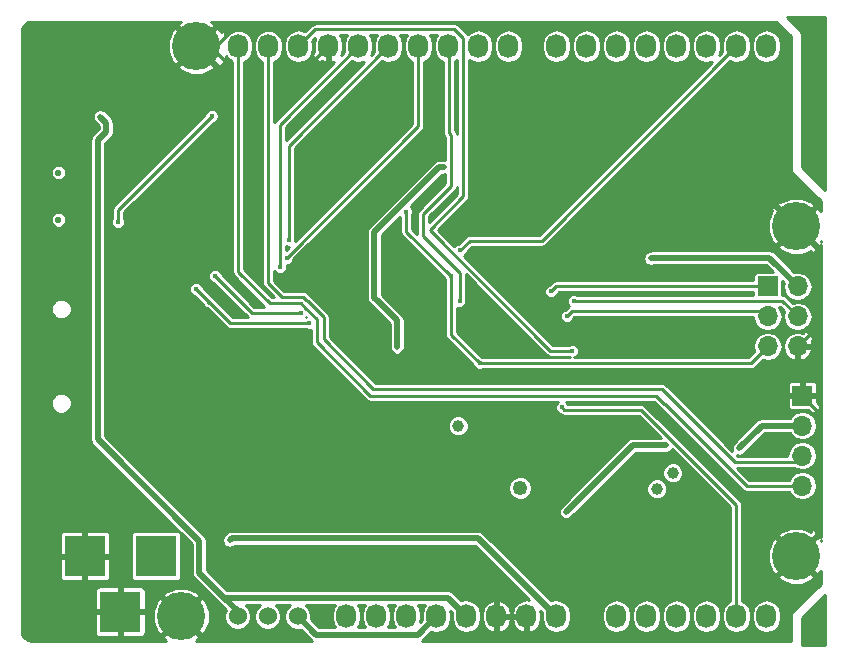
<source format=gbl>
G04 #@! TF.FileFunction,Copper,L2,Bot,Signal*
%FSLAX46Y46*%
G04 Gerber Fmt 4.6, Leading zero omitted, Abs format (unit mm)*
G04 Created by KiCad (PCBNEW 4.0.7) date 04/25/18 19:10:17*
%MOMM*%
%LPD*%
G01*
G04 APERTURE LIST*
%ADD10C,0.100000*%
%ADD11R,3.500000X3.500000*%
%ADD12C,1.000000*%
%ADD13C,1.250000*%
%ADD14R,1.700000X1.700000*%
%ADD15O,1.700000X1.700000*%
%ADD16C,4.064000*%
%ADD17O,1.727200X2.032000*%
%ADD18C,0.550000*%
%ADD19C,1.524000*%
%ADD20C,0.400000*%
%ADD21C,0.254000*%
%ADD22C,0.508000*%
G04 APERTURE END LIST*
D10*
D11*
X122809000Y-118745000D03*
X116809000Y-118745000D03*
X119809000Y-123445000D03*
D12*
X165227000Y-113030000D03*
X166570503Y-111686497D03*
D13*
X153674347Y-112967347D03*
D12*
X148406402Y-107699402D03*
D14*
X174625000Y-95885000D03*
D15*
X177165000Y-95885000D03*
X174625000Y-98425000D03*
X177165000Y-98425000D03*
X174625000Y-100965000D03*
X177165000Y-100965000D03*
D14*
X177546000Y-105156000D03*
D15*
X177546000Y-107696000D03*
X177546000Y-110236000D03*
X177546000Y-112776000D03*
D16*
X177038000Y-90805000D03*
X177038000Y-118745000D03*
X124968000Y-123825000D03*
X126238000Y-75565000D03*
D17*
X138938000Y-123825000D03*
X141478000Y-123825000D03*
X144018000Y-123825000D03*
X146558000Y-123825000D03*
X149098000Y-123825000D03*
X151638000Y-123825000D03*
X154178000Y-123825000D03*
X156718000Y-123825000D03*
X161798000Y-123825000D03*
X164338000Y-123825000D03*
X166878000Y-123825000D03*
X169418000Y-123825000D03*
X171958000Y-123825000D03*
X174498000Y-123825000D03*
X156718000Y-75565000D03*
X159258000Y-75565000D03*
X161798000Y-75565000D03*
X164338000Y-75565000D03*
X166878000Y-75565000D03*
X169418000Y-75565000D03*
X171958000Y-75565000D03*
X174498000Y-75565000D03*
X129794000Y-75565000D03*
X132334000Y-75565000D03*
X134874000Y-75565000D03*
X137414000Y-75565000D03*
X139954000Y-75565000D03*
X142494000Y-75565000D03*
X145034000Y-75565000D03*
X147574000Y-75565000D03*
X150114000Y-75565000D03*
X152654000Y-75565000D03*
D18*
X114562000Y-86265000D03*
X114562000Y-90265000D03*
D19*
X132283000Y-123825000D03*
X134823000Y-123825000D03*
X129743000Y-123825000D03*
D20*
X150241000Y-102425500D03*
X147764000Y-94996000D03*
X144032700Y-89598500D03*
X118110000Y-81534000D03*
X128905000Y-87249000D03*
X167005000Y-89408000D03*
X124396500Y-99441000D03*
X129058400Y-117396500D03*
X158052000Y-101346000D03*
X127847000Y-95004400D03*
X135072000Y-98110900D03*
X148590000Y-92837000D03*
X119634000Y-90424000D03*
X127551100Y-81480700D03*
X157607000Y-98425000D03*
X133346000Y-94256300D03*
X148526000Y-97155000D03*
X156274000Y-96329500D03*
X134046800Y-91950900D03*
X158179600Y-97127000D03*
X133896000Y-93468300D03*
X165989000Y-109347000D03*
X157544000Y-114998000D03*
X135799200Y-98998900D03*
X126238000Y-96139000D03*
X172200000Y-109601000D03*
X143236100Y-101040000D03*
X141605000Y-97155000D03*
X164719000Y-93535500D03*
X147193000Y-85804800D03*
X157190700Y-106150500D03*
D21*
X150241000Y-102425500D02*
X147796250Y-99980750D01*
X147796250Y-99980750D02*
X147796250Y-95028250D01*
X147796250Y-95028250D02*
X147764000Y-94996000D01*
X150241000Y-102425500D02*
X173164500Y-102425500D01*
X173164500Y-102425500D02*
X173630300Y-101959700D01*
X147796250Y-99980750D02*
X147796250Y-98583750D01*
X147764000Y-98551500D02*
X147764000Y-97220400D01*
X147764000Y-97220400D02*
X147764000Y-94996000D01*
X147796250Y-98583750D02*
X147764000Y-98551500D01*
X144032700Y-91264700D02*
X144032700Y-89598500D01*
X147764000Y-94996000D02*
X144032700Y-91264700D01*
X174625000Y-100965000D02*
X173630300Y-101959700D01*
D22*
X118618000Y-82804000D02*
X117884000Y-83538000D01*
X118618000Y-82042000D02*
X118618000Y-82804000D01*
X118110000Y-81534000D02*
X118618000Y-82042000D01*
X129743000Y-123825000D02*
X129743000Y-123393000D01*
X129743000Y-123393000D02*
X128612700Y-122262700D01*
X131305300Y-122262700D02*
X128612700Y-122262700D01*
X126492000Y-120142000D02*
X126492000Y-117449400D01*
X128612700Y-122262700D02*
X126492000Y-120142000D01*
X117884000Y-83538000D02*
X117884000Y-87166900D01*
X117884000Y-108841400D02*
X117884000Y-87166900D01*
X126492000Y-117449400D02*
X117884000Y-108841400D01*
X147535700Y-122262700D02*
X149098000Y-123825000D01*
X131305300Y-122262700D02*
X147535700Y-122262700D01*
D21*
X128524000Y-87630000D02*
X128609500Y-87630000D01*
X128609500Y-87544500D02*
X128524000Y-87630000D01*
X128905000Y-87249000D02*
X128609500Y-87544500D01*
X177038000Y-90805000D02*
X175006000Y-88773000D01*
X172847000Y-90170000D02*
X172847000Y-90805000D01*
X174244000Y-88773000D02*
X172847000Y-90170000D01*
X175006000Y-88773000D02*
X174244000Y-88773000D01*
X177038000Y-90805000D02*
X178816000Y-92583000D01*
X178816000Y-93472000D02*
X178473600Y-93814400D01*
X178816000Y-92583000D02*
X178816000Y-93472000D01*
X172847000Y-90805000D02*
X172593000Y-90805000D01*
X168021000Y-88392000D02*
X167005000Y-89408000D01*
X170180000Y-88392000D02*
X168021000Y-88392000D01*
X172593000Y-90805000D02*
X170180000Y-88392000D01*
X116809000Y-118745000D02*
X116809000Y-120445000D01*
X124015500Y-97599500D02*
X124015500Y-99060000D01*
X124015500Y-99060000D02*
X124396500Y-99441000D01*
X124015500Y-97599500D02*
X124024900Y-97590100D01*
X128609500Y-88022400D02*
X124024900Y-92607000D01*
X124024900Y-92607000D02*
X124024900Y-97590100D01*
X178473600Y-99656400D02*
X177165000Y-100965000D01*
X178473600Y-93814400D02*
X178473600Y-99656400D01*
X176551700Y-91291300D02*
X177038000Y-90805000D01*
X178808300Y-116974700D02*
X177038000Y-118745000D01*
X178808300Y-106418300D02*
X178808300Y-116974700D01*
X177546000Y-105156000D02*
X178808300Y-106418300D01*
X129291500Y-74150900D02*
X127657800Y-75784600D01*
X132841700Y-74150900D02*
X129291500Y-74150900D01*
X133604000Y-74913200D02*
X132841700Y-74150900D01*
X133604000Y-76265200D02*
X133604000Y-74913200D01*
X134346400Y-77007600D02*
X133604000Y-76265200D01*
X135971400Y-77007600D02*
X134346400Y-77007600D01*
X137414000Y-75565000D02*
X135971400Y-77007600D01*
X127438100Y-75565000D02*
X127657800Y-75784600D01*
X126238000Y-75565000D02*
X127438100Y-75565000D01*
X128609500Y-76736400D02*
X128609500Y-87630000D01*
X128609500Y-87630000D02*
X128609500Y-88022400D01*
X127657800Y-75784600D02*
X128609500Y-76736400D01*
D22*
X156718000Y-123825000D02*
X150106300Y-117213300D01*
X150106300Y-117213300D02*
X129241600Y-117213300D01*
X129241600Y-117213300D02*
X129058400Y-117396500D01*
D21*
X136294000Y-74144800D02*
X134874000Y-75565000D01*
X148101000Y-74144800D02*
X136294000Y-74144800D01*
X148844000Y-74887800D02*
X148101000Y-74144800D01*
X148844000Y-88265000D02*
X148844000Y-74887800D01*
X145991000Y-91118500D02*
X148844000Y-88265000D01*
X156218000Y-101346000D02*
X145991000Y-91118500D01*
X158052000Y-101346000D02*
X156218000Y-101346000D01*
X177546000Y-110236000D02*
X177038000Y-110744000D01*
X177038000Y-110744000D02*
X171831000Y-110744000D01*
X171831000Y-110744000D02*
X171323000Y-110236000D01*
X135524000Y-97021300D02*
X135276700Y-96774000D01*
X132334000Y-95631000D02*
X132334000Y-94035500D01*
X133477000Y-96774000D02*
X132334000Y-95631000D01*
X135276700Y-96774000D02*
X133477000Y-96774000D01*
X143637000Y-104584500D02*
X141224000Y-104584500D01*
X137033000Y-100393500D02*
X137033000Y-98531177D01*
X141224000Y-104584500D02*
X137033000Y-100393500D01*
X166413000Y-105326000D02*
X165671500Y-104584500D01*
X135672220Y-97170397D02*
X135672220Y-97169515D01*
X137033000Y-98531177D02*
X135672220Y-97170397D01*
X165671500Y-104584500D02*
X143637000Y-104584500D01*
X132334000Y-94035500D02*
X132334000Y-75565000D01*
X135672220Y-97169515D02*
X135524000Y-97021300D01*
X171323000Y-110236000D02*
X166413000Y-105326000D01*
X135477700Y-97694300D02*
X135128900Y-97345500D01*
X129794000Y-94678500D02*
X129794000Y-92258000D01*
X132461000Y-97345500D02*
X129794000Y-94678500D01*
X135128900Y-97345500D02*
X132461000Y-97345500D01*
X143192500Y-105156000D02*
X140970000Y-105156000D01*
X136461500Y-98678101D02*
X136461500Y-98678100D01*
X136461500Y-100647500D02*
X136461500Y-98678101D01*
X140970000Y-105156000D02*
X136461500Y-100647500D01*
X165862000Y-105842000D02*
X165176000Y-105156000D01*
X136461500Y-98678100D02*
X135477700Y-97694300D01*
X165176000Y-105156000D02*
X143192500Y-105156000D01*
X129794000Y-92258000D02*
X129794000Y-75565000D01*
X165891000Y-105842000D02*
X165862000Y-105842000D01*
X172825000Y-112776000D02*
X165891000Y-105842000D01*
X177546000Y-112776000D02*
X172825000Y-112776000D01*
X130954000Y-98110900D02*
X127847000Y-95004400D01*
X135072000Y-98110900D02*
X130954000Y-98110900D01*
X149389000Y-92037700D02*
X148590000Y-92837000D01*
X155485000Y-92037700D02*
X149389000Y-92037700D01*
X171958000Y-75565000D02*
X155485000Y-92037700D01*
X119628900Y-90418900D02*
X119628900Y-89402900D01*
X119634000Y-90424000D02*
X119628900Y-90418900D01*
X127551100Y-81480700D02*
X119628900Y-89402900D01*
X158035300Y-97996700D02*
X158179200Y-97996700D01*
X157607000Y-98425000D02*
X158035300Y-97996700D01*
X133294300Y-94204600D02*
X133346000Y-94256300D01*
X133294300Y-82224700D02*
X133294300Y-94204600D01*
X139954000Y-75565000D02*
X133294300Y-82224700D01*
X174196700Y-97996700D02*
X158179200Y-97996700D01*
X174625000Y-98425000D02*
X174196700Y-97996700D01*
X147655000Y-75646300D02*
X147574000Y-75565000D01*
X147655000Y-82885300D02*
X147655000Y-75646300D01*
X147846500Y-83076700D02*
X147655000Y-82885300D01*
X147846500Y-87357500D02*
X147846500Y-83076700D01*
X145437100Y-89766900D02*
X147846500Y-87357500D01*
X145437100Y-91652700D02*
X145437100Y-89766900D01*
X148526000Y-94742000D02*
X145437100Y-91652700D01*
X148526000Y-97155000D02*
X148526000Y-94742000D01*
D22*
X144974400Y-125408600D02*
X146558000Y-123825000D01*
X136406600Y-125408600D02*
X144974400Y-125408600D01*
X134823000Y-123825000D02*
X136406600Y-125408600D01*
D21*
X142494000Y-75565000D02*
X134046800Y-84012200D01*
X134046800Y-84012200D02*
X134046800Y-91950900D01*
X156718000Y-95885000D02*
X174625000Y-95885000D01*
X156274000Y-96329500D02*
X156718000Y-95885000D01*
X158179600Y-97127000D02*
X159079200Y-97127000D01*
X145034000Y-82330800D02*
X133896000Y-93468300D01*
X145034000Y-75565000D02*
X145034000Y-82330800D01*
X175867000Y-97127000D02*
X159079200Y-97127000D01*
X177165000Y-98425000D02*
X175867000Y-97127000D01*
D22*
X163195000Y-109347000D02*
X165989000Y-109347000D01*
X157544000Y-114998000D02*
X163195000Y-109347000D01*
D21*
X135799200Y-98998900D02*
X129097900Y-98998900D01*
X129097900Y-98998900D02*
X126238000Y-96139000D01*
X127254000Y-97155000D02*
X127254000Y-97282000D01*
X126238000Y-96139000D02*
X127254000Y-97155000D01*
D22*
X172200000Y-109601000D02*
X174105000Y-107696000D01*
X174105000Y-107696000D02*
X177546000Y-107696000D01*
X141605000Y-97155000D02*
X143236100Y-98786100D01*
X143236100Y-98786100D02*
X143236100Y-101040000D01*
X141304000Y-96854000D02*
X141304000Y-96139000D01*
X141605000Y-97155000D02*
X141304000Y-96854000D01*
X141304000Y-96139000D02*
X141304000Y-91317000D01*
X141304000Y-91317000D02*
X146816200Y-85804800D01*
X146816200Y-85804800D02*
X147193000Y-85804800D01*
X164782000Y-93472000D02*
X164719000Y-93535500D01*
X174752000Y-93472000D02*
X164782000Y-93472000D01*
X177165000Y-95885000D02*
X174752000Y-93472000D01*
D21*
X171958000Y-114403000D02*
X171958000Y-123825000D01*
X163905400Y-106350400D02*
X171958000Y-114403000D01*
X157390600Y-106350400D02*
X163905400Y-106350400D01*
X157190700Y-106150500D02*
X157390600Y-106350400D01*
G36*
X124519484Y-73666879D02*
X126238000Y-75385395D01*
X127956516Y-73666879D01*
X127844868Y-73481000D01*
X175325118Y-73481000D01*
X176582000Y-74737881D01*
X176582000Y-85979000D01*
X176616711Y-86153504D01*
X176683735Y-86253813D01*
X176715559Y-86301441D01*
X179122000Y-88707881D01*
X179122000Y-89198132D01*
X178936121Y-89086484D01*
X177217605Y-90805000D01*
X178936121Y-92523516D01*
X179122000Y-92411868D01*
X179122000Y-117138132D01*
X178936121Y-117026484D01*
X177217605Y-118745000D01*
X178936121Y-120463516D01*
X179122000Y-120351868D01*
X179122000Y-121096119D01*
X176715559Y-123502559D01*
X176616711Y-123650496D01*
X176582000Y-123825000D01*
X176582000Y-125909000D01*
X145346507Y-125909000D01*
X145423413Y-125857613D01*
X146118983Y-125162043D01*
X146558000Y-125249369D01*
X147034288Y-125154629D01*
X147438065Y-124884834D01*
X147707860Y-124481057D01*
X147802600Y-124004769D01*
X147802600Y-123645231D01*
X147748568Y-123373594D01*
X147881075Y-123506101D01*
X147853400Y-123645231D01*
X147853400Y-124004769D01*
X147948140Y-124481057D01*
X148217935Y-124884834D01*
X148621712Y-125154629D01*
X149098000Y-125249369D01*
X149574288Y-125154629D01*
X149978065Y-124884834D01*
X150247860Y-124481057D01*
X150250704Y-124466757D01*
X150346046Y-124739320D01*
X150735964Y-125175732D01*
X151263209Y-125429709D01*
X151278974Y-125432358D01*
X151511000Y-125311217D01*
X151511000Y-123952000D01*
X151765000Y-123952000D01*
X151765000Y-125311217D01*
X151997026Y-125432358D01*
X152012791Y-125429709D01*
X152540036Y-125175732D01*
X152908000Y-124763892D01*
X153275964Y-125175732D01*
X153803209Y-125429709D01*
X153818974Y-125432358D01*
X154051000Y-125311217D01*
X154051000Y-123952000D01*
X151765000Y-123952000D01*
X151511000Y-123952000D01*
X151491000Y-123952000D01*
X151491000Y-123698000D01*
X151511000Y-123698000D01*
X151511000Y-122338783D01*
X151278974Y-122217642D01*
X151263209Y-122220291D01*
X150735964Y-122474268D01*
X150346046Y-122910680D01*
X150250704Y-123183243D01*
X150247860Y-123168943D01*
X149978065Y-122765166D01*
X149574288Y-122495371D01*
X149098000Y-122400631D01*
X148658983Y-122487957D01*
X147984713Y-121813687D01*
X147778704Y-121676036D01*
X147535700Y-121627700D01*
X128875726Y-121627700D01*
X127127000Y-119878974D01*
X127127000Y-117449400D01*
X127116478Y-117396500D01*
X128423400Y-117396500D01*
X128471736Y-117639504D01*
X128609387Y-117845513D01*
X128815396Y-117983164D01*
X129058400Y-118031500D01*
X129301404Y-117983164D01*
X129503242Y-117848300D01*
X149843274Y-117848300D01*
X154168974Y-122174000D01*
X154050998Y-122174000D01*
X154050998Y-122338782D01*
X153818974Y-122217642D01*
X153803209Y-122220291D01*
X153275964Y-122474268D01*
X152908000Y-122886108D01*
X152540036Y-122474268D01*
X152012791Y-122220291D01*
X151997026Y-122217642D01*
X151765000Y-122338783D01*
X151765000Y-123698000D01*
X154051000Y-123698000D01*
X154051000Y-123678000D01*
X154305000Y-123678000D01*
X154305000Y-123698000D01*
X154325000Y-123698000D01*
X154325000Y-123952000D01*
X154305000Y-123952000D01*
X154305000Y-125311217D01*
X154537026Y-125432358D01*
X154552791Y-125429709D01*
X155080036Y-125175732D01*
X155469954Y-124739320D01*
X155565296Y-124466757D01*
X155568140Y-124481057D01*
X155837935Y-124884834D01*
X156241712Y-125154629D01*
X156718000Y-125249369D01*
X157194288Y-125154629D01*
X157598065Y-124884834D01*
X157867860Y-124481057D01*
X157962600Y-124004769D01*
X157962600Y-123645231D01*
X160553400Y-123645231D01*
X160553400Y-124004769D01*
X160648140Y-124481057D01*
X160917935Y-124884834D01*
X161321712Y-125154629D01*
X161798000Y-125249369D01*
X162274288Y-125154629D01*
X162678065Y-124884834D01*
X162947860Y-124481057D01*
X163042600Y-124004769D01*
X163042600Y-123645231D01*
X163093400Y-123645231D01*
X163093400Y-124004769D01*
X163188140Y-124481057D01*
X163457935Y-124884834D01*
X163861712Y-125154629D01*
X164338000Y-125249369D01*
X164814288Y-125154629D01*
X165218065Y-124884834D01*
X165487860Y-124481057D01*
X165582600Y-124004769D01*
X165582600Y-123645231D01*
X165633400Y-123645231D01*
X165633400Y-124004769D01*
X165728140Y-124481057D01*
X165997935Y-124884834D01*
X166401712Y-125154629D01*
X166878000Y-125249369D01*
X167354288Y-125154629D01*
X167758065Y-124884834D01*
X168027860Y-124481057D01*
X168122600Y-124004769D01*
X168122600Y-123645231D01*
X168173400Y-123645231D01*
X168173400Y-124004769D01*
X168268140Y-124481057D01*
X168537935Y-124884834D01*
X168941712Y-125154629D01*
X169418000Y-125249369D01*
X169894288Y-125154629D01*
X170298065Y-124884834D01*
X170567860Y-124481057D01*
X170662600Y-124004769D01*
X170662600Y-123645231D01*
X170567860Y-123168943D01*
X170298065Y-122765166D01*
X169894288Y-122495371D01*
X169418000Y-122400631D01*
X168941712Y-122495371D01*
X168537935Y-122765166D01*
X168268140Y-123168943D01*
X168173400Y-123645231D01*
X168122600Y-123645231D01*
X168027860Y-123168943D01*
X167758065Y-122765166D01*
X167354288Y-122495371D01*
X166878000Y-122400631D01*
X166401712Y-122495371D01*
X165997935Y-122765166D01*
X165728140Y-123168943D01*
X165633400Y-123645231D01*
X165582600Y-123645231D01*
X165487860Y-123168943D01*
X165218065Y-122765166D01*
X164814288Y-122495371D01*
X164338000Y-122400631D01*
X163861712Y-122495371D01*
X163457935Y-122765166D01*
X163188140Y-123168943D01*
X163093400Y-123645231D01*
X163042600Y-123645231D01*
X162947860Y-123168943D01*
X162678065Y-122765166D01*
X162274288Y-122495371D01*
X161798000Y-122400631D01*
X161321712Y-122495371D01*
X160917935Y-122765166D01*
X160648140Y-123168943D01*
X160553400Y-123645231D01*
X157962600Y-123645231D01*
X157867860Y-123168943D01*
X157598065Y-122765166D01*
X157194288Y-122495371D01*
X156718000Y-122400631D01*
X156278983Y-122487957D01*
X150555313Y-116764287D01*
X150349304Y-116626636D01*
X150106300Y-116578300D01*
X129241600Y-116578300D01*
X128998596Y-116626636D01*
X128792587Y-116764287D01*
X128609387Y-116947487D01*
X128471736Y-117153496D01*
X128423400Y-117396500D01*
X127116478Y-117396500D01*
X127078664Y-117206396D01*
X127078664Y-117206395D01*
X126941013Y-117000387D01*
X123107201Y-113166575D01*
X152668172Y-113166575D01*
X152821004Y-113536456D01*
X153103750Y-113819695D01*
X153473363Y-113973172D01*
X153873575Y-113973522D01*
X154243456Y-113820690D01*
X154526695Y-113537944D01*
X154680172Y-113168331D01*
X154680522Y-112768119D01*
X154527690Y-112398238D01*
X154244944Y-112114999D01*
X153875331Y-111961522D01*
X153475119Y-111961172D01*
X153105238Y-112114004D01*
X152821999Y-112396750D01*
X152668522Y-112766363D01*
X152668172Y-113166575D01*
X123107201Y-113166575D01*
X118519000Y-108578374D01*
X118519000Y-107873875D01*
X147525249Y-107873875D01*
X147659091Y-108197797D01*
X147906704Y-108445842D01*
X148230391Y-108580249D01*
X148580875Y-108580555D01*
X148904797Y-108446713D01*
X149152842Y-108199100D01*
X149287249Y-107875413D01*
X149287555Y-107524929D01*
X149153713Y-107201007D01*
X148906100Y-106952962D01*
X148582413Y-106818555D01*
X148231929Y-106818249D01*
X147908007Y-106952091D01*
X147659962Y-107199704D01*
X147525555Y-107523391D01*
X147525249Y-107873875D01*
X118519000Y-107873875D01*
X118519000Y-96254061D01*
X125656900Y-96254061D01*
X125745165Y-96467680D01*
X125908460Y-96631260D01*
X126085249Y-96704669D01*
X126766713Y-97386134D01*
X126784669Y-97476403D01*
X126894790Y-97641210D01*
X127059597Y-97751331D01*
X127149866Y-97769287D01*
X128738689Y-99358110D01*
X128903496Y-99468231D01*
X128935750Y-99474646D01*
X129097900Y-99506900D01*
X135507566Y-99506900D01*
X135683125Y-99579798D01*
X135914261Y-99580000D01*
X135953500Y-99563787D01*
X135953500Y-100647500D01*
X135992169Y-100841903D01*
X136102290Y-101006710D01*
X140610790Y-105515210D01*
X140775597Y-105625331D01*
X140970000Y-105664000D01*
X156855674Y-105664000D01*
X156698440Y-105820960D01*
X156609802Y-106034425D01*
X156609600Y-106265561D01*
X156697865Y-106479180D01*
X156861160Y-106642760D01*
X157046552Y-106719741D01*
X157196196Y-106819731D01*
X157225461Y-106825552D01*
X157390600Y-106858400D01*
X163694980Y-106858400D01*
X165548580Y-108712000D01*
X163195000Y-108712000D01*
X162951996Y-108760336D01*
X162745987Y-108897987D01*
X157094987Y-114548987D01*
X156957336Y-114754996D01*
X156909000Y-114998000D01*
X156957336Y-115241004D01*
X157094987Y-115447013D01*
X157300996Y-115584664D01*
X157544000Y-115633000D01*
X157787004Y-115584664D01*
X157993013Y-115447013D01*
X160235553Y-113204473D01*
X164345847Y-113204473D01*
X164479689Y-113528395D01*
X164727302Y-113776440D01*
X165050989Y-113910847D01*
X165401473Y-113911153D01*
X165725395Y-113777311D01*
X165973440Y-113529698D01*
X166107847Y-113206011D01*
X166108153Y-112855527D01*
X165974311Y-112531605D01*
X165726698Y-112283560D01*
X165403011Y-112149153D01*
X165052527Y-112148847D01*
X164728605Y-112282689D01*
X164480560Y-112530302D01*
X164346153Y-112853989D01*
X164345847Y-113204473D01*
X160235553Y-113204473D01*
X161579056Y-111860970D01*
X165689350Y-111860970D01*
X165823192Y-112184892D01*
X166070805Y-112432937D01*
X166394492Y-112567344D01*
X166744976Y-112567650D01*
X167068898Y-112433808D01*
X167316943Y-112186195D01*
X167451350Y-111862508D01*
X167451656Y-111512024D01*
X167317814Y-111188102D01*
X167070201Y-110940057D01*
X166746514Y-110805650D01*
X166396030Y-110805344D01*
X166072108Y-110939186D01*
X165824063Y-111186799D01*
X165689656Y-111510486D01*
X165689350Y-111860970D01*
X161579056Y-111860970D01*
X163458026Y-109982000D01*
X165989000Y-109982000D01*
X166232004Y-109933664D01*
X166438013Y-109796013D01*
X166515951Y-109679371D01*
X171450000Y-114613420D01*
X171450000Y-122516560D01*
X171077935Y-122765166D01*
X170808140Y-123168943D01*
X170713400Y-123645231D01*
X170713400Y-124004769D01*
X170808140Y-124481057D01*
X171077935Y-124884834D01*
X171481712Y-125154629D01*
X171958000Y-125249369D01*
X172434288Y-125154629D01*
X172838065Y-124884834D01*
X173107860Y-124481057D01*
X173202600Y-124004769D01*
X173202600Y-123645231D01*
X173253400Y-123645231D01*
X173253400Y-124004769D01*
X173348140Y-124481057D01*
X173617935Y-124884834D01*
X174021712Y-125154629D01*
X174498000Y-125249369D01*
X174974288Y-125154629D01*
X175378065Y-124884834D01*
X175647860Y-124481057D01*
X175742600Y-124004769D01*
X175742600Y-123645231D01*
X175647860Y-123168943D01*
X175378065Y-122765166D01*
X174974288Y-122495371D01*
X174498000Y-122400631D01*
X174021712Y-122495371D01*
X173617935Y-122765166D01*
X173348140Y-123168943D01*
X173253400Y-123645231D01*
X173202600Y-123645231D01*
X173107860Y-123168943D01*
X172838065Y-122765166D01*
X172466000Y-122516560D01*
X172466000Y-120643121D01*
X175319484Y-120643121D01*
X175544154Y-121017168D01*
X176527388Y-121415880D01*
X177588357Y-121407975D01*
X178531846Y-121017168D01*
X178756516Y-120643121D01*
X177038000Y-118924605D01*
X175319484Y-120643121D01*
X172466000Y-120643121D01*
X172466000Y-118234388D01*
X174367120Y-118234388D01*
X174375025Y-119295357D01*
X174765832Y-120238846D01*
X175139879Y-120463516D01*
X176858395Y-118745000D01*
X175139879Y-117026484D01*
X174765832Y-117251154D01*
X174367120Y-118234388D01*
X172466000Y-118234388D01*
X172466000Y-116846879D01*
X175319484Y-116846879D01*
X177038000Y-118565395D01*
X178756516Y-116846879D01*
X178531846Y-116472832D01*
X177548612Y-116074120D01*
X176487643Y-116082025D01*
X175544154Y-116472832D01*
X175319484Y-116846879D01*
X172466000Y-116846879D01*
X172466000Y-114403000D01*
X172427331Y-114208597D01*
X172427331Y-114208596D01*
X172317210Y-114043790D01*
X164264610Y-105991190D01*
X164099803Y-105881069D01*
X163905400Y-105842400D01*
X157692038Y-105842400D01*
X157683535Y-105821820D01*
X157525990Y-105664000D01*
X164965580Y-105664000D01*
X165502790Y-106201211D01*
X165590189Y-106259609D01*
X172465790Y-113135210D01*
X172630597Y-113245331D01*
X172825000Y-113284000D01*
X176409254Y-113284000D01*
X176651435Y-113646448D01*
X177050800Y-113913296D01*
X177521883Y-114007000D01*
X177570117Y-114007000D01*
X178041200Y-113913296D01*
X178440565Y-113646448D01*
X178707413Y-113247083D01*
X178801117Y-112776000D01*
X178707413Y-112304917D01*
X178440565Y-111905552D01*
X178041200Y-111638704D01*
X177570117Y-111545000D01*
X177521883Y-111545000D01*
X177050800Y-111638704D01*
X176651435Y-111905552D01*
X176409254Y-112268000D01*
X173035420Y-112268000D01*
X172019420Y-111252000D01*
X176869268Y-111252000D01*
X177050800Y-111373296D01*
X177521883Y-111467000D01*
X177570117Y-111467000D01*
X178041200Y-111373296D01*
X178440565Y-111106448D01*
X178707413Y-110707083D01*
X178801117Y-110236000D01*
X178707413Y-109764917D01*
X178440565Y-109365552D01*
X178041200Y-109098704D01*
X177570117Y-109005000D01*
X177521883Y-109005000D01*
X177050800Y-109098704D01*
X176651435Y-109365552D01*
X176384587Y-109764917D01*
X176290883Y-110236000D01*
X172200000Y-110236000D01*
X172443004Y-110187664D01*
X172649013Y-110050013D01*
X174368026Y-108331000D01*
X176494113Y-108331000D01*
X176651435Y-108566448D01*
X177050800Y-108833296D01*
X177521883Y-108927000D01*
X177570117Y-108927000D01*
X178041200Y-108833296D01*
X178440565Y-108566448D01*
X178707413Y-108167083D01*
X178801117Y-107696000D01*
X178707413Y-107224917D01*
X178440565Y-106825552D01*
X178164364Y-106641000D01*
X178522309Y-106641000D01*
X178755698Y-106544327D01*
X178934327Y-106365699D01*
X179031000Y-106132310D01*
X179031000Y-105441750D01*
X178872250Y-105283000D01*
X177673000Y-105283000D01*
X177673000Y-105303000D01*
X177419000Y-105303000D01*
X177419000Y-105283000D01*
X176219750Y-105283000D01*
X176061000Y-105441750D01*
X176061000Y-106132310D01*
X176157673Y-106365699D01*
X176336302Y-106544327D01*
X176569691Y-106641000D01*
X176927636Y-106641000D01*
X176651435Y-106825552D01*
X176494113Y-107061000D01*
X174105000Y-107061000D01*
X173861996Y-107109336D01*
X173655987Y-107246987D01*
X171750987Y-109151987D01*
X171613336Y-109357996D01*
X171565000Y-109601000D01*
X171604375Y-109798954D01*
X166772210Y-104966790D01*
X166030710Y-104225290D01*
X165962466Y-104179690D01*
X176061000Y-104179690D01*
X176061000Y-104870250D01*
X176219750Y-105029000D01*
X177419000Y-105029000D01*
X177419000Y-103829750D01*
X177673000Y-103829750D01*
X177673000Y-105029000D01*
X178872250Y-105029000D01*
X179031000Y-104870250D01*
X179031000Y-104179690D01*
X178934327Y-103946301D01*
X178755698Y-103767673D01*
X178522309Y-103671000D01*
X177831750Y-103671000D01*
X177673000Y-103829750D01*
X177419000Y-103829750D01*
X177260250Y-103671000D01*
X176569691Y-103671000D01*
X176336302Y-103767673D01*
X176157673Y-103946301D01*
X176061000Y-104179690D01*
X165962466Y-104179690D01*
X165865903Y-104115169D01*
X165671500Y-104076500D01*
X141434420Y-104076500D01*
X137541000Y-100183080D01*
X137541000Y-98531177D01*
X137502331Y-98336774D01*
X137485373Y-98311395D01*
X137392211Y-98171967D01*
X136033206Y-96812963D01*
X136031430Y-96810305D01*
X136031426Y-96810303D01*
X136031424Y-96810299D01*
X135883204Y-96662084D01*
X135635910Y-96414790D01*
X135471103Y-96304669D01*
X135276700Y-96266000D01*
X133687420Y-96266000D01*
X132842000Y-95420580D01*
X132842000Y-94557958D01*
X132853165Y-94584980D01*
X133016460Y-94748560D01*
X133229925Y-94837198D01*
X133461061Y-94837400D01*
X133674680Y-94749135D01*
X133838260Y-94585840D01*
X133926898Y-94372375D01*
X133927100Y-94141239D01*
X133889109Y-94049293D01*
X134011061Y-94049400D01*
X134224680Y-93961135D01*
X134388260Y-93797840D01*
X134461662Y-93621067D01*
X145393202Y-82690018D01*
X145393205Y-82690013D01*
X145393210Y-82690010D01*
X145451615Y-82602601D01*
X145503326Y-82525214D01*
X145503327Y-82525209D01*
X145503331Y-82525203D01*
X145525076Y-82415883D01*
X145542000Y-82330811D01*
X145541999Y-82330805D01*
X145542000Y-82330800D01*
X145542000Y-76873440D01*
X145914065Y-76624834D01*
X146183860Y-76221057D01*
X146278600Y-75744769D01*
X146278600Y-75385231D01*
X146183860Y-74908943D01*
X146012711Y-74652800D01*
X146595289Y-74652800D01*
X146424140Y-74908943D01*
X146329400Y-75385231D01*
X146329400Y-75744769D01*
X146424140Y-76221057D01*
X146693935Y-76624834D01*
X147097712Y-76894629D01*
X147147000Y-76904433D01*
X147147000Y-82885300D01*
X147147013Y-82885366D01*
X147147000Y-82885433D01*
X147166331Y-82982485D01*
X147185669Y-83079703D01*
X147185707Y-83079760D01*
X147185720Y-83079826D01*
X147240798Y-83162209D01*
X147295790Y-83244510D01*
X147295846Y-83244548D01*
X147295884Y-83244604D01*
X147338500Y-83287198D01*
X147338500Y-85198741D01*
X147193000Y-85169800D01*
X146816200Y-85169800D01*
X146573196Y-85218136D01*
X146367187Y-85355787D01*
X140854987Y-90867987D01*
X140717336Y-91073996D01*
X140669000Y-91317000D01*
X140669000Y-96854000D01*
X140717336Y-97097004D01*
X140854987Y-97303013D01*
X142601100Y-99049126D01*
X142601100Y-101040000D01*
X142649436Y-101283004D01*
X142787087Y-101489013D01*
X142993096Y-101626664D01*
X143236100Y-101675000D01*
X143479104Y-101626664D01*
X143685113Y-101489013D01*
X143822764Y-101283004D01*
X143871100Y-101040000D01*
X143871100Y-98786100D01*
X143822764Y-98543096D01*
X143685113Y-98337087D01*
X141939000Y-96590974D01*
X141939000Y-91580026D01*
X143524700Y-89994326D01*
X143524700Y-91264700D01*
X143563369Y-91459103D01*
X143673490Y-91623910D01*
X147198573Y-95148993D01*
X147256000Y-95287978D01*
X147256000Y-98551500D01*
X147288250Y-98713632D01*
X147288250Y-99980750D01*
X147326919Y-100175153D01*
X147437040Y-100339960D01*
X149675574Y-102578495D01*
X149748165Y-102754180D01*
X149911460Y-102917760D01*
X150124925Y-103006398D01*
X150356061Y-103006600D01*
X150532978Y-102933500D01*
X173164500Y-102933500D01*
X173358903Y-102894831D01*
X173523710Y-102784710D01*
X174193461Y-102114959D01*
X174600883Y-102196000D01*
X174649117Y-102196000D01*
X175120200Y-102102296D01*
X175519565Y-101835448D01*
X175776788Y-101450488D01*
X175893355Y-101731924D01*
X176283642Y-102160183D01*
X176808108Y-102406486D01*
X177038000Y-102285819D01*
X177038000Y-101092000D01*
X177292000Y-101092000D01*
X177292000Y-102285819D01*
X177521892Y-102406486D01*
X178046358Y-102160183D01*
X178436645Y-101731924D01*
X178606476Y-101321890D01*
X178485155Y-101092000D01*
X177292000Y-101092000D01*
X177038000Y-101092000D01*
X177018000Y-101092000D01*
X177018000Y-100838000D01*
X177038000Y-100838000D01*
X177038000Y-100818000D01*
X177292000Y-100818000D01*
X177292000Y-100838000D01*
X178485155Y-100838000D01*
X178606476Y-100608110D01*
X178436645Y-100198076D01*
X178046358Y-99769817D01*
X177621053Y-99570083D01*
X177660200Y-99562296D01*
X178059565Y-99295448D01*
X178326413Y-98896083D01*
X178420117Y-98425000D01*
X178326413Y-97953917D01*
X178059565Y-97554552D01*
X177660200Y-97287704D01*
X177189117Y-97194000D01*
X177140883Y-97194000D01*
X176733461Y-97275041D01*
X176226210Y-96767790D01*
X176061403Y-96657669D01*
X175867000Y-96619000D01*
X175863464Y-96619000D01*
X175863464Y-95481490D01*
X175969128Y-95587154D01*
X175909883Y-95885000D01*
X176003587Y-96356083D01*
X176270435Y-96755448D01*
X176669800Y-97022296D01*
X177140883Y-97116000D01*
X177189117Y-97116000D01*
X177660200Y-97022296D01*
X178059565Y-96755448D01*
X178326413Y-96356083D01*
X178420117Y-95885000D01*
X178326413Y-95413917D01*
X178059565Y-95014552D01*
X177660200Y-94747704D01*
X177189117Y-94654000D01*
X177140883Y-94654000D01*
X176883269Y-94705243D01*
X175201013Y-93022987D01*
X174995004Y-92885336D01*
X174752000Y-92837000D01*
X164782000Y-92837000D01*
X164780748Y-92837249D01*
X164779490Y-92837004D01*
X164659161Y-92861434D01*
X164538996Y-92885336D01*
X164537933Y-92886046D01*
X164536679Y-92886301D01*
X164434949Y-92954858D01*
X164332987Y-93022987D01*
X164332277Y-93024050D01*
X164331216Y-93024765D01*
X164268216Y-93088265D01*
X164131380Y-93294816D01*
X164084005Y-93538010D01*
X164133301Y-93780821D01*
X164271765Y-93986284D01*
X164478316Y-94123120D01*
X164721510Y-94170495D01*
X164964321Y-94121199D01*
X164985391Y-94107000D01*
X174488974Y-94107000D01*
X175028510Y-94646536D01*
X173775000Y-94646536D01*
X173633810Y-94673103D01*
X173504135Y-94756546D01*
X173417141Y-94883866D01*
X173386536Y-95035000D01*
X173386536Y-95377000D01*
X156718000Y-95377000D01*
X156717855Y-95377029D01*
X156717714Y-95377001D01*
X156621725Y-95396150D01*
X156523597Y-95415669D01*
X156523475Y-95415750D01*
X156523332Y-95415779D01*
X156440522Y-95471178D01*
X156358790Y-95525790D01*
X156358710Y-95525910D01*
X156358587Y-95525992D01*
X156120611Y-95764237D01*
X155945320Y-95836665D01*
X155781740Y-95999960D01*
X155693102Y-96213425D01*
X155692900Y-96444561D01*
X155781165Y-96658180D01*
X155944460Y-96821760D01*
X156157925Y-96910398D01*
X156389061Y-96910600D01*
X156602680Y-96822335D01*
X156766260Y-96659040D01*
X156839834Y-96481854D01*
X156928588Y-96393000D01*
X173386536Y-96393000D01*
X173386536Y-96619000D01*
X158471234Y-96619000D01*
X158295675Y-96546102D01*
X158064539Y-96545900D01*
X157850920Y-96634165D01*
X157687340Y-96797460D01*
X157598702Y-97010925D01*
X157598500Y-97242061D01*
X157686765Y-97455680D01*
X157791367Y-97560464D01*
X157676090Y-97637490D01*
X157454007Y-97859573D01*
X157278320Y-97932165D01*
X157114740Y-98095460D01*
X157026102Y-98308925D01*
X157025900Y-98540061D01*
X157114165Y-98753680D01*
X157277460Y-98917260D01*
X157490925Y-99005898D01*
X157722061Y-99006100D01*
X157935680Y-98917835D01*
X158099260Y-98754540D01*
X158172669Y-98577751D01*
X158245720Y-98504700D01*
X173385736Y-98504700D01*
X173463587Y-98896083D01*
X173730435Y-99295448D01*
X174129800Y-99562296D01*
X174600883Y-99656000D01*
X174649117Y-99656000D01*
X175120200Y-99562296D01*
X175519565Y-99295448D01*
X175786413Y-98896083D01*
X175880117Y-98425000D01*
X175786413Y-97953917D01*
X175573319Y-97635000D01*
X175656580Y-97635000D01*
X175998927Y-97977347D01*
X175909883Y-98425000D01*
X176003587Y-98896083D01*
X176270435Y-99295448D01*
X176669800Y-99562296D01*
X176708947Y-99570083D01*
X176283642Y-99769817D01*
X175893355Y-100198076D01*
X175776788Y-100479512D01*
X175519565Y-100094552D01*
X175120200Y-99827704D01*
X174649117Y-99734000D01*
X174600883Y-99734000D01*
X174129800Y-99827704D01*
X173730435Y-100094552D01*
X173463587Y-100493917D01*
X173369883Y-100965000D01*
X173458927Y-101412653D01*
X172954080Y-101917500D01*
X158190295Y-101917500D01*
X158380680Y-101838835D01*
X158544260Y-101675540D01*
X158632898Y-101462075D01*
X158633100Y-101230939D01*
X158544835Y-101017320D01*
X158381540Y-100853740D01*
X158168075Y-100765102D01*
X157936939Y-100764900D01*
X157760022Y-100838000D01*
X156428427Y-100838000D01*
X148919656Y-93328861D01*
X149082260Y-93166540D01*
X149155723Y-92989620D01*
X149442114Y-92703121D01*
X175319484Y-92703121D01*
X175544154Y-93077168D01*
X176527388Y-93475880D01*
X177588357Y-93467975D01*
X178531846Y-93077168D01*
X178756516Y-92703121D01*
X177038000Y-90984605D01*
X175319484Y-92703121D01*
X149442114Y-92703121D01*
X149599477Y-92545700D01*
X155485000Y-92545700D01*
X155572923Y-92528211D01*
X155679399Y-92507033D01*
X155679402Y-92507031D01*
X155679403Y-92507031D01*
X155723065Y-92477857D01*
X155844207Y-92396914D01*
X157946771Y-90294388D01*
X174367120Y-90294388D01*
X174375025Y-91355357D01*
X174765832Y-92298846D01*
X175139879Y-92523516D01*
X176858395Y-90805000D01*
X175139879Y-89086484D01*
X174765832Y-89311154D01*
X174367120Y-90294388D01*
X157946771Y-90294388D01*
X159334305Y-88906879D01*
X175319484Y-88906879D01*
X177038000Y-90625395D01*
X178756516Y-88906879D01*
X178531846Y-88532832D01*
X177548612Y-88134120D01*
X176487643Y-88142025D01*
X175544154Y-88532832D01*
X175319484Y-88906879D01*
X159334305Y-88906879D01*
X171400823Y-76840581D01*
X171481712Y-76894629D01*
X171958000Y-76989369D01*
X172434288Y-76894629D01*
X172838065Y-76624834D01*
X173107860Y-76221057D01*
X173202600Y-75744769D01*
X173202600Y-75385231D01*
X173253400Y-75385231D01*
X173253400Y-75744769D01*
X173348140Y-76221057D01*
X173617935Y-76624834D01*
X174021712Y-76894629D01*
X174498000Y-76989369D01*
X174974288Y-76894629D01*
X175378065Y-76624834D01*
X175647860Y-76221057D01*
X175742600Y-75744769D01*
X175742600Y-75385231D01*
X175647860Y-74908943D01*
X175378065Y-74505166D01*
X174974288Y-74235371D01*
X174498000Y-74140631D01*
X174021712Y-74235371D01*
X173617935Y-74505166D01*
X173348140Y-74908943D01*
X173253400Y-75385231D01*
X173202600Y-75385231D01*
X173107860Y-74908943D01*
X172838065Y-74505166D01*
X172434288Y-74235371D01*
X171958000Y-74140631D01*
X171481712Y-74235371D01*
X171077935Y-74505166D01*
X170808140Y-74908943D01*
X170713400Y-75385231D01*
X170713400Y-75744769D01*
X170770871Y-76033693D01*
X170536361Y-76268199D01*
X170567860Y-76221057D01*
X170662600Y-75744769D01*
X170662600Y-75385231D01*
X170567860Y-74908943D01*
X170298065Y-74505166D01*
X169894288Y-74235371D01*
X169418000Y-74140631D01*
X168941712Y-74235371D01*
X168537935Y-74505166D01*
X168268140Y-74908943D01*
X168173400Y-75385231D01*
X168173400Y-75744769D01*
X168268140Y-76221057D01*
X168537935Y-76624834D01*
X168941712Y-76894629D01*
X169418000Y-76989369D01*
X169894288Y-76894629D01*
X169941397Y-76863152D01*
X155274582Y-91529700D01*
X149389000Y-91529700D01*
X149388953Y-91529709D01*
X149388905Y-91529700D01*
X149293224Y-91548751D01*
X149194597Y-91568369D01*
X149194555Y-91568397D01*
X149194509Y-91568406D01*
X149111666Y-91623782D01*
X149029790Y-91678490D01*
X149029764Y-91678529D01*
X149029722Y-91678557D01*
X148436873Y-92271628D01*
X148261320Y-92344165D01*
X148098018Y-92507183D01*
X146709380Y-91118478D01*
X149203242Y-88624179D01*
X149260557Y-88538384D01*
X149313331Y-88459403D01*
X149313335Y-88459381D01*
X149313348Y-88459362D01*
X149332558Y-88362740D01*
X149352000Y-88265000D01*
X149352000Y-76703722D01*
X149637712Y-76894629D01*
X150114000Y-76989369D01*
X150590288Y-76894629D01*
X150994065Y-76624834D01*
X151263860Y-76221057D01*
X151358600Y-75744769D01*
X151358600Y-75385231D01*
X151409400Y-75385231D01*
X151409400Y-75744769D01*
X151504140Y-76221057D01*
X151773935Y-76624834D01*
X152177712Y-76894629D01*
X152654000Y-76989369D01*
X153130288Y-76894629D01*
X153534065Y-76624834D01*
X153803860Y-76221057D01*
X153898600Y-75744769D01*
X153898600Y-75385231D01*
X155473400Y-75385231D01*
X155473400Y-75744769D01*
X155568140Y-76221057D01*
X155837935Y-76624834D01*
X156241712Y-76894629D01*
X156718000Y-76989369D01*
X157194288Y-76894629D01*
X157598065Y-76624834D01*
X157867860Y-76221057D01*
X157962600Y-75744769D01*
X157962600Y-75385231D01*
X158013400Y-75385231D01*
X158013400Y-75744769D01*
X158108140Y-76221057D01*
X158377935Y-76624834D01*
X158781712Y-76894629D01*
X159258000Y-76989369D01*
X159734288Y-76894629D01*
X160138065Y-76624834D01*
X160407860Y-76221057D01*
X160502600Y-75744769D01*
X160502600Y-75385231D01*
X160553400Y-75385231D01*
X160553400Y-75744769D01*
X160648140Y-76221057D01*
X160917935Y-76624834D01*
X161321712Y-76894629D01*
X161798000Y-76989369D01*
X162274288Y-76894629D01*
X162678065Y-76624834D01*
X162947860Y-76221057D01*
X163042600Y-75744769D01*
X163042600Y-75385231D01*
X163093400Y-75385231D01*
X163093400Y-75744769D01*
X163188140Y-76221057D01*
X163457935Y-76624834D01*
X163861712Y-76894629D01*
X164338000Y-76989369D01*
X164814288Y-76894629D01*
X165218065Y-76624834D01*
X165487860Y-76221057D01*
X165582600Y-75744769D01*
X165582600Y-75385231D01*
X165633400Y-75385231D01*
X165633400Y-75744769D01*
X165728140Y-76221057D01*
X165997935Y-76624834D01*
X166401712Y-76894629D01*
X166878000Y-76989369D01*
X167354288Y-76894629D01*
X167758065Y-76624834D01*
X168027860Y-76221057D01*
X168122600Y-75744769D01*
X168122600Y-75385231D01*
X168027860Y-74908943D01*
X167758065Y-74505166D01*
X167354288Y-74235371D01*
X166878000Y-74140631D01*
X166401712Y-74235371D01*
X165997935Y-74505166D01*
X165728140Y-74908943D01*
X165633400Y-75385231D01*
X165582600Y-75385231D01*
X165487860Y-74908943D01*
X165218065Y-74505166D01*
X164814288Y-74235371D01*
X164338000Y-74140631D01*
X163861712Y-74235371D01*
X163457935Y-74505166D01*
X163188140Y-74908943D01*
X163093400Y-75385231D01*
X163042600Y-75385231D01*
X162947860Y-74908943D01*
X162678065Y-74505166D01*
X162274288Y-74235371D01*
X161798000Y-74140631D01*
X161321712Y-74235371D01*
X160917935Y-74505166D01*
X160648140Y-74908943D01*
X160553400Y-75385231D01*
X160502600Y-75385231D01*
X160407860Y-74908943D01*
X160138065Y-74505166D01*
X159734288Y-74235371D01*
X159258000Y-74140631D01*
X158781712Y-74235371D01*
X158377935Y-74505166D01*
X158108140Y-74908943D01*
X158013400Y-75385231D01*
X157962600Y-75385231D01*
X157867860Y-74908943D01*
X157598065Y-74505166D01*
X157194288Y-74235371D01*
X156718000Y-74140631D01*
X156241712Y-74235371D01*
X155837935Y-74505166D01*
X155568140Y-74908943D01*
X155473400Y-75385231D01*
X153898600Y-75385231D01*
X153803860Y-74908943D01*
X153534065Y-74505166D01*
X153130288Y-74235371D01*
X152654000Y-74140631D01*
X152177712Y-74235371D01*
X151773935Y-74505166D01*
X151504140Y-74908943D01*
X151409400Y-75385231D01*
X151358600Y-75385231D01*
X151263860Y-74908943D01*
X150994065Y-74505166D01*
X150590288Y-74235371D01*
X150114000Y-74140631D01*
X149637712Y-74235371D01*
X149233935Y-74505166D01*
X149210747Y-74539870D01*
X149203210Y-74528590D01*
X148460210Y-73785590D01*
X148295403Y-73675469D01*
X148101000Y-73636800D01*
X136294000Y-73636800D01*
X136293982Y-73636804D01*
X136293964Y-73636800D01*
X136198596Y-73655777D01*
X136099597Y-73675469D01*
X136099581Y-73675480D01*
X136099564Y-73675483D01*
X136018402Y-73729722D01*
X135934790Y-73785590D01*
X135934780Y-73785605D01*
X135934765Y-73785615D01*
X135431090Y-74289361D01*
X135350288Y-74235371D01*
X134874000Y-74140631D01*
X134397712Y-74235371D01*
X133993935Y-74505166D01*
X133724140Y-74908943D01*
X133629400Y-75385231D01*
X133629400Y-75744769D01*
X133724140Y-76221057D01*
X133993935Y-76624834D01*
X134397712Y-76894629D01*
X134874000Y-76989369D01*
X135350288Y-76894629D01*
X135754065Y-76624834D01*
X136023860Y-76221057D01*
X136026704Y-76206757D01*
X136122046Y-76479320D01*
X136511964Y-76915732D01*
X137039209Y-77169709D01*
X137054974Y-77172358D01*
X137287000Y-77051217D01*
X137287000Y-75692000D01*
X137267000Y-75692000D01*
X137267000Y-75438000D01*
X137287000Y-75438000D01*
X137287000Y-75418000D01*
X137541000Y-75418000D01*
X137541000Y-75438000D01*
X137561000Y-75438000D01*
X137561000Y-75692000D01*
X137541000Y-75692000D01*
X137541000Y-77051217D01*
X137677892Y-77122688D01*
X132935090Y-81865490D01*
X132842000Y-82004808D01*
X132842000Y-76873440D01*
X133214065Y-76624834D01*
X133483860Y-76221057D01*
X133578600Y-75744769D01*
X133578600Y-75385231D01*
X133483860Y-74908943D01*
X133214065Y-74505166D01*
X132810288Y-74235371D01*
X132334000Y-74140631D01*
X131857712Y-74235371D01*
X131453935Y-74505166D01*
X131184140Y-74908943D01*
X131089400Y-75385231D01*
X131089400Y-75744769D01*
X131184140Y-76221057D01*
X131453935Y-76624834D01*
X131826000Y-76873440D01*
X131826000Y-95631000D01*
X131864669Y-95825403D01*
X131974790Y-95990210D01*
X132822080Y-96837500D01*
X132671421Y-96837500D01*
X130302000Y-94468080D01*
X130302000Y-76873440D01*
X130674065Y-76624834D01*
X130943860Y-76221057D01*
X131038600Y-75744769D01*
X131038600Y-75385231D01*
X130943860Y-74908943D01*
X130674065Y-74505166D01*
X130270288Y-74235371D01*
X129794000Y-74140631D01*
X129317712Y-74235371D01*
X128913935Y-74505166D01*
X128775661Y-74712108D01*
X128510168Y-74071154D01*
X128136121Y-73846484D01*
X126417605Y-75565000D01*
X128136121Y-77283516D01*
X128510168Y-77058846D01*
X128772189Y-76412696D01*
X128913935Y-76624834D01*
X129286000Y-76873440D01*
X129286000Y-94678500D01*
X129324669Y-94872903D01*
X129434790Y-95037710D01*
X131999979Y-97602900D01*
X131164396Y-97602900D01*
X128412403Y-94851350D01*
X128339835Y-94675720D01*
X128176540Y-94512140D01*
X127963075Y-94423502D01*
X127731939Y-94423300D01*
X127518320Y-94511565D01*
X127354740Y-94674860D01*
X127266102Y-94888325D01*
X127265900Y-95119461D01*
X127354165Y-95333080D01*
X127517460Y-95496660D01*
X127694306Y-95570092D01*
X130594819Y-98470139D01*
X130625895Y-98490900D01*
X129308321Y-98490900D01*
X126803427Y-95986007D01*
X126730835Y-95810320D01*
X126567540Y-95646740D01*
X126354075Y-95558102D01*
X126122939Y-95557900D01*
X125909320Y-95646165D01*
X125745740Y-95809460D01*
X125657102Y-96022925D01*
X125656900Y-96254061D01*
X118519000Y-96254061D01*
X118519000Y-90539061D01*
X119052900Y-90539061D01*
X119141165Y-90752680D01*
X119304460Y-90916260D01*
X119517925Y-91004898D01*
X119749061Y-91005100D01*
X119962680Y-90916835D01*
X120126260Y-90753540D01*
X120214898Y-90540075D01*
X120215100Y-90308939D01*
X120136900Y-90119679D01*
X120136900Y-89613320D01*
X127704093Y-82046127D01*
X127879780Y-81973535D01*
X128043360Y-81810240D01*
X128131998Y-81596775D01*
X128132200Y-81365639D01*
X128043935Y-81152020D01*
X127880640Y-80988440D01*
X127667175Y-80899802D01*
X127436039Y-80899600D01*
X127222420Y-80987865D01*
X127058840Y-81151160D01*
X126985431Y-81327949D01*
X119269690Y-89043690D01*
X119159569Y-89208497D01*
X119120900Y-89402900D01*
X119120900Y-90144649D01*
X119053102Y-90307925D01*
X119052900Y-90539061D01*
X118519000Y-90539061D01*
X118519000Y-83801026D01*
X119067013Y-83253013D01*
X119204664Y-83047004D01*
X119253000Y-82804000D01*
X119253000Y-82042000D01*
X119217890Y-81865490D01*
X119204664Y-81798995D01*
X119121881Y-81675103D01*
X119067013Y-81592987D01*
X119067010Y-81592985D01*
X118559013Y-81084987D01*
X118353004Y-80947336D01*
X118110000Y-80899000D01*
X117866996Y-80947336D01*
X117660987Y-81084987D01*
X117523336Y-81290996D01*
X117475000Y-81534000D01*
X117523336Y-81777004D01*
X117660987Y-81983013D01*
X117983000Y-82305025D01*
X117983000Y-82540974D01*
X117434987Y-83088987D01*
X117297336Y-83294996D01*
X117249000Y-83538000D01*
X117249000Y-108841400D01*
X117297336Y-109084404D01*
X117434987Y-109290413D01*
X125857000Y-117712426D01*
X125857000Y-120142000D01*
X125905336Y-120385004D01*
X126042987Y-120591013D01*
X128731768Y-123279794D01*
X128600199Y-123596646D01*
X128599802Y-124051359D01*
X128773446Y-124471612D01*
X129094697Y-124793423D01*
X129514646Y-124967801D01*
X129969359Y-124968198D01*
X130389612Y-124794554D01*
X130711423Y-124473303D01*
X130885801Y-124053354D01*
X130886198Y-123598641D01*
X130712554Y-123178388D01*
X130432354Y-122897700D01*
X131594060Y-122897700D01*
X131314577Y-123176697D01*
X131140199Y-123596646D01*
X131139802Y-124051359D01*
X131313446Y-124471612D01*
X131634697Y-124793423D01*
X132054646Y-124967801D01*
X132509359Y-124968198D01*
X132929612Y-124794554D01*
X133251423Y-124473303D01*
X133425801Y-124053354D01*
X133426198Y-123598641D01*
X133252554Y-123178388D01*
X132972354Y-122897700D01*
X134134060Y-122897700D01*
X133854577Y-123176697D01*
X133680199Y-123596646D01*
X133679802Y-124051359D01*
X133853446Y-124471612D01*
X134174697Y-124793423D01*
X134594646Y-124967801D01*
X135049359Y-124968198D01*
X135062671Y-124962697D01*
X135957587Y-125857613D01*
X136034493Y-125909000D01*
X126574868Y-125909000D01*
X126686516Y-125723121D01*
X124968000Y-124004605D01*
X123249484Y-125723121D01*
X123361132Y-125909000D01*
X112312911Y-125909000D01*
X111959915Y-125838785D01*
X111698732Y-125664268D01*
X111524216Y-125403086D01*
X111454000Y-125050088D01*
X111454000Y-123730750D01*
X117424000Y-123730750D01*
X117424000Y-125321310D01*
X117520673Y-125554699D01*
X117699302Y-125733327D01*
X117932691Y-125830000D01*
X119523250Y-125830000D01*
X119682000Y-125671250D01*
X119682000Y-123572000D01*
X119936000Y-123572000D01*
X119936000Y-125671250D01*
X120094750Y-125830000D01*
X121685309Y-125830000D01*
X121918698Y-125733327D01*
X122097327Y-125554699D01*
X122194000Y-125321310D01*
X122194000Y-123730750D01*
X122035250Y-123572000D01*
X119936000Y-123572000D01*
X119682000Y-123572000D01*
X117582750Y-123572000D01*
X117424000Y-123730750D01*
X111454000Y-123730750D01*
X111454000Y-119030750D01*
X114424000Y-119030750D01*
X114424000Y-120621310D01*
X114520673Y-120854699D01*
X114699302Y-121033327D01*
X114932691Y-121130000D01*
X116523250Y-121130000D01*
X116682000Y-120971250D01*
X116682000Y-118872000D01*
X116936000Y-118872000D01*
X116936000Y-120971250D01*
X117094750Y-121130000D01*
X117763696Y-121130000D01*
X117699302Y-121156673D01*
X117520673Y-121335301D01*
X117424000Y-121568690D01*
X117424000Y-123159250D01*
X117582750Y-123318000D01*
X119682000Y-123318000D01*
X119682000Y-121218750D01*
X119936000Y-121218750D01*
X119936000Y-123318000D01*
X122035250Y-123318000D01*
X122038862Y-123314388D01*
X122297120Y-123314388D01*
X122305025Y-124375357D01*
X122695832Y-125318846D01*
X123069879Y-125543516D01*
X124788395Y-123825000D01*
X125147605Y-123825000D01*
X126866121Y-125543516D01*
X127240168Y-125318846D01*
X127638880Y-124335612D01*
X127630975Y-123274643D01*
X127240168Y-122331154D01*
X126866121Y-122106484D01*
X125147605Y-123825000D01*
X124788395Y-123825000D01*
X123069879Y-122106484D01*
X122695832Y-122331154D01*
X122297120Y-123314388D01*
X122038862Y-123314388D01*
X122194000Y-123159250D01*
X122194000Y-121926879D01*
X123249484Y-121926879D01*
X124968000Y-123645395D01*
X126686516Y-121926879D01*
X126461846Y-121552832D01*
X125478612Y-121154120D01*
X124417643Y-121162025D01*
X123474154Y-121552832D01*
X123249484Y-121926879D01*
X122194000Y-121926879D01*
X122194000Y-121568690D01*
X122097327Y-121335301D01*
X121918698Y-121156673D01*
X121685309Y-121060000D01*
X120094750Y-121060000D01*
X119936000Y-121218750D01*
X119682000Y-121218750D01*
X119523250Y-121060000D01*
X118854304Y-121060000D01*
X118918698Y-121033327D01*
X119097327Y-120854699D01*
X119194000Y-120621310D01*
X119194000Y-119030750D01*
X119035250Y-118872000D01*
X116936000Y-118872000D01*
X116682000Y-118872000D01*
X114582750Y-118872000D01*
X114424000Y-119030750D01*
X111454000Y-119030750D01*
X111454000Y-116868690D01*
X114424000Y-116868690D01*
X114424000Y-118459250D01*
X114582750Y-118618000D01*
X116682000Y-118618000D01*
X116682000Y-116518750D01*
X116936000Y-116518750D01*
X116936000Y-118618000D01*
X119035250Y-118618000D01*
X119194000Y-118459250D01*
X119194000Y-116995000D01*
X120670536Y-116995000D01*
X120670536Y-120495000D01*
X120697103Y-120636190D01*
X120780546Y-120765865D01*
X120907866Y-120852859D01*
X121059000Y-120883464D01*
X124559000Y-120883464D01*
X124700190Y-120856897D01*
X124829865Y-120773454D01*
X124916859Y-120646134D01*
X124947464Y-120495000D01*
X124947464Y-116995000D01*
X124920897Y-116853810D01*
X124837454Y-116724135D01*
X124710134Y-116637141D01*
X124559000Y-116606536D01*
X121059000Y-116606536D01*
X120917810Y-116633103D01*
X120788135Y-116716546D01*
X120701141Y-116843866D01*
X120670536Y-116995000D01*
X119194000Y-116995000D01*
X119194000Y-116868690D01*
X119097327Y-116635301D01*
X118918698Y-116456673D01*
X118685309Y-116360000D01*
X117094750Y-116360000D01*
X116936000Y-116518750D01*
X116682000Y-116518750D01*
X116523250Y-116360000D01*
X114932691Y-116360000D01*
X114699302Y-116456673D01*
X114520673Y-116635301D01*
X114424000Y-116868690D01*
X111454000Y-116868690D01*
X111454000Y-105967473D01*
X113926847Y-105967473D01*
X114060689Y-106291395D01*
X114308302Y-106539440D01*
X114631989Y-106673847D01*
X114982473Y-106674153D01*
X115306395Y-106540311D01*
X115554440Y-106292698D01*
X115688847Y-105969011D01*
X115689153Y-105618527D01*
X115555311Y-105294605D01*
X115307698Y-105046560D01*
X114984011Y-104912153D01*
X114633527Y-104911847D01*
X114309605Y-105045689D01*
X114061560Y-105293302D01*
X113927153Y-105616989D01*
X113926847Y-105967473D01*
X111454000Y-105967473D01*
X111454000Y-97987473D01*
X113926847Y-97987473D01*
X114060689Y-98311395D01*
X114308302Y-98559440D01*
X114631989Y-98693847D01*
X114982473Y-98694153D01*
X115306395Y-98560311D01*
X115554440Y-98312698D01*
X115688847Y-97989011D01*
X115689153Y-97638527D01*
X115555311Y-97314605D01*
X115307698Y-97066560D01*
X114984011Y-96932153D01*
X114633527Y-96931847D01*
X114309605Y-97065689D01*
X114061560Y-97313302D01*
X113927153Y-97636989D01*
X113926847Y-97987473D01*
X111454000Y-97987473D01*
X111454000Y-90394914D01*
X113905886Y-90394914D01*
X114005546Y-90636109D01*
X114189921Y-90820806D01*
X114430941Y-90920886D01*
X114691914Y-90921114D01*
X114933109Y-90821454D01*
X115117806Y-90637079D01*
X115217886Y-90396059D01*
X115218114Y-90135086D01*
X115118454Y-89893891D01*
X114934079Y-89709194D01*
X114693059Y-89609114D01*
X114432086Y-89608886D01*
X114190891Y-89708546D01*
X114006194Y-89892921D01*
X113906114Y-90133941D01*
X113905886Y-90394914D01*
X111454000Y-90394914D01*
X111454000Y-86394914D01*
X113905886Y-86394914D01*
X114005546Y-86636109D01*
X114189921Y-86820806D01*
X114430941Y-86920886D01*
X114691914Y-86921114D01*
X114933109Y-86821454D01*
X115117806Y-86637079D01*
X115217886Y-86396059D01*
X115218114Y-86135086D01*
X115118454Y-85893891D01*
X114934079Y-85709194D01*
X114693059Y-85609114D01*
X114432086Y-85608886D01*
X114190891Y-85708546D01*
X114006194Y-85892921D01*
X113906114Y-86133941D01*
X113905886Y-86394914D01*
X111454000Y-86394914D01*
X111454000Y-77463121D01*
X124519484Y-77463121D01*
X124744154Y-77837168D01*
X125727388Y-78235880D01*
X126788357Y-78227975D01*
X127731846Y-77837168D01*
X127956516Y-77463121D01*
X126238000Y-75744605D01*
X124519484Y-77463121D01*
X111454000Y-77463121D01*
X111454000Y-75054388D01*
X123567120Y-75054388D01*
X123575025Y-76115357D01*
X123965832Y-77058846D01*
X124339879Y-77283516D01*
X126058395Y-75565000D01*
X124339879Y-73846484D01*
X123965832Y-74071154D01*
X123567120Y-75054388D01*
X111454000Y-75054388D01*
X111454000Y-74339912D01*
X111524216Y-73986914D01*
X111698732Y-73725732D01*
X111959915Y-73551215D01*
X112312911Y-73481000D01*
X124631132Y-73481000D01*
X124519484Y-73666879D01*
X124519484Y-73666879D01*
G37*
X124519484Y-73666879D02*
X126238000Y-75385395D01*
X127956516Y-73666879D01*
X127844868Y-73481000D01*
X175325118Y-73481000D01*
X176582000Y-74737881D01*
X176582000Y-85979000D01*
X176616711Y-86153504D01*
X176683735Y-86253813D01*
X176715559Y-86301441D01*
X179122000Y-88707881D01*
X179122000Y-89198132D01*
X178936121Y-89086484D01*
X177217605Y-90805000D01*
X178936121Y-92523516D01*
X179122000Y-92411868D01*
X179122000Y-117138132D01*
X178936121Y-117026484D01*
X177217605Y-118745000D01*
X178936121Y-120463516D01*
X179122000Y-120351868D01*
X179122000Y-121096119D01*
X176715559Y-123502559D01*
X176616711Y-123650496D01*
X176582000Y-123825000D01*
X176582000Y-125909000D01*
X145346507Y-125909000D01*
X145423413Y-125857613D01*
X146118983Y-125162043D01*
X146558000Y-125249369D01*
X147034288Y-125154629D01*
X147438065Y-124884834D01*
X147707860Y-124481057D01*
X147802600Y-124004769D01*
X147802600Y-123645231D01*
X147748568Y-123373594D01*
X147881075Y-123506101D01*
X147853400Y-123645231D01*
X147853400Y-124004769D01*
X147948140Y-124481057D01*
X148217935Y-124884834D01*
X148621712Y-125154629D01*
X149098000Y-125249369D01*
X149574288Y-125154629D01*
X149978065Y-124884834D01*
X150247860Y-124481057D01*
X150250704Y-124466757D01*
X150346046Y-124739320D01*
X150735964Y-125175732D01*
X151263209Y-125429709D01*
X151278974Y-125432358D01*
X151511000Y-125311217D01*
X151511000Y-123952000D01*
X151765000Y-123952000D01*
X151765000Y-125311217D01*
X151997026Y-125432358D01*
X152012791Y-125429709D01*
X152540036Y-125175732D01*
X152908000Y-124763892D01*
X153275964Y-125175732D01*
X153803209Y-125429709D01*
X153818974Y-125432358D01*
X154051000Y-125311217D01*
X154051000Y-123952000D01*
X151765000Y-123952000D01*
X151511000Y-123952000D01*
X151491000Y-123952000D01*
X151491000Y-123698000D01*
X151511000Y-123698000D01*
X151511000Y-122338783D01*
X151278974Y-122217642D01*
X151263209Y-122220291D01*
X150735964Y-122474268D01*
X150346046Y-122910680D01*
X150250704Y-123183243D01*
X150247860Y-123168943D01*
X149978065Y-122765166D01*
X149574288Y-122495371D01*
X149098000Y-122400631D01*
X148658983Y-122487957D01*
X147984713Y-121813687D01*
X147778704Y-121676036D01*
X147535700Y-121627700D01*
X128875726Y-121627700D01*
X127127000Y-119878974D01*
X127127000Y-117449400D01*
X127116478Y-117396500D01*
X128423400Y-117396500D01*
X128471736Y-117639504D01*
X128609387Y-117845513D01*
X128815396Y-117983164D01*
X129058400Y-118031500D01*
X129301404Y-117983164D01*
X129503242Y-117848300D01*
X149843274Y-117848300D01*
X154168974Y-122174000D01*
X154050998Y-122174000D01*
X154050998Y-122338782D01*
X153818974Y-122217642D01*
X153803209Y-122220291D01*
X153275964Y-122474268D01*
X152908000Y-122886108D01*
X152540036Y-122474268D01*
X152012791Y-122220291D01*
X151997026Y-122217642D01*
X151765000Y-122338783D01*
X151765000Y-123698000D01*
X154051000Y-123698000D01*
X154051000Y-123678000D01*
X154305000Y-123678000D01*
X154305000Y-123698000D01*
X154325000Y-123698000D01*
X154325000Y-123952000D01*
X154305000Y-123952000D01*
X154305000Y-125311217D01*
X154537026Y-125432358D01*
X154552791Y-125429709D01*
X155080036Y-125175732D01*
X155469954Y-124739320D01*
X155565296Y-124466757D01*
X155568140Y-124481057D01*
X155837935Y-124884834D01*
X156241712Y-125154629D01*
X156718000Y-125249369D01*
X157194288Y-125154629D01*
X157598065Y-124884834D01*
X157867860Y-124481057D01*
X157962600Y-124004769D01*
X157962600Y-123645231D01*
X160553400Y-123645231D01*
X160553400Y-124004769D01*
X160648140Y-124481057D01*
X160917935Y-124884834D01*
X161321712Y-125154629D01*
X161798000Y-125249369D01*
X162274288Y-125154629D01*
X162678065Y-124884834D01*
X162947860Y-124481057D01*
X163042600Y-124004769D01*
X163042600Y-123645231D01*
X163093400Y-123645231D01*
X163093400Y-124004769D01*
X163188140Y-124481057D01*
X163457935Y-124884834D01*
X163861712Y-125154629D01*
X164338000Y-125249369D01*
X164814288Y-125154629D01*
X165218065Y-124884834D01*
X165487860Y-124481057D01*
X165582600Y-124004769D01*
X165582600Y-123645231D01*
X165633400Y-123645231D01*
X165633400Y-124004769D01*
X165728140Y-124481057D01*
X165997935Y-124884834D01*
X166401712Y-125154629D01*
X166878000Y-125249369D01*
X167354288Y-125154629D01*
X167758065Y-124884834D01*
X168027860Y-124481057D01*
X168122600Y-124004769D01*
X168122600Y-123645231D01*
X168173400Y-123645231D01*
X168173400Y-124004769D01*
X168268140Y-124481057D01*
X168537935Y-124884834D01*
X168941712Y-125154629D01*
X169418000Y-125249369D01*
X169894288Y-125154629D01*
X170298065Y-124884834D01*
X170567860Y-124481057D01*
X170662600Y-124004769D01*
X170662600Y-123645231D01*
X170567860Y-123168943D01*
X170298065Y-122765166D01*
X169894288Y-122495371D01*
X169418000Y-122400631D01*
X168941712Y-122495371D01*
X168537935Y-122765166D01*
X168268140Y-123168943D01*
X168173400Y-123645231D01*
X168122600Y-123645231D01*
X168027860Y-123168943D01*
X167758065Y-122765166D01*
X167354288Y-122495371D01*
X166878000Y-122400631D01*
X166401712Y-122495371D01*
X165997935Y-122765166D01*
X165728140Y-123168943D01*
X165633400Y-123645231D01*
X165582600Y-123645231D01*
X165487860Y-123168943D01*
X165218065Y-122765166D01*
X164814288Y-122495371D01*
X164338000Y-122400631D01*
X163861712Y-122495371D01*
X163457935Y-122765166D01*
X163188140Y-123168943D01*
X163093400Y-123645231D01*
X163042600Y-123645231D01*
X162947860Y-123168943D01*
X162678065Y-122765166D01*
X162274288Y-122495371D01*
X161798000Y-122400631D01*
X161321712Y-122495371D01*
X160917935Y-122765166D01*
X160648140Y-123168943D01*
X160553400Y-123645231D01*
X157962600Y-123645231D01*
X157867860Y-123168943D01*
X157598065Y-122765166D01*
X157194288Y-122495371D01*
X156718000Y-122400631D01*
X156278983Y-122487957D01*
X150555313Y-116764287D01*
X150349304Y-116626636D01*
X150106300Y-116578300D01*
X129241600Y-116578300D01*
X128998596Y-116626636D01*
X128792587Y-116764287D01*
X128609387Y-116947487D01*
X128471736Y-117153496D01*
X128423400Y-117396500D01*
X127116478Y-117396500D01*
X127078664Y-117206396D01*
X127078664Y-117206395D01*
X126941013Y-117000387D01*
X123107201Y-113166575D01*
X152668172Y-113166575D01*
X152821004Y-113536456D01*
X153103750Y-113819695D01*
X153473363Y-113973172D01*
X153873575Y-113973522D01*
X154243456Y-113820690D01*
X154526695Y-113537944D01*
X154680172Y-113168331D01*
X154680522Y-112768119D01*
X154527690Y-112398238D01*
X154244944Y-112114999D01*
X153875331Y-111961522D01*
X153475119Y-111961172D01*
X153105238Y-112114004D01*
X152821999Y-112396750D01*
X152668522Y-112766363D01*
X152668172Y-113166575D01*
X123107201Y-113166575D01*
X118519000Y-108578374D01*
X118519000Y-107873875D01*
X147525249Y-107873875D01*
X147659091Y-108197797D01*
X147906704Y-108445842D01*
X148230391Y-108580249D01*
X148580875Y-108580555D01*
X148904797Y-108446713D01*
X149152842Y-108199100D01*
X149287249Y-107875413D01*
X149287555Y-107524929D01*
X149153713Y-107201007D01*
X148906100Y-106952962D01*
X148582413Y-106818555D01*
X148231929Y-106818249D01*
X147908007Y-106952091D01*
X147659962Y-107199704D01*
X147525555Y-107523391D01*
X147525249Y-107873875D01*
X118519000Y-107873875D01*
X118519000Y-96254061D01*
X125656900Y-96254061D01*
X125745165Y-96467680D01*
X125908460Y-96631260D01*
X126085249Y-96704669D01*
X126766713Y-97386134D01*
X126784669Y-97476403D01*
X126894790Y-97641210D01*
X127059597Y-97751331D01*
X127149866Y-97769287D01*
X128738689Y-99358110D01*
X128903496Y-99468231D01*
X128935750Y-99474646D01*
X129097900Y-99506900D01*
X135507566Y-99506900D01*
X135683125Y-99579798D01*
X135914261Y-99580000D01*
X135953500Y-99563787D01*
X135953500Y-100647500D01*
X135992169Y-100841903D01*
X136102290Y-101006710D01*
X140610790Y-105515210D01*
X140775597Y-105625331D01*
X140970000Y-105664000D01*
X156855674Y-105664000D01*
X156698440Y-105820960D01*
X156609802Y-106034425D01*
X156609600Y-106265561D01*
X156697865Y-106479180D01*
X156861160Y-106642760D01*
X157046552Y-106719741D01*
X157196196Y-106819731D01*
X157225461Y-106825552D01*
X157390600Y-106858400D01*
X163694980Y-106858400D01*
X165548580Y-108712000D01*
X163195000Y-108712000D01*
X162951996Y-108760336D01*
X162745987Y-108897987D01*
X157094987Y-114548987D01*
X156957336Y-114754996D01*
X156909000Y-114998000D01*
X156957336Y-115241004D01*
X157094987Y-115447013D01*
X157300996Y-115584664D01*
X157544000Y-115633000D01*
X157787004Y-115584664D01*
X157993013Y-115447013D01*
X160235553Y-113204473D01*
X164345847Y-113204473D01*
X164479689Y-113528395D01*
X164727302Y-113776440D01*
X165050989Y-113910847D01*
X165401473Y-113911153D01*
X165725395Y-113777311D01*
X165973440Y-113529698D01*
X166107847Y-113206011D01*
X166108153Y-112855527D01*
X165974311Y-112531605D01*
X165726698Y-112283560D01*
X165403011Y-112149153D01*
X165052527Y-112148847D01*
X164728605Y-112282689D01*
X164480560Y-112530302D01*
X164346153Y-112853989D01*
X164345847Y-113204473D01*
X160235553Y-113204473D01*
X161579056Y-111860970D01*
X165689350Y-111860970D01*
X165823192Y-112184892D01*
X166070805Y-112432937D01*
X166394492Y-112567344D01*
X166744976Y-112567650D01*
X167068898Y-112433808D01*
X167316943Y-112186195D01*
X167451350Y-111862508D01*
X167451656Y-111512024D01*
X167317814Y-111188102D01*
X167070201Y-110940057D01*
X166746514Y-110805650D01*
X166396030Y-110805344D01*
X166072108Y-110939186D01*
X165824063Y-111186799D01*
X165689656Y-111510486D01*
X165689350Y-111860970D01*
X161579056Y-111860970D01*
X163458026Y-109982000D01*
X165989000Y-109982000D01*
X166232004Y-109933664D01*
X166438013Y-109796013D01*
X166515951Y-109679371D01*
X171450000Y-114613420D01*
X171450000Y-122516560D01*
X171077935Y-122765166D01*
X170808140Y-123168943D01*
X170713400Y-123645231D01*
X170713400Y-124004769D01*
X170808140Y-124481057D01*
X171077935Y-124884834D01*
X171481712Y-125154629D01*
X171958000Y-125249369D01*
X172434288Y-125154629D01*
X172838065Y-124884834D01*
X173107860Y-124481057D01*
X173202600Y-124004769D01*
X173202600Y-123645231D01*
X173253400Y-123645231D01*
X173253400Y-124004769D01*
X173348140Y-124481057D01*
X173617935Y-124884834D01*
X174021712Y-125154629D01*
X174498000Y-125249369D01*
X174974288Y-125154629D01*
X175378065Y-124884834D01*
X175647860Y-124481057D01*
X175742600Y-124004769D01*
X175742600Y-123645231D01*
X175647860Y-123168943D01*
X175378065Y-122765166D01*
X174974288Y-122495371D01*
X174498000Y-122400631D01*
X174021712Y-122495371D01*
X173617935Y-122765166D01*
X173348140Y-123168943D01*
X173253400Y-123645231D01*
X173202600Y-123645231D01*
X173107860Y-123168943D01*
X172838065Y-122765166D01*
X172466000Y-122516560D01*
X172466000Y-120643121D01*
X175319484Y-120643121D01*
X175544154Y-121017168D01*
X176527388Y-121415880D01*
X177588357Y-121407975D01*
X178531846Y-121017168D01*
X178756516Y-120643121D01*
X177038000Y-118924605D01*
X175319484Y-120643121D01*
X172466000Y-120643121D01*
X172466000Y-118234388D01*
X174367120Y-118234388D01*
X174375025Y-119295357D01*
X174765832Y-120238846D01*
X175139879Y-120463516D01*
X176858395Y-118745000D01*
X175139879Y-117026484D01*
X174765832Y-117251154D01*
X174367120Y-118234388D01*
X172466000Y-118234388D01*
X172466000Y-116846879D01*
X175319484Y-116846879D01*
X177038000Y-118565395D01*
X178756516Y-116846879D01*
X178531846Y-116472832D01*
X177548612Y-116074120D01*
X176487643Y-116082025D01*
X175544154Y-116472832D01*
X175319484Y-116846879D01*
X172466000Y-116846879D01*
X172466000Y-114403000D01*
X172427331Y-114208597D01*
X172427331Y-114208596D01*
X172317210Y-114043790D01*
X164264610Y-105991190D01*
X164099803Y-105881069D01*
X163905400Y-105842400D01*
X157692038Y-105842400D01*
X157683535Y-105821820D01*
X157525990Y-105664000D01*
X164965580Y-105664000D01*
X165502790Y-106201211D01*
X165590189Y-106259609D01*
X172465790Y-113135210D01*
X172630597Y-113245331D01*
X172825000Y-113284000D01*
X176409254Y-113284000D01*
X176651435Y-113646448D01*
X177050800Y-113913296D01*
X177521883Y-114007000D01*
X177570117Y-114007000D01*
X178041200Y-113913296D01*
X178440565Y-113646448D01*
X178707413Y-113247083D01*
X178801117Y-112776000D01*
X178707413Y-112304917D01*
X178440565Y-111905552D01*
X178041200Y-111638704D01*
X177570117Y-111545000D01*
X177521883Y-111545000D01*
X177050800Y-111638704D01*
X176651435Y-111905552D01*
X176409254Y-112268000D01*
X173035420Y-112268000D01*
X172019420Y-111252000D01*
X176869268Y-111252000D01*
X177050800Y-111373296D01*
X177521883Y-111467000D01*
X177570117Y-111467000D01*
X178041200Y-111373296D01*
X178440565Y-111106448D01*
X178707413Y-110707083D01*
X178801117Y-110236000D01*
X178707413Y-109764917D01*
X178440565Y-109365552D01*
X178041200Y-109098704D01*
X177570117Y-109005000D01*
X177521883Y-109005000D01*
X177050800Y-109098704D01*
X176651435Y-109365552D01*
X176384587Y-109764917D01*
X176290883Y-110236000D01*
X172200000Y-110236000D01*
X172443004Y-110187664D01*
X172649013Y-110050013D01*
X174368026Y-108331000D01*
X176494113Y-108331000D01*
X176651435Y-108566448D01*
X177050800Y-108833296D01*
X177521883Y-108927000D01*
X177570117Y-108927000D01*
X178041200Y-108833296D01*
X178440565Y-108566448D01*
X178707413Y-108167083D01*
X178801117Y-107696000D01*
X178707413Y-107224917D01*
X178440565Y-106825552D01*
X178164364Y-106641000D01*
X178522309Y-106641000D01*
X178755698Y-106544327D01*
X178934327Y-106365699D01*
X179031000Y-106132310D01*
X179031000Y-105441750D01*
X178872250Y-105283000D01*
X177673000Y-105283000D01*
X177673000Y-105303000D01*
X177419000Y-105303000D01*
X177419000Y-105283000D01*
X176219750Y-105283000D01*
X176061000Y-105441750D01*
X176061000Y-106132310D01*
X176157673Y-106365699D01*
X176336302Y-106544327D01*
X176569691Y-106641000D01*
X176927636Y-106641000D01*
X176651435Y-106825552D01*
X176494113Y-107061000D01*
X174105000Y-107061000D01*
X173861996Y-107109336D01*
X173655987Y-107246987D01*
X171750987Y-109151987D01*
X171613336Y-109357996D01*
X171565000Y-109601000D01*
X171604375Y-109798954D01*
X166772210Y-104966790D01*
X166030710Y-104225290D01*
X165962466Y-104179690D01*
X176061000Y-104179690D01*
X176061000Y-104870250D01*
X176219750Y-105029000D01*
X177419000Y-105029000D01*
X177419000Y-103829750D01*
X177673000Y-103829750D01*
X177673000Y-105029000D01*
X178872250Y-105029000D01*
X179031000Y-104870250D01*
X179031000Y-104179690D01*
X178934327Y-103946301D01*
X178755698Y-103767673D01*
X178522309Y-103671000D01*
X177831750Y-103671000D01*
X177673000Y-103829750D01*
X177419000Y-103829750D01*
X177260250Y-103671000D01*
X176569691Y-103671000D01*
X176336302Y-103767673D01*
X176157673Y-103946301D01*
X176061000Y-104179690D01*
X165962466Y-104179690D01*
X165865903Y-104115169D01*
X165671500Y-104076500D01*
X141434420Y-104076500D01*
X137541000Y-100183080D01*
X137541000Y-98531177D01*
X137502331Y-98336774D01*
X137485373Y-98311395D01*
X137392211Y-98171967D01*
X136033206Y-96812963D01*
X136031430Y-96810305D01*
X136031426Y-96810303D01*
X136031424Y-96810299D01*
X135883204Y-96662084D01*
X135635910Y-96414790D01*
X135471103Y-96304669D01*
X135276700Y-96266000D01*
X133687420Y-96266000D01*
X132842000Y-95420580D01*
X132842000Y-94557958D01*
X132853165Y-94584980D01*
X133016460Y-94748560D01*
X133229925Y-94837198D01*
X133461061Y-94837400D01*
X133674680Y-94749135D01*
X133838260Y-94585840D01*
X133926898Y-94372375D01*
X133927100Y-94141239D01*
X133889109Y-94049293D01*
X134011061Y-94049400D01*
X134224680Y-93961135D01*
X134388260Y-93797840D01*
X134461662Y-93621067D01*
X145393202Y-82690018D01*
X145393205Y-82690013D01*
X145393210Y-82690010D01*
X145451615Y-82602601D01*
X145503326Y-82525214D01*
X145503327Y-82525209D01*
X145503331Y-82525203D01*
X145525076Y-82415883D01*
X145542000Y-82330811D01*
X145541999Y-82330805D01*
X145542000Y-82330800D01*
X145542000Y-76873440D01*
X145914065Y-76624834D01*
X146183860Y-76221057D01*
X146278600Y-75744769D01*
X146278600Y-75385231D01*
X146183860Y-74908943D01*
X146012711Y-74652800D01*
X146595289Y-74652800D01*
X146424140Y-74908943D01*
X146329400Y-75385231D01*
X146329400Y-75744769D01*
X146424140Y-76221057D01*
X146693935Y-76624834D01*
X147097712Y-76894629D01*
X147147000Y-76904433D01*
X147147000Y-82885300D01*
X147147013Y-82885366D01*
X147147000Y-82885433D01*
X147166331Y-82982485D01*
X147185669Y-83079703D01*
X147185707Y-83079760D01*
X147185720Y-83079826D01*
X147240798Y-83162209D01*
X147295790Y-83244510D01*
X147295846Y-83244548D01*
X147295884Y-83244604D01*
X147338500Y-83287198D01*
X147338500Y-85198741D01*
X147193000Y-85169800D01*
X146816200Y-85169800D01*
X146573196Y-85218136D01*
X146367187Y-85355787D01*
X140854987Y-90867987D01*
X140717336Y-91073996D01*
X140669000Y-91317000D01*
X140669000Y-96854000D01*
X140717336Y-97097004D01*
X140854987Y-97303013D01*
X142601100Y-99049126D01*
X142601100Y-101040000D01*
X142649436Y-101283004D01*
X142787087Y-101489013D01*
X142993096Y-101626664D01*
X143236100Y-101675000D01*
X143479104Y-101626664D01*
X143685113Y-101489013D01*
X143822764Y-101283004D01*
X143871100Y-101040000D01*
X143871100Y-98786100D01*
X143822764Y-98543096D01*
X143685113Y-98337087D01*
X141939000Y-96590974D01*
X141939000Y-91580026D01*
X143524700Y-89994326D01*
X143524700Y-91264700D01*
X143563369Y-91459103D01*
X143673490Y-91623910D01*
X147198573Y-95148993D01*
X147256000Y-95287978D01*
X147256000Y-98551500D01*
X147288250Y-98713632D01*
X147288250Y-99980750D01*
X147326919Y-100175153D01*
X147437040Y-100339960D01*
X149675574Y-102578495D01*
X149748165Y-102754180D01*
X149911460Y-102917760D01*
X150124925Y-103006398D01*
X150356061Y-103006600D01*
X150532978Y-102933500D01*
X173164500Y-102933500D01*
X173358903Y-102894831D01*
X173523710Y-102784710D01*
X174193461Y-102114959D01*
X174600883Y-102196000D01*
X174649117Y-102196000D01*
X175120200Y-102102296D01*
X175519565Y-101835448D01*
X175776788Y-101450488D01*
X175893355Y-101731924D01*
X176283642Y-102160183D01*
X176808108Y-102406486D01*
X177038000Y-102285819D01*
X177038000Y-101092000D01*
X177292000Y-101092000D01*
X177292000Y-102285819D01*
X177521892Y-102406486D01*
X178046358Y-102160183D01*
X178436645Y-101731924D01*
X178606476Y-101321890D01*
X178485155Y-101092000D01*
X177292000Y-101092000D01*
X177038000Y-101092000D01*
X177018000Y-101092000D01*
X177018000Y-100838000D01*
X177038000Y-100838000D01*
X177038000Y-100818000D01*
X177292000Y-100818000D01*
X177292000Y-100838000D01*
X178485155Y-100838000D01*
X178606476Y-100608110D01*
X178436645Y-100198076D01*
X178046358Y-99769817D01*
X177621053Y-99570083D01*
X177660200Y-99562296D01*
X178059565Y-99295448D01*
X178326413Y-98896083D01*
X178420117Y-98425000D01*
X178326413Y-97953917D01*
X178059565Y-97554552D01*
X177660200Y-97287704D01*
X177189117Y-97194000D01*
X177140883Y-97194000D01*
X176733461Y-97275041D01*
X176226210Y-96767790D01*
X176061403Y-96657669D01*
X175867000Y-96619000D01*
X175863464Y-96619000D01*
X175863464Y-95481490D01*
X175969128Y-95587154D01*
X175909883Y-95885000D01*
X176003587Y-96356083D01*
X176270435Y-96755448D01*
X176669800Y-97022296D01*
X177140883Y-97116000D01*
X177189117Y-97116000D01*
X177660200Y-97022296D01*
X178059565Y-96755448D01*
X178326413Y-96356083D01*
X178420117Y-95885000D01*
X178326413Y-95413917D01*
X178059565Y-95014552D01*
X177660200Y-94747704D01*
X177189117Y-94654000D01*
X177140883Y-94654000D01*
X176883269Y-94705243D01*
X175201013Y-93022987D01*
X174995004Y-92885336D01*
X174752000Y-92837000D01*
X164782000Y-92837000D01*
X164780748Y-92837249D01*
X164779490Y-92837004D01*
X164659161Y-92861434D01*
X164538996Y-92885336D01*
X164537933Y-92886046D01*
X164536679Y-92886301D01*
X164434949Y-92954858D01*
X164332987Y-93022987D01*
X164332277Y-93024050D01*
X164331216Y-93024765D01*
X164268216Y-93088265D01*
X164131380Y-93294816D01*
X164084005Y-93538010D01*
X164133301Y-93780821D01*
X164271765Y-93986284D01*
X164478316Y-94123120D01*
X164721510Y-94170495D01*
X164964321Y-94121199D01*
X164985391Y-94107000D01*
X174488974Y-94107000D01*
X175028510Y-94646536D01*
X173775000Y-94646536D01*
X173633810Y-94673103D01*
X173504135Y-94756546D01*
X173417141Y-94883866D01*
X173386536Y-95035000D01*
X173386536Y-95377000D01*
X156718000Y-95377000D01*
X156717855Y-95377029D01*
X156717714Y-95377001D01*
X156621725Y-95396150D01*
X156523597Y-95415669D01*
X156523475Y-95415750D01*
X156523332Y-95415779D01*
X156440522Y-95471178D01*
X156358790Y-95525790D01*
X156358710Y-95525910D01*
X156358587Y-95525992D01*
X156120611Y-95764237D01*
X155945320Y-95836665D01*
X155781740Y-95999960D01*
X155693102Y-96213425D01*
X155692900Y-96444561D01*
X155781165Y-96658180D01*
X155944460Y-96821760D01*
X156157925Y-96910398D01*
X156389061Y-96910600D01*
X156602680Y-96822335D01*
X156766260Y-96659040D01*
X156839834Y-96481854D01*
X156928588Y-96393000D01*
X173386536Y-96393000D01*
X173386536Y-96619000D01*
X158471234Y-96619000D01*
X158295675Y-96546102D01*
X158064539Y-96545900D01*
X157850920Y-96634165D01*
X157687340Y-96797460D01*
X157598702Y-97010925D01*
X157598500Y-97242061D01*
X157686765Y-97455680D01*
X157791367Y-97560464D01*
X157676090Y-97637490D01*
X157454007Y-97859573D01*
X157278320Y-97932165D01*
X157114740Y-98095460D01*
X157026102Y-98308925D01*
X157025900Y-98540061D01*
X157114165Y-98753680D01*
X157277460Y-98917260D01*
X157490925Y-99005898D01*
X157722061Y-99006100D01*
X157935680Y-98917835D01*
X158099260Y-98754540D01*
X158172669Y-98577751D01*
X158245720Y-98504700D01*
X173385736Y-98504700D01*
X173463587Y-98896083D01*
X173730435Y-99295448D01*
X174129800Y-99562296D01*
X174600883Y-99656000D01*
X174649117Y-99656000D01*
X175120200Y-99562296D01*
X175519565Y-99295448D01*
X175786413Y-98896083D01*
X175880117Y-98425000D01*
X175786413Y-97953917D01*
X175573319Y-97635000D01*
X175656580Y-97635000D01*
X175998927Y-97977347D01*
X175909883Y-98425000D01*
X176003587Y-98896083D01*
X176270435Y-99295448D01*
X176669800Y-99562296D01*
X176708947Y-99570083D01*
X176283642Y-99769817D01*
X175893355Y-100198076D01*
X175776788Y-100479512D01*
X175519565Y-100094552D01*
X175120200Y-99827704D01*
X174649117Y-99734000D01*
X174600883Y-99734000D01*
X174129800Y-99827704D01*
X173730435Y-100094552D01*
X173463587Y-100493917D01*
X173369883Y-100965000D01*
X173458927Y-101412653D01*
X172954080Y-101917500D01*
X158190295Y-101917500D01*
X158380680Y-101838835D01*
X158544260Y-101675540D01*
X158632898Y-101462075D01*
X158633100Y-101230939D01*
X158544835Y-101017320D01*
X158381540Y-100853740D01*
X158168075Y-100765102D01*
X157936939Y-100764900D01*
X157760022Y-100838000D01*
X156428427Y-100838000D01*
X148919656Y-93328861D01*
X149082260Y-93166540D01*
X149155723Y-92989620D01*
X149442114Y-92703121D01*
X175319484Y-92703121D01*
X175544154Y-93077168D01*
X176527388Y-93475880D01*
X177588357Y-93467975D01*
X178531846Y-93077168D01*
X178756516Y-92703121D01*
X177038000Y-90984605D01*
X175319484Y-92703121D01*
X149442114Y-92703121D01*
X149599477Y-92545700D01*
X155485000Y-92545700D01*
X155572923Y-92528211D01*
X155679399Y-92507033D01*
X155679402Y-92507031D01*
X155679403Y-92507031D01*
X155723065Y-92477857D01*
X155844207Y-92396914D01*
X157946771Y-90294388D01*
X174367120Y-90294388D01*
X174375025Y-91355357D01*
X174765832Y-92298846D01*
X175139879Y-92523516D01*
X176858395Y-90805000D01*
X175139879Y-89086484D01*
X174765832Y-89311154D01*
X174367120Y-90294388D01*
X157946771Y-90294388D01*
X159334305Y-88906879D01*
X175319484Y-88906879D01*
X177038000Y-90625395D01*
X178756516Y-88906879D01*
X178531846Y-88532832D01*
X177548612Y-88134120D01*
X176487643Y-88142025D01*
X175544154Y-88532832D01*
X175319484Y-88906879D01*
X159334305Y-88906879D01*
X171400823Y-76840581D01*
X171481712Y-76894629D01*
X171958000Y-76989369D01*
X172434288Y-76894629D01*
X172838065Y-76624834D01*
X173107860Y-76221057D01*
X173202600Y-75744769D01*
X173202600Y-75385231D01*
X173253400Y-75385231D01*
X173253400Y-75744769D01*
X173348140Y-76221057D01*
X173617935Y-76624834D01*
X174021712Y-76894629D01*
X174498000Y-76989369D01*
X174974288Y-76894629D01*
X175378065Y-76624834D01*
X175647860Y-76221057D01*
X175742600Y-75744769D01*
X175742600Y-75385231D01*
X175647860Y-74908943D01*
X175378065Y-74505166D01*
X174974288Y-74235371D01*
X174498000Y-74140631D01*
X174021712Y-74235371D01*
X173617935Y-74505166D01*
X173348140Y-74908943D01*
X173253400Y-75385231D01*
X173202600Y-75385231D01*
X173107860Y-74908943D01*
X172838065Y-74505166D01*
X172434288Y-74235371D01*
X171958000Y-74140631D01*
X171481712Y-74235371D01*
X171077935Y-74505166D01*
X170808140Y-74908943D01*
X170713400Y-75385231D01*
X170713400Y-75744769D01*
X170770871Y-76033693D01*
X170536361Y-76268199D01*
X170567860Y-76221057D01*
X170662600Y-75744769D01*
X170662600Y-75385231D01*
X170567860Y-74908943D01*
X170298065Y-74505166D01*
X169894288Y-74235371D01*
X169418000Y-74140631D01*
X168941712Y-74235371D01*
X168537935Y-74505166D01*
X168268140Y-74908943D01*
X168173400Y-75385231D01*
X168173400Y-75744769D01*
X168268140Y-76221057D01*
X168537935Y-76624834D01*
X168941712Y-76894629D01*
X169418000Y-76989369D01*
X169894288Y-76894629D01*
X169941397Y-76863152D01*
X155274582Y-91529700D01*
X149389000Y-91529700D01*
X149388953Y-91529709D01*
X149388905Y-91529700D01*
X149293224Y-91548751D01*
X149194597Y-91568369D01*
X149194555Y-91568397D01*
X149194509Y-91568406D01*
X149111666Y-91623782D01*
X149029790Y-91678490D01*
X149029764Y-91678529D01*
X149029722Y-91678557D01*
X148436873Y-92271628D01*
X148261320Y-92344165D01*
X148098018Y-92507183D01*
X146709380Y-91118478D01*
X149203242Y-88624179D01*
X149260557Y-88538384D01*
X149313331Y-88459403D01*
X149313335Y-88459381D01*
X149313348Y-88459362D01*
X149332558Y-88362740D01*
X149352000Y-88265000D01*
X149352000Y-76703722D01*
X149637712Y-76894629D01*
X150114000Y-76989369D01*
X150590288Y-76894629D01*
X150994065Y-76624834D01*
X151263860Y-76221057D01*
X151358600Y-75744769D01*
X151358600Y-75385231D01*
X151409400Y-75385231D01*
X151409400Y-75744769D01*
X151504140Y-76221057D01*
X151773935Y-76624834D01*
X152177712Y-76894629D01*
X152654000Y-76989369D01*
X153130288Y-76894629D01*
X153534065Y-76624834D01*
X153803860Y-76221057D01*
X153898600Y-75744769D01*
X153898600Y-75385231D01*
X155473400Y-75385231D01*
X155473400Y-75744769D01*
X155568140Y-76221057D01*
X155837935Y-76624834D01*
X156241712Y-76894629D01*
X156718000Y-76989369D01*
X157194288Y-76894629D01*
X157598065Y-76624834D01*
X157867860Y-76221057D01*
X157962600Y-75744769D01*
X157962600Y-75385231D01*
X158013400Y-75385231D01*
X158013400Y-75744769D01*
X158108140Y-76221057D01*
X158377935Y-76624834D01*
X158781712Y-76894629D01*
X159258000Y-76989369D01*
X159734288Y-76894629D01*
X160138065Y-76624834D01*
X160407860Y-76221057D01*
X160502600Y-75744769D01*
X160502600Y-75385231D01*
X160553400Y-75385231D01*
X160553400Y-75744769D01*
X160648140Y-76221057D01*
X160917935Y-76624834D01*
X161321712Y-76894629D01*
X161798000Y-76989369D01*
X162274288Y-76894629D01*
X162678065Y-76624834D01*
X162947860Y-76221057D01*
X163042600Y-75744769D01*
X163042600Y-75385231D01*
X163093400Y-75385231D01*
X163093400Y-75744769D01*
X163188140Y-76221057D01*
X163457935Y-76624834D01*
X163861712Y-76894629D01*
X164338000Y-76989369D01*
X164814288Y-76894629D01*
X165218065Y-76624834D01*
X165487860Y-76221057D01*
X165582600Y-75744769D01*
X165582600Y-75385231D01*
X165633400Y-75385231D01*
X165633400Y-75744769D01*
X165728140Y-76221057D01*
X165997935Y-76624834D01*
X166401712Y-76894629D01*
X166878000Y-76989369D01*
X167354288Y-76894629D01*
X167758065Y-76624834D01*
X168027860Y-76221057D01*
X168122600Y-75744769D01*
X168122600Y-75385231D01*
X168027860Y-74908943D01*
X167758065Y-74505166D01*
X167354288Y-74235371D01*
X166878000Y-74140631D01*
X166401712Y-74235371D01*
X165997935Y-74505166D01*
X165728140Y-74908943D01*
X165633400Y-75385231D01*
X165582600Y-75385231D01*
X165487860Y-74908943D01*
X165218065Y-74505166D01*
X164814288Y-74235371D01*
X164338000Y-74140631D01*
X163861712Y-74235371D01*
X163457935Y-74505166D01*
X163188140Y-74908943D01*
X163093400Y-75385231D01*
X163042600Y-75385231D01*
X162947860Y-74908943D01*
X162678065Y-74505166D01*
X162274288Y-74235371D01*
X161798000Y-74140631D01*
X161321712Y-74235371D01*
X160917935Y-74505166D01*
X160648140Y-74908943D01*
X160553400Y-75385231D01*
X160502600Y-75385231D01*
X160407860Y-74908943D01*
X160138065Y-74505166D01*
X159734288Y-74235371D01*
X159258000Y-74140631D01*
X158781712Y-74235371D01*
X158377935Y-74505166D01*
X158108140Y-74908943D01*
X158013400Y-75385231D01*
X157962600Y-75385231D01*
X157867860Y-74908943D01*
X157598065Y-74505166D01*
X157194288Y-74235371D01*
X156718000Y-74140631D01*
X156241712Y-74235371D01*
X155837935Y-74505166D01*
X155568140Y-74908943D01*
X155473400Y-75385231D01*
X153898600Y-75385231D01*
X153803860Y-74908943D01*
X153534065Y-74505166D01*
X153130288Y-74235371D01*
X152654000Y-74140631D01*
X152177712Y-74235371D01*
X151773935Y-74505166D01*
X151504140Y-74908943D01*
X151409400Y-75385231D01*
X151358600Y-75385231D01*
X151263860Y-74908943D01*
X150994065Y-74505166D01*
X150590288Y-74235371D01*
X150114000Y-74140631D01*
X149637712Y-74235371D01*
X149233935Y-74505166D01*
X149210747Y-74539870D01*
X149203210Y-74528590D01*
X148460210Y-73785590D01*
X148295403Y-73675469D01*
X148101000Y-73636800D01*
X136294000Y-73636800D01*
X136293982Y-73636804D01*
X136293964Y-73636800D01*
X136198596Y-73655777D01*
X136099597Y-73675469D01*
X136099581Y-73675480D01*
X136099564Y-73675483D01*
X136018402Y-73729722D01*
X135934790Y-73785590D01*
X135934780Y-73785605D01*
X135934765Y-73785615D01*
X135431090Y-74289361D01*
X135350288Y-74235371D01*
X134874000Y-74140631D01*
X134397712Y-74235371D01*
X133993935Y-74505166D01*
X133724140Y-74908943D01*
X133629400Y-75385231D01*
X133629400Y-75744769D01*
X133724140Y-76221057D01*
X133993935Y-76624834D01*
X134397712Y-76894629D01*
X134874000Y-76989369D01*
X135350288Y-76894629D01*
X135754065Y-76624834D01*
X136023860Y-76221057D01*
X136026704Y-76206757D01*
X136122046Y-76479320D01*
X136511964Y-76915732D01*
X137039209Y-77169709D01*
X137054974Y-77172358D01*
X137287000Y-77051217D01*
X137287000Y-75692000D01*
X137267000Y-75692000D01*
X137267000Y-75438000D01*
X137287000Y-75438000D01*
X137287000Y-75418000D01*
X137541000Y-75418000D01*
X137541000Y-75438000D01*
X137561000Y-75438000D01*
X137561000Y-75692000D01*
X137541000Y-75692000D01*
X137541000Y-77051217D01*
X137677892Y-77122688D01*
X132935090Y-81865490D01*
X132842000Y-82004808D01*
X132842000Y-76873440D01*
X133214065Y-76624834D01*
X133483860Y-76221057D01*
X133578600Y-75744769D01*
X133578600Y-75385231D01*
X133483860Y-74908943D01*
X133214065Y-74505166D01*
X132810288Y-74235371D01*
X132334000Y-74140631D01*
X131857712Y-74235371D01*
X131453935Y-74505166D01*
X131184140Y-74908943D01*
X131089400Y-75385231D01*
X131089400Y-75744769D01*
X131184140Y-76221057D01*
X131453935Y-76624834D01*
X131826000Y-76873440D01*
X131826000Y-95631000D01*
X131864669Y-95825403D01*
X131974790Y-95990210D01*
X132822080Y-96837500D01*
X132671421Y-96837500D01*
X130302000Y-94468080D01*
X130302000Y-76873440D01*
X130674065Y-76624834D01*
X130943860Y-76221057D01*
X131038600Y-75744769D01*
X131038600Y-75385231D01*
X130943860Y-74908943D01*
X130674065Y-74505166D01*
X130270288Y-74235371D01*
X129794000Y-74140631D01*
X129317712Y-74235371D01*
X128913935Y-74505166D01*
X128775661Y-74712108D01*
X128510168Y-74071154D01*
X128136121Y-73846484D01*
X126417605Y-75565000D01*
X128136121Y-77283516D01*
X128510168Y-77058846D01*
X128772189Y-76412696D01*
X128913935Y-76624834D01*
X129286000Y-76873440D01*
X129286000Y-94678500D01*
X129324669Y-94872903D01*
X129434790Y-95037710D01*
X131999979Y-97602900D01*
X131164396Y-97602900D01*
X128412403Y-94851350D01*
X128339835Y-94675720D01*
X128176540Y-94512140D01*
X127963075Y-94423502D01*
X127731939Y-94423300D01*
X127518320Y-94511565D01*
X127354740Y-94674860D01*
X127266102Y-94888325D01*
X127265900Y-95119461D01*
X127354165Y-95333080D01*
X127517460Y-95496660D01*
X127694306Y-95570092D01*
X130594819Y-98470139D01*
X130625895Y-98490900D01*
X129308321Y-98490900D01*
X126803427Y-95986007D01*
X126730835Y-95810320D01*
X126567540Y-95646740D01*
X126354075Y-95558102D01*
X126122939Y-95557900D01*
X125909320Y-95646165D01*
X125745740Y-95809460D01*
X125657102Y-96022925D01*
X125656900Y-96254061D01*
X118519000Y-96254061D01*
X118519000Y-90539061D01*
X119052900Y-90539061D01*
X119141165Y-90752680D01*
X119304460Y-90916260D01*
X119517925Y-91004898D01*
X119749061Y-91005100D01*
X119962680Y-90916835D01*
X120126260Y-90753540D01*
X120214898Y-90540075D01*
X120215100Y-90308939D01*
X120136900Y-90119679D01*
X120136900Y-89613320D01*
X127704093Y-82046127D01*
X127879780Y-81973535D01*
X128043360Y-81810240D01*
X128131998Y-81596775D01*
X128132200Y-81365639D01*
X128043935Y-81152020D01*
X127880640Y-80988440D01*
X127667175Y-80899802D01*
X127436039Y-80899600D01*
X127222420Y-80987865D01*
X127058840Y-81151160D01*
X126985431Y-81327949D01*
X119269690Y-89043690D01*
X119159569Y-89208497D01*
X119120900Y-89402900D01*
X119120900Y-90144649D01*
X119053102Y-90307925D01*
X119052900Y-90539061D01*
X118519000Y-90539061D01*
X118519000Y-83801026D01*
X119067013Y-83253013D01*
X119204664Y-83047004D01*
X119253000Y-82804000D01*
X119253000Y-82042000D01*
X119217890Y-81865490D01*
X119204664Y-81798995D01*
X119121881Y-81675103D01*
X119067013Y-81592987D01*
X119067010Y-81592985D01*
X118559013Y-81084987D01*
X118353004Y-80947336D01*
X118110000Y-80899000D01*
X117866996Y-80947336D01*
X117660987Y-81084987D01*
X117523336Y-81290996D01*
X117475000Y-81534000D01*
X117523336Y-81777004D01*
X117660987Y-81983013D01*
X117983000Y-82305025D01*
X117983000Y-82540974D01*
X117434987Y-83088987D01*
X117297336Y-83294996D01*
X117249000Y-83538000D01*
X117249000Y-108841400D01*
X117297336Y-109084404D01*
X117434987Y-109290413D01*
X125857000Y-117712426D01*
X125857000Y-120142000D01*
X125905336Y-120385004D01*
X126042987Y-120591013D01*
X128731768Y-123279794D01*
X128600199Y-123596646D01*
X128599802Y-124051359D01*
X128773446Y-124471612D01*
X129094697Y-124793423D01*
X129514646Y-124967801D01*
X129969359Y-124968198D01*
X130389612Y-124794554D01*
X130711423Y-124473303D01*
X130885801Y-124053354D01*
X130886198Y-123598641D01*
X130712554Y-123178388D01*
X130432354Y-122897700D01*
X131594060Y-122897700D01*
X131314577Y-123176697D01*
X131140199Y-123596646D01*
X131139802Y-124051359D01*
X131313446Y-124471612D01*
X131634697Y-124793423D01*
X132054646Y-124967801D01*
X132509359Y-124968198D01*
X132929612Y-124794554D01*
X133251423Y-124473303D01*
X133425801Y-124053354D01*
X133426198Y-123598641D01*
X133252554Y-123178388D01*
X132972354Y-122897700D01*
X134134060Y-122897700D01*
X133854577Y-123176697D01*
X133680199Y-123596646D01*
X133679802Y-124051359D01*
X133853446Y-124471612D01*
X134174697Y-124793423D01*
X134594646Y-124967801D01*
X135049359Y-124968198D01*
X135062671Y-124962697D01*
X135957587Y-125857613D01*
X136034493Y-125909000D01*
X126574868Y-125909000D01*
X126686516Y-125723121D01*
X124968000Y-124004605D01*
X123249484Y-125723121D01*
X123361132Y-125909000D01*
X112312911Y-125909000D01*
X111959915Y-125838785D01*
X111698732Y-125664268D01*
X111524216Y-125403086D01*
X111454000Y-125050088D01*
X111454000Y-123730750D01*
X117424000Y-123730750D01*
X117424000Y-125321310D01*
X117520673Y-125554699D01*
X117699302Y-125733327D01*
X117932691Y-125830000D01*
X119523250Y-125830000D01*
X119682000Y-125671250D01*
X119682000Y-123572000D01*
X119936000Y-123572000D01*
X119936000Y-125671250D01*
X120094750Y-125830000D01*
X121685309Y-125830000D01*
X121918698Y-125733327D01*
X122097327Y-125554699D01*
X122194000Y-125321310D01*
X122194000Y-123730750D01*
X122035250Y-123572000D01*
X119936000Y-123572000D01*
X119682000Y-123572000D01*
X117582750Y-123572000D01*
X117424000Y-123730750D01*
X111454000Y-123730750D01*
X111454000Y-119030750D01*
X114424000Y-119030750D01*
X114424000Y-120621310D01*
X114520673Y-120854699D01*
X114699302Y-121033327D01*
X114932691Y-121130000D01*
X116523250Y-121130000D01*
X116682000Y-120971250D01*
X116682000Y-118872000D01*
X116936000Y-118872000D01*
X116936000Y-120971250D01*
X117094750Y-121130000D01*
X117763696Y-121130000D01*
X117699302Y-121156673D01*
X117520673Y-121335301D01*
X117424000Y-121568690D01*
X117424000Y-123159250D01*
X117582750Y-123318000D01*
X119682000Y-123318000D01*
X119682000Y-121218750D01*
X119936000Y-121218750D01*
X119936000Y-123318000D01*
X122035250Y-123318000D01*
X122038862Y-123314388D01*
X122297120Y-123314388D01*
X122305025Y-124375357D01*
X122695832Y-125318846D01*
X123069879Y-125543516D01*
X124788395Y-123825000D01*
X125147605Y-123825000D01*
X126866121Y-125543516D01*
X127240168Y-125318846D01*
X127638880Y-124335612D01*
X127630975Y-123274643D01*
X127240168Y-122331154D01*
X126866121Y-122106484D01*
X125147605Y-123825000D01*
X124788395Y-123825000D01*
X123069879Y-122106484D01*
X122695832Y-122331154D01*
X122297120Y-123314388D01*
X122038862Y-123314388D01*
X122194000Y-123159250D01*
X122194000Y-121926879D01*
X123249484Y-121926879D01*
X124968000Y-123645395D01*
X126686516Y-121926879D01*
X126461846Y-121552832D01*
X125478612Y-121154120D01*
X124417643Y-121162025D01*
X123474154Y-121552832D01*
X123249484Y-121926879D01*
X122194000Y-121926879D01*
X122194000Y-121568690D01*
X122097327Y-121335301D01*
X121918698Y-121156673D01*
X121685309Y-121060000D01*
X120094750Y-121060000D01*
X119936000Y-121218750D01*
X119682000Y-121218750D01*
X119523250Y-121060000D01*
X118854304Y-121060000D01*
X118918698Y-121033327D01*
X119097327Y-120854699D01*
X119194000Y-120621310D01*
X119194000Y-119030750D01*
X119035250Y-118872000D01*
X116936000Y-118872000D01*
X116682000Y-118872000D01*
X114582750Y-118872000D01*
X114424000Y-119030750D01*
X111454000Y-119030750D01*
X111454000Y-116868690D01*
X114424000Y-116868690D01*
X114424000Y-118459250D01*
X114582750Y-118618000D01*
X116682000Y-118618000D01*
X116682000Y-116518750D01*
X116936000Y-116518750D01*
X116936000Y-118618000D01*
X119035250Y-118618000D01*
X119194000Y-118459250D01*
X119194000Y-116995000D01*
X120670536Y-116995000D01*
X120670536Y-120495000D01*
X120697103Y-120636190D01*
X120780546Y-120765865D01*
X120907866Y-120852859D01*
X121059000Y-120883464D01*
X124559000Y-120883464D01*
X124700190Y-120856897D01*
X124829865Y-120773454D01*
X124916859Y-120646134D01*
X124947464Y-120495000D01*
X124947464Y-116995000D01*
X124920897Y-116853810D01*
X124837454Y-116724135D01*
X124710134Y-116637141D01*
X124559000Y-116606536D01*
X121059000Y-116606536D01*
X120917810Y-116633103D01*
X120788135Y-116716546D01*
X120701141Y-116843866D01*
X120670536Y-116995000D01*
X119194000Y-116995000D01*
X119194000Y-116868690D01*
X119097327Y-116635301D01*
X118918698Y-116456673D01*
X118685309Y-116360000D01*
X117094750Y-116360000D01*
X116936000Y-116518750D01*
X116682000Y-116518750D01*
X116523250Y-116360000D01*
X114932691Y-116360000D01*
X114699302Y-116456673D01*
X114520673Y-116635301D01*
X114424000Y-116868690D01*
X111454000Y-116868690D01*
X111454000Y-105967473D01*
X113926847Y-105967473D01*
X114060689Y-106291395D01*
X114308302Y-106539440D01*
X114631989Y-106673847D01*
X114982473Y-106674153D01*
X115306395Y-106540311D01*
X115554440Y-106292698D01*
X115688847Y-105969011D01*
X115689153Y-105618527D01*
X115555311Y-105294605D01*
X115307698Y-105046560D01*
X114984011Y-104912153D01*
X114633527Y-104911847D01*
X114309605Y-105045689D01*
X114061560Y-105293302D01*
X113927153Y-105616989D01*
X113926847Y-105967473D01*
X111454000Y-105967473D01*
X111454000Y-97987473D01*
X113926847Y-97987473D01*
X114060689Y-98311395D01*
X114308302Y-98559440D01*
X114631989Y-98693847D01*
X114982473Y-98694153D01*
X115306395Y-98560311D01*
X115554440Y-98312698D01*
X115688847Y-97989011D01*
X115689153Y-97638527D01*
X115555311Y-97314605D01*
X115307698Y-97066560D01*
X114984011Y-96932153D01*
X114633527Y-96931847D01*
X114309605Y-97065689D01*
X114061560Y-97313302D01*
X113927153Y-97636989D01*
X113926847Y-97987473D01*
X111454000Y-97987473D01*
X111454000Y-90394914D01*
X113905886Y-90394914D01*
X114005546Y-90636109D01*
X114189921Y-90820806D01*
X114430941Y-90920886D01*
X114691914Y-90921114D01*
X114933109Y-90821454D01*
X115117806Y-90637079D01*
X115217886Y-90396059D01*
X115218114Y-90135086D01*
X115118454Y-89893891D01*
X114934079Y-89709194D01*
X114693059Y-89609114D01*
X114432086Y-89608886D01*
X114190891Y-89708546D01*
X114006194Y-89892921D01*
X113906114Y-90133941D01*
X113905886Y-90394914D01*
X111454000Y-90394914D01*
X111454000Y-86394914D01*
X113905886Y-86394914D01*
X114005546Y-86636109D01*
X114189921Y-86820806D01*
X114430941Y-86920886D01*
X114691914Y-86921114D01*
X114933109Y-86821454D01*
X115117806Y-86637079D01*
X115217886Y-86396059D01*
X115218114Y-86135086D01*
X115118454Y-85893891D01*
X114934079Y-85709194D01*
X114693059Y-85609114D01*
X114432086Y-85608886D01*
X114190891Y-85708546D01*
X114006194Y-85892921D01*
X113906114Y-86133941D01*
X113905886Y-86394914D01*
X111454000Y-86394914D01*
X111454000Y-77463121D01*
X124519484Y-77463121D01*
X124744154Y-77837168D01*
X125727388Y-78235880D01*
X126788357Y-78227975D01*
X127731846Y-77837168D01*
X127956516Y-77463121D01*
X126238000Y-75744605D01*
X124519484Y-77463121D01*
X111454000Y-77463121D01*
X111454000Y-75054388D01*
X123567120Y-75054388D01*
X123575025Y-76115357D01*
X123965832Y-77058846D01*
X124339879Y-77283516D01*
X126058395Y-75565000D01*
X124339879Y-73846484D01*
X123965832Y-74071154D01*
X123567120Y-75054388D01*
X111454000Y-75054388D01*
X111454000Y-74339912D01*
X111524216Y-73986914D01*
X111698732Y-73725732D01*
X111959915Y-73551215D01*
X112312911Y-73481000D01*
X124631132Y-73481000D01*
X124519484Y-73666879D01*
G36*
X179451000Y-126238000D02*
X177494000Y-126238000D01*
X177494000Y-124013882D01*
X179451000Y-122056881D01*
X179451000Y-126238000D01*
X179451000Y-126238000D01*
G37*
X179451000Y-126238000D02*
X177494000Y-126238000D01*
X177494000Y-124013882D01*
X179451000Y-122056881D01*
X179451000Y-126238000D01*
G36*
X124872931Y-73518166D02*
X124193551Y-74196361D01*
X123825420Y-75082919D01*
X123824583Y-76042870D01*
X124191166Y-76930069D01*
X124869361Y-77609449D01*
X125755919Y-77977580D01*
X126715870Y-77978417D01*
X127603069Y-77611834D01*
X128101500Y-77114272D01*
X128101500Y-81291339D01*
X128043935Y-81152020D01*
X127880640Y-80988440D01*
X127667175Y-80899802D01*
X127436039Y-80899600D01*
X127222420Y-80987865D01*
X127058840Y-81151160D01*
X126985431Y-81327949D01*
X119269690Y-89043690D01*
X119159569Y-89208497D01*
X119120900Y-89402900D01*
X119120900Y-90144649D01*
X119053102Y-90307925D01*
X119052900Y-90539061D01*
X119141165Y-90752680D01*
X119304460Y-90916260D01*
X119517925Y-91004898D01*
X119749061Y-91005100D01*
X119962680Y-90916835D01*
X120126260Y-90753540D01*
X120214898Y-90540075D01*
X120215100Y-90308939D01*
X120136900Y-90119679D01*
X120136900Y-89613320D01*
X127704093Y-82046127D01*
X127879780Y-81973535D01*
X128043360Y-81810240D01*
X128101500Y-81670223D01*
X128101500Y-87365510D01*
X128054669Y-87435597D01*
X128016000Y-87630000D01*
X128054669Y-87824403D01*
X128068451Y-87845028D01*
X123665690Y-92247790D01*
X123555569Y-92412597D01*
X123516900Y-92607000D01*
X123516900Y-97552243D01*
X123507500Y-97599500D01*
X123507500Y-99060000D01*
X123546169Y-99254403D01*
X123656290Y-99419210D01*
X123831073Y-99593994D01*
X123903665Y-99769680D01*
X124066960Y-99933260D01*
X124280425Y-100021898D01*
X124511561Y-100022100D01*
X124725180Y-99933835D01*
X124888760Y-99770540D01*
X124977398Y-99557075D01*
X124977600Y-99325939D01*
X124889335Y-99112320D01*
X124726040Y-98948740D01*
X124549252Y-98875332D01*
X124523500Y-98849580D01*
X124523500Y-97637357D01*
X124532900Y-97590100D01*
X124532900Y-92817420D01*
X128968710Y-88381611D01*
X129078830Y-88216804D01*
X129078831Y-88216803D01*
X129117500Y-88022400D01*
X129117500Y-87789839D01*
X129233680Y-87741835D01*
X129286000Y-87689606D01*
X129286000Y-94678500D01*
X129324669Y-94872903D01*
X129434790Y-95037710D01*
X131999979Y-97602900D01*
X131164396Y-97602900D01*
X128412403Y-94851350D01*
X128339835Y-94675720D01*
X128176540Y-94512140D01*
X127963075Y-94423502D01*
X127731939Y-94423300D01*
X127518320Y-94511565D01*
X127354740Y-94674860D01*
X127266102Y-94888325D01*
X127265900Y-95119461D01*
X127354165Y-95333080D01*
X127517460Y-95496660D01*
X127694306Y-95570092D01*
X130594819Y-98470139D01*
X130625895Y-98490900D01*
X129308321Y-98490900D01*
X126803427Y-95986007D01*
X126730835Y-95810320D01*
X126567540Y-95646740D01*
X126354075Y-95558102D01*
X126122939Y-95557900D01*
X125909320Y-95646165D01*
X125745740Y-95809460D01*
X125657102Y-96022925D01*
X125656900Y-96254061D01*
X125745165Y-96467680D01*
X125908460Y-96631260D01*
X126085249Y-96704669D01*
X126766713Y-97386134D01*
X126784669Y-97476403D01*
X126894790Y-97641210D01*
X127059597Y-97751331D01*
X127149866Y-97769287D01*
X128738689Y-99358110D01*
X128903496Y-99468231D01*
X128935750Y-99474646D01*
X129097900Y-99506900D01*
X135507566Y-99506900D01*
X135683125Y-99579798D01*
X135914261Y-99580000D01*
X135953500Y-99563787D01*
X135953500Y-100647500D01*
X135992169Y-100841903D01*
X136102290Y-101006710D01*
X140610790Y-105515210D01*
X140775597Y-105625331D01*
X140970000Y-105664000D01*
X156855674Y-105664000D01*
X156698440Y-105820960D01*
X156609802Y-106034425D01*
X156609600Y-106265561D01*
X156697865Y-106479180D01*
X156861160Y-106642760D01*
X157046552Y-106719741D01*
X157196196Y-106819731D01*
X157225461Y-106825552D01*
X157390600Y-106858400D01*
X163694980Y-106858400D01*
X165548580Y-108712000D01*
X163195000Y-108712000D01*
X162951996Y-108760336D01*
X162745987Y-108897987D01*
X157094987Y-114548987D01*
X156957336Y-114754996D01*
X156909000Y-114998000D01*
X156957336Y-115241004D01*
X157094987Y-115447013D01*
X157300996Y-115584664D01*
X157544000Y-115633000D01*
X157787004Y-115584664D01*
X157993013Y-115447013D01*
X160235553Y-113204473D01*
X164345847Y-113204473D01*
X164479689Y-113528395D01*
X164727302Y-113776440D01*
X165050989Y-113910847D01*
X165401473Y-113911153D01*
X165725395Y-113777311D01*
X165973440Y-113529698D01*
X166107847Y-113206011D01*
X166108153Y-112855527D01*
X165974311Y-112531605D01*
X165726698Y-112283560D01*
X165403011Y-112149153D01*
X165052527Y-112148847D01*
X164728605Y-112282689D01*
X164480560Y-112530302D01*
X164346153Y-112853989D01*
X164345847Y-113204473D01*
X160235553Y-113204473D01*
X161579056Y-111860970D01*
X165689350Y-111860970D01*
X165823192Y-112184892D01*
X166070805Y-112432937D01*
X166394492Y-112567344D01*
X166744976Y-112567650D01*
X167068898Y-112433808D01*
X167316943Y-112186195D01*
X167451350Y-111862508D01*
X167451656Y-111512024D01*
X167317814Y-111188102D01*
X167070201Y-110940057D01*
X166746514Y-110805650D01*
X166396030Y-110805344D01*
X166072108Y-110939186D01*
X165824063Y-111186799D01*
X165689656Y-111510486D01*
X165689350Y-111860970D01*
X161579056Y-111860970D01*
X163458026Y-109982000D01*
X165989000Y-109982000D01*
X166232004Y-109933664D01*
X166438013Y-109796013D01*
X166515951Y-109679371D01*
X171450000Y-114613420D01*
X171450000Y-122516560D01*
X171077935Y-122765166D01*
X170808140Y-123168943D01*
X170713400Y-123645231D01*
X170713400Y-124004769D01*
X170808140Y-124481057D01*
X171077935Y-124884834D01*
X171481712Y-125154629D01*
X171958000Y-125249369D01*
X172434288Y-125154629D01*
X172838065Y-124884834D01*
X173107860Y-124481057D01*
X173202600Y-124004769D01*
X173202600Y-123645231D01*
X173253400Y-123645231D01*
X173253400Y-124004769D01*
X173348140Y-124481057D01*
X173617935Y-124884834D01*
X174021712Y-125154629D01*
X174498000Y-125249369D01*
X174974288Y-125154629D01*
X175378065Y-124884834D01*
X175647860Y-124481057D01*
X175742600Y-124004769D01*
X175742600Y-123645231D01*
X175647860Y-123168943D01*
X175378065Y-122765166D01*
X174974288Y-122495371D01*
X174498000Y-122400631D01*
X174021712Y-122495371D01*
X173617935Y-122765166D01*
X173348140Y-123168943D01*
X173253400Y-123645231D01*
X173202600Y-123645231D01*
X173107860Y-123168943D01*
X172838065Y-122765166D01*
X172466000Y-122516560D01*
X172466000Y-114403000D01*
X172427331Y-114208597D01*
X172427331Y-114208596D01*
X172317210Y-114043790D01*
X164264610Y-105991190D01*
X164099803Y-105881069D01*
X163905400Y-105842400D01*
X157692038Y-105842400D01*
X157683535Y-105821820D01*
X157525990Y-105664000D01*
X164965580Y-105664000D01*
X165502790Y-106201211D01*
X165590189Y-106259609D01*
X172465790Y-113135210D01*
X172630597Y-113245331D01*
X172825000Y-113284000D01*
X176409254Y-113284000D01*
X176651435Y-113646448D01*
X177050800Y-113913296D01*
X177521883Y-114007000D01*
X177570117Y-114007000D01*
X178041200Y-113913296D01*
X178300300Y-113740170D01*
X178300300Y-116656395D01*
X177520081Y-116332420D01*
X176560130Y-116331583D01*
X175672931Y-116698166D01*
X174993551Y-117376361D01*
X174625420Y-118262919D01*
X174624583Y-119222870D01*
X174991166Y-120110069D01*
X175669361Y-120789449D01*
X176555919Y-121157580D01*
X177515870Y-121158417D01*
X178403069Y-120791834D01*
X179082449Y-120113639D01*
X179122000Y-120018390D01*
X179122000Y-121096119D01*
X176715559Y-123502559D01*
X176616711Y-123650496D01*
X176582000Y-123825000D01*
X176582000Y-125909000D01*
X145346507Y-125909000D01*
X145423413Y-125857613D01*
X146118983Y-125162043D01*
X146558000Y-125249369D01*
X147034288Y-125154629D01*
X147438065Y-124884834D01*
X147707860Y-124481057D01*
X147802600Y-124004769D01*
X147802600Y-123645231D01*
X147748568Y-123373594D01*
X147881075Y-123506101D01*
X147853400Y-123645231D01*
X147853400Y-124004769D01*
X147948140Y-124481057D01*
X148217935Y-124884834D01*
X148621712Y-125154629D01*
X149098000Y-125249369D01*
X149574288Y-125154629D01*
X149978065Y-124884834D01*
X150247860Y-124481057D01*
X150342600Y-124004769D01*
X150342600Y-123645231D01*
X150393400Y-123645231D01*
X150393400Y-124004769D01*
X150488140Y-124481057D01*
X150757935Y-124884834D01*
X151161712Y-125154629D01*
X151638000Y-125249369D01*
X152114288Y-125154629D01*
X152518065Y-124884834D01*
X152787860Y-124481057D01*
X152882600Y-124004769D01*
X152882600Y-123645231D01*
X152787860Y-123168943D01*
X152518065Y-122765166D01*
X152114288Y-122495371D01*
X151638000Y-122400631D01*
X151161712Y-122495371D01*
X150757935Y-122765166D01*
X150488140Y-123168943D01*
X150393400Y-123645231D01*
X150342600Y-123645231D01*
X150247860Y-123168943D01*
X149978065Y-122765166D01*
X149574288Y-122495371D01*
X149098000Y-122400631D01*
X148658983Y-122487957D01*
X147984713Y-121813687D01*
X147778704Y-121676036D01*
X147535700Y-121627700D01*
X128875726Y-121627700D01*
X127127000Y-119878974D01*
X127127000Y-117449400D01*
X127116478Y-117396500D01*
X128423400Y-117396500D01*
X128471736Y-117639504D01*
X128609387Y-117845513D01*
X128815396Y-117983164D01*
X129058400Y-118031500D01*
X129301404Y-117983164D01*
X129503242Y-117848300D01*
X149843274Y-117848300D01*
X154449637Y-122454663D01*
X154178000Y-122400631D01*
X153701712Y-122495371D01*
X153297935Y-122765166D01*
X153028140Y-123168943D01*
X152933400Y-123645231D01*
X152933400Y-124004769D01*
X153028140Y-124481057D01*
X153297935Y-124884834D01*
X153701712Y-125154629D01*
X154178000Y-125249369D01*
X154654288Y-125154629D01*
X155058065Y-124884834D01*
X155327860Y-124481057D01*
X155422600Y-124004769D01*
X155422600Y-123645231D01*
X155368568Y-123373594D01*
X155501075Y-123506101D01*
X155473400Y-123645231D01*
X155473400Y-124004769D01*
X155568140Y-124481057D01*
X155837935Y-124884834D01*
X156241712Y-125154629D01*
X156718000Y-125249369D01*
X157194288Y-125154629D01*
X157598065Y-124884834D01*
X157867860Y-124481057D01*
X157962600Y-124004769D01*
X157962600Y-123645231D01*
X160553400Y-123645231D01*
X160553400Y-124004769D01*
X160648140Y-124481057D01*
X160917935Y-124884834D01*
X161321712Y-125154629D01*
X161798000Y-125249369D01*
X162274288Y-125154629D01*
X162678065Y-124884834D01*
X162947860Y-124481057D01*
X163042600Y-124004769D01*
X163042600Y-123645231D01*
X163093400Y-123645231D01*
X163093400Y-124004769D01*
X163188140Y-124481057D01*
X163457935Y-124884834D01*
X163861712Y-125154629D01*
X164338000Y-125249369D01*
X164814288Y-125154629D01*
X165218065Y-124884834D01*
X165487860Y-124481057D01*
X165582600Y-124004769D01*
X165582600Y-123645231D01*
X165633400Y-123645231D01*
X165633400Y-124004769D01*
X165728140Y-124481057D01*
X165997935Y-124884834D01*
X166401712Y-125154629D01*
X166878000Y-125249369D01*
X167354288Y-125154629D01*
X167758065Y-124884834D01*
X168027860Y-124481057D01*
X168122600Y-124004769D01*
X168122600Y-123645231D01*
X168173400Y-123645231D01*
X168173400Y-124004769D01*
X168268140Y-124481057D01*
X168537935Y-124884834D01*
X168941712Y-125154629D01*
X169418000Y-125249369D01*
X169894288Y-125154629D01*
X170298065Y-124884834D01*
X170567860Y-124481057D01*
X170662600Y-124004769D01*
X170662600Y-123645231D01*
X170567860Y-123168943D01*
X170298065Y-122765166D01*
X169894288Y-122495371D01*
X169418000Y-122400631D01*
X168941712Y-122495371D01*
X168537935Y-122765166D01*
X168268140Y-123168943D01*
X168173400Y-123645231D01*
X168122600Y-123645231D01*
X168027860Y-123168943D01*
X167758065Y-122765166D01*
X167354288Y-122495371D01*
X166878000Y-122400631D01*
X166401712Y-122495371D01*
X165997935Y-122765166D01*
X165728140Y-123168943D01*
X165633400Y-123645231D01*
X165582600Y-123645231D01*
X165487860Y-123168943D01*
X165218065Y-122765166D01*
X164814288Y-122495371D01*
X164338000Y-122400631D01*
X163861712Y-122495371D01*
X163457935Y-122765166D01*
X163188140Y-123168943D01*
X163093400Y-123645231D01*
X163042600Y-123645231D01*
X162947860Y-123168943D01*
X162678065Y-122765166D01*
X162274288Y-122495371D01*
X161798000Y-122400631D01*
X161321712Y-122495371D01*
X160917935Y-122765166D01*
X160648140Y-123168943D01*
X160553400Y-123645231D01*
X157962600Y-123645231D01*
X157867860Y-123168943D01*
X157598065Y-122765166D01*
X157194288Y-122495371D01*
X156718000Y-122400631D01*
X156278983Y-122487957D01*
X150555313Y-116764287D01*
X150349304Y-116626636D01*
X150106300Y-116578300D01*
X129241600Y-116578300D01*
X128998596Y-116626636D01*
X128792587Y-116764287D01*
X128609387Y-116947487D01*
X128471736Y-117153496D01*
X128423400Y-117396500D01*
X127116478Y-117396500D01*
X127078664Y-117206396D01*
X127078664Y-117206395D01*
X126941013Y-117000387D01*
X122582552Y-112641926D01*
X152431561Y-112641926D01*
X152555597Y-112840347D01*
X152668457Y-112840347D01*
X152668235Y-113094347D01*
X152555597Y-113094347D01*
X152431561Y-113292768D01*
X152650696Y-113743590D01*
X153025672Y-114076236D01*
X153348926Y-114210133D01*
X153547347Y-114086097D01*
X153547347Y-113973237D01*
X153801347Y-113973459D01*
X153801347Y-114086097D01*
X153999768Y-114210133D01*
X154450590Y-113990998D01*
X154783236Y-113616022D01*
X154917133Y-113292768D01*
X154793097Y-113094347D01*
X154680237Y-113094347D01*
X154680459Y-112840347D01*
X154793097Y-112840347D01*
X154917133Y-112641926D01*
X154697998Y-112191104D01*
X154323022Y-111858458D01*
X153999768Y-111724561D01*
X153801347Y-111848597D01*
X153801347Y-111961457D01*
X153547347Y-111961235D01*
X153547347Y-111848597D01*
X153348926Y-111724561D01*
X152898104Y-111943696D01*
X152565458Y-112318672D01*
X152431561Y-112641926D01*
X122582552Y-112641926D01*
X118519000Y-108578374D01*
X118519000Y-107394027D01*
X147290185Y-107394027D01*
X147416026Y-107572402D01*
X147525512Y-107572402D01*
X147525290Y-107826402D01*
X147416026Y-107826402D01*
X147290185Y-108004777D01*
X147492014Y-108408689D01*
X147833050Y-108704619D01*
X148101027Y-108815619D01*
X148279402Y-108689778D01*
X148279402Y-108580292D01*
X148533402Y-108580514D01*
X148533402Y-108689778D01*
X148711777Y-108815619D01*
X149115689Y-108613790D01*
X149411619Y-108272754D01*
X149522619Y-108004777D01*
X149396778Y-107826402D01*
X149287292Y-107826402D01*
X149287514Y-107572402D01*
X149396778Y-107572402D01*
X149522619Y-107394027D01*
X149320790Y-106990115D01*
X148979754Y-106694185D01*
X148711777Y-106583185D01*
X148533402Y-106709026D01*
X148533402Y-106818512D01*
X148279402Y-106818290D01*
X148279402Y-106709026D01*
X148101027Y-106583185D01*
X147697115Y-106785014D01*
X147401185Y-107126050D01*
X147290185Y-107394027D01*
X118519000Y-107394027D01*
X118519000Y-83801026D01*
X119067013Y-83253013D01*
X119204664Y-83047004D01*
X119253000Y-82804000D01*
X119253000Y-82042000D01*
X119217890Y-81865490D01*
X119204664Y-81798995D01*
X119121881Y-81675103D01*
X119067013Y-81592987D01*
X119067010Y-81592985D01*
X118559013Y-81084987D01*
X118353004Y-80947336D01*
X118110000Y-80899000D01*
X117866996Y-80947336D01*
X117660987Y-81084987D01*
X117523336Y-81290996D01*
X117475000Y-81534000D01*
X117523336Y-81777004D01*
X117660987Y-81983013D01*
X117983000Y-82305025D01*
X117983000Y-82540974D01*
X117434987Y-83088987D01*
X117297336Y-83294996D01*
X117249000Y-83538000D01*
X117249000Y-108841400D01*
X117297336Y-109084404D01*
X117434987Y-109290413D01*
X125857000Y-117712426D01*
X125857000Y-120142000D01*
X125905336Y-120385004D01*
X126042987Y-120591013D01*
X128731768Y-123279794D01*
X128600199Y-123596646D01*
X128599802Y-124051359D01*
X128773446Y-124471612D01*
X129094697Y-124793423D01*
X129514646Y-124967801D01*
X129969359Y-124968198D01*
X130389612Y-124794554D01*
X130711423Y-124473303D01*
X130885801Y-124053354D01*
X130886198Y-123598641D01*
X130712554Y-123178388D01*
X130432354Y-122897700D01*
X131594060Y-122897700D01*
X131314577Y-123176697D01*
X131140199Y-123596646D01*
X131139802Y-124051359D01*
X131313446Y-124471612D01*
X131634697Y-124793423D01*
X132054646Y-124967801D01*
X132509359Y-124968198D01*
X132929612Y-124794554D01*
X133251423Y-124473303D01*
X133425801Y-124053354D01*
X133426198Y-123598641D01*
X133252554Y-123178388D01*
X132972354Y-122897700D01*
X134134060Y-122897700D01*
X133854577Y-123176697D01*
X133680199Y-123596646D01*
X133679802Y-124051359D01*
X133853446Y-124471612D01*
X134174697Y-124793423D01*
X134594646Y-124967801D01*
X135049359Y-124968198D01*
X135062671Y-124962697D01*
X135957587Y-125857613D01*
X136034493Y-125909000D01*
X126243120Y-125909000D01*
X126333069Y-125871834D01*
X127012449Y-125193639D01*
X127380580Y-124307081D01*
X127381417Y-123347130D01*
X127014834Y-122459931D01*
X126336639Y-121780551D01*
X125450081Y-121412420D01*
X124490130Y-121411583D01*
X123602931Y-121778166D01*
X122923551Y-122456361D01*
X122555420Y-123342919D01*
X122554583Y-124302870D01*
X122921166Y-125190069D01*
X123599361Y-125869449D01*
X123694610Y-125909000D01*
X112312911Y-125909000D01*
X111959915Y-125838785D01*
X111698732Y-125664268D01*
X111524216Y-125403086D01*
X111454000Y-125050088D01*
X111454000Y-121695000D01*
X117670536Y-121695000D01*
X117670536Y-125195000D01*
X117697103Y-125336190D01*
X117780546Y-125465865D01*
X117907866Y-125552859D01*
X118059000Y-125583464D01*
X121559000Y-125583464D01*
X121700190Y-125556897D01*
X121829865Y-125473454D01*
X121916859Y-125346134D01*
X121947464Y-125195000D01*
X121947464Y-121695000D01*
X121920897Y-121553810D01*
X121837454Y-121424135D01*
X121710134Y-121337141D01*
X121559000Y-121306536D01*
X118059000Y-121306536D01*
X117917810Y-121333103D01*
X117788135Y-121416546D01*
X117701141Y-121543866D01*
X117670536Y-121695000D01*
X111454000Y-121695000D01*
X111454000Y-116995000D01*
X114670536Y-116995000D01*
X114670536Y-120495000D01*
X114697103Y-120636190D01*
X114780546Y-120765865D01*
X114907866Y-120852859D01*
X115059000Y-120883464D01*
X116568401Y-120883464D01*
X116614597Y-120914331D01*
X116809000Y-120953000D01*
X117003403Y-120914331D01*
X117049599Y-120883464D01*
X118559000Y-120883464D01*
X118700190Y-120856897D01*
X118829865Y-120773454D01*
X118916859Y-120646134D01*
X118947464Y-120495000D01*
X118947464Y-116995000D01*
X120670536Y-116995000D01*
X120670536Y-120495000D01*
X120697103Y-120636190D01*
X120780546Y-120765865D01*
X120907866Y-120852859D01*
X121059000Y-120883464D01*
X124559000Y-120883464D01*
X124700190Y-120856897D01*
X124829865Y-120773454D01*
X124916859Y-120646134D01*
X124947464Y-120495000D01*
X124947464Y-116995000D01*
X124920897Y-116853810D01*
X124837454Y-116724135D01*
X124710134Y-116637141D01*
X124559000Y-116606536D01*
X121059000Y-116606536D01*
X120917810Y-116633103D01*
X120788135Y-116716546D01*
X120701141Y-116843866D01*
X120670536Y-116995000D01*
X118947464Y-116995000D01*
X118920897Y-116853810D01*
X118837454Y-116724135D01*
X118710134Y-116637141D01*
X118559000Y-116606536D01*
X115059000Y-116606536D01*
X114917810Y-116633103D01*
X114788135Y-116716546D01*
X114701141Y-116843866D01*
X114670536Y-116995000D01*
X111454000Y-116995000D01*
X111454000Y-105647972D01*
X113659888Y-105647972D01*
X113691783Y-106098375D01*
X113802783Y-106366352D01*
X114017896Y-106403499D01*
X114095314Y-106326081D01*
X114274763Y-106505842D01*
X114197501Y-106583104D01*
X114234648Y-106798217D01*
X114662972Y-106941112D01*
X115113375Y-106909217D01*
X115381352Y-106798217D01*
X115418499Y-106583104D01*
X115341081Y-106505686D01*
X115520842Y-106326237D01*
X115598104Y-106403499D01*
X115813217Y-106366352D01*
X115956112Y-105938028D01*
X115924217Y-105487625D01*
X115813217Y-105219648D01*
X115598104Y-105182501D01*
X115520686Y-105259919D01*
X115341237Y-105080158D01*
X115418499Y-105002896D01*
X115381352Y-104787783D01*
X114953028Y-104644888D01*
X114502625Y-104676783D01*
X114234648Y-104787783D01*
X114197501Y-105002896D01*
X114274919Y-105080314D01*
X114095158Y-105259763D01*
X114017896Y-105182501D01*
X113802783Y-105219648D01*
X113659888Y-105647972D01*
X111454000Y-105647972D01*
X111454000Y-97667972D01*
X113659888Y-97667972D01*
X113691783Y-98118375D01*
X113802783Y-98386352D01*
X114017896Y-98423499D01*
X114095314Y-98346081D01*
X114274763Y-98525842D01*
X114197501Y-98603104D01*
X114234648Y-98818217D01*
X114662972Y-98961112D01*
X115113375Y-98929217D01*
X115381352Y-98818217D01*
X115418499Y-98603104D01*
X115341081Y-98525686D01*
X115520842Y-98346237D01*
X115598104Y-98423499D01*
X115813217Y-98386352D01*
X115956112Y-97958028D01*
X115924217Y-97507625D01*
X115813217Y-97239648D01*
X115598104Y-97202501D01*
X115520686Y-97279919D01*
X115341237Y-97100158D01*
X115418499Y-97022896D01*
X115381352Y-96807783D01*
X114953028Y-96664888D01*
X114502625Y-96696783D01*
X114234648Y-96807783D01*
X114197501Y-97022896D01*
X114274919Y-97100314D01*
X114095158Y-97279763D01*
X114017896Y-97202501D01*
X113802783Y-97239648D01*
X113659888Y-97667972D01*
X111454000Y-97667972D01*
X111454000Y-90173932D01*
X113638652Y-90173932D01*
X113674088Y-90534215D01*
X113743788Y-90702485D01*
X113935843Y-90711552D01*
X114008413Y-90638982D01*
X114187862Y-90818743D01*
X114115448Y-90891157D01*
X114124515Y-91083212D01*
X114470932Y-91188348D01*
X114831215Y-91152912D01*
X114999485Y-91083212D01*
X115008552Y-90891157D01*
X114935982Y-90818587D01*
X115115743Y-90639138D01*
X115188157Y-90711552D01*
X115380212Y-90702485D01*
X115485348Y-90356068D01*
X115449912Y-89995785D01*
X115380212Y-89827515D01*
X115188157Y-89818448D01*
X115115587Y-89891018D01*
X114936138Y-89711257D01*
X115008552Y-89638843D01*
X114999485Y-89446788D01*
X114653068Y-89341652D01*
X114292785Y-89377088D01*
X114124515Y-89446788D01*
X114115448Y-89638843D01*
X114188018Y-89711413D01*
X114008257Y-89890862D01*
X113935843Y-89818448D01*
X113743788Y-89827515D01*
X113638652Y-90173932D01*
X111454000Y-90173932D01*
X111454000Y-86173932D01*
X113638652Y-86173932D01*
X113674088Y-86534215D01*
X113743788Y-86702485D01*
X113935843Y-86711552D01*
X114008413Y-86638982D01*
X114187862Y-86818743D01*
X114115448Y-86891157D01*
X114124515Y-87083212D01*
X114470932Y-87188348D01*
X114831215Y-87152912D01*
X114999485Y-87083212D01*
X115008552Y-86891157D01*
X114935982Y-86818587D01*
X115115743Y-86639138D01*
X115188157Y-86711552D01*
X115380212Y-86702485D01*
X115485348Y-86356068D01*
X115449912Y-85995785D01*
X115380212Y-85827515D01*
X115188157Y-85818448D01*
X115115587Y-85891018D01*
X114936138Y-85711257D01*
X115008552Y-85638843D01*
X114999485Y-85446788D01*
X114653068Y-85341652D01*
X114292785Y-85377088D01*
X114124515Y-85446788D01*
X114115448Y-85638843D01*
X114188018Y-85711413D01*
X114008257Y-85890862D01*
X113935843Y-85818448D01*
X113743788Y-85827515D01*
X113638652Y-86173932D01*
X111454000Y-86173932D01*
X111454000Y-74339912D01*
X111524216Y-73986914D01*
X111698732Y-73725732D01*
X111959915Y-73551215D01*
X112312911Y-73481000D01*
X124962880Y-73481000D01*
X124872931Y-73518166D01*
X124872931Y-73518166D01*
G37*
X124872931Y-73518166D02*
X124193551Y-74196361D01*
X123825420Y-75082919D01*
X123824583Y-76042870D01*
X124191166Y-76930069D01*
X124869361Y-77609449D01*
X125755919Y-77977580D01*
X126715870Y-77978417D01*
X127603069Y-77611834D01*
X128101500Y-77114272D01*
X128101500Y-81291339D01*
X128043935Y-81152020D01*
X127880640Y-80988440D01*
X127667175Y-80899802D01*
X127436039Y-80899600D01*
X127222420Y-80987865D01*
X127058840Y-81151160D01*
X126985431Y-81327949D01*
X119269690Y-89043690D01*
X119159569Y-89208497D01*
X119120900Y-89402900D01*
X119120900Y-90144649D01*
X119053102Y-90307925D01*
X119052900Y-90539061D01*
X119141165Y-90752680D01*
X119304460Y-90916260D01*
X119517925Y-91004898D01*
X119749061Y-91005100D01*
X119962680Y-90916835D01*
X120126260Y-90753540D01*
X120214898Y-90540075D01*
X120215100Y-90308939D01*
X120136900Y-90119679D01*
X120136900Y-89613320D01*
X127704093Y-82046127D01*
X127879780Y-81973535D01*
X128043360Y-81810240D01*
X128101500Y-81670223D01*
X128101500Y-87365510D01*
X128054669Y-87435597D01*
X128016000Y-87630000D01*
X128054669Y-87824403D01*
X128068451Y-87845028D01*
X123665690Y-92247790D01*
X123555569Y-92412597D01*
X123516900Y-92607000D01*
X123516900Y-97552243D01*
X123507500Y-97599500D01*
X123507500Y-99060000D01*
X123546169Y-99254403D01*
X123656290Y-99419210D01*
X123831073Y-99593994D01*
X123903665Y-99769680D01*
X124066960Y-99933260D01*
X124280425Y-100021898D01*
X124511561Y-100022100D01*
X124725180Y-99933835D01*
X124888760Y-99770540D01*
X124977398Y-99557075D01*
X124977600Y-99325939D01*
X124889335Y-99112320D01*
X124726040Y-98948740D01*
X124549252Y-98875332D01*
X124523500Y-98849580D01*
X124523500Y-97637357D01*
X124532900Y-97590100D01*
X124532900Y-92817420D01*
X128968710Y-88381611D01*
X129078830Y-88216804D01*
X129078831Y-88216803D01*
X129117500Y-88022400D01*
X129117500Y-87789839D01*
X129233680Y-87741835D01*
X129286000Y-87689606D01*
X129286000Y-94678500D01*
X129324669Y-94872903D01*
X129434790Y-95037710D01*
X131999979Y-97602900D01*
X131164396Y-97602900D01*
X128412403Y-94851350D01*
X128339835Y-94675720D01*
X128176540Y-94512140D01*
X127963075Y-94423502D01*
X127731939Y-94423300D01*
X127518320Y-94511565D01*
X127354740Y-94674860D01*
X127266102Y-94888325D01*
X127265900Y-95119461D01*
X127354165Y-95333080D01*
X127517460Y-95496660D01*
X127694306Y-95570092D01*
X130594819Y-98470139D01*
X130625895Y-98490900D01*
X129308321Y-98490900D01*
X126803427Y-95986007D01*
X126730835Y-95810320D01*
X126567540Y-95646740D01*
X126354075Y-95558102D01*
X126122939Y-95557900D01*
X125909320Y-95646165D01*
X125745740Y-95809460D01*
X125657102Y-96022925D01*
X125656900Y-96254061D01*
X125745165Y-96467680D01*
X125908460Y-96631260D01*
X126085249Y-96704669D01*
X126766713Y-97386134D01*
X126784669Y-97476403D01*
X126894790Y-97641210D01*
X127059597Y-97751331D01*
X127149866Y-97769287D01*
X128738689Y-99358110D01*
X128903496Y-99468231D01*
X128935750Y-99474646D01*
X129097900Y-99506900D01*
X135507566Y-99506900D01*
X135683125Y-99579798D01*
X135914261Y-99580000D01*
X135953500Y-99563787D01*
X135953500Y-100647500D01*
X135992169Y-100841903D01*
X136102290Y-101006710D01*
X140610790Y-105515210D01*
X140775597Y-105625331D01*
X140970000Y-105664000D01*
X156855674Y-105664000D01*
X156698440Y-105820960D01*
X156609802Y-106034425D01*
X156609600Y-106265561D01*
X156697865Y-106479180D01*
X156861160Y-106642760D01*
X157046552Y-106719741D01*
X157196196Y-106819731D01*
X157225461Y-106825552D01*
X157390600Y-106858400D01*
X163694980Y-106858400D01*
X165548580Y-108712000D01*
X163195000Y-108712000D01*
X162951996Y-108760336D01*
X162745987Y-108897987D01*
X157094987Y-114548987D01*
X156957336Y-114754996D01*
X156909000Y-114998000D01*
X156957336Y-115241004D01*
X157094987Y-115447013D01*
X157300996Y-115584664D01*
X157544000Y-115633000D01*
X157787004Y-115584664D01*
X157993013Y-115447013D01*
X160235553Y-113204473D01*
X164345847Y-113204473D01*
X164479689Y-113528395D01*
X164727302Y-113776440D01*
X165050989Y-113910847D01*
X165401473Y-113911153D01*
X165725395Y-113777311D01*
X165973440Y-113529698D01*
X166107847Y-113206011D01*
X166108153Y-112855527D01*
X165974311Y-112531605D01*
X165726698Y-112283560D01*
X165403011Y-112149153D01*
X165052527Y-112148847D01*
X164728605Y-112282689D01*
X164480560Y-112530302D01*
X164346153Y-112853989D01*
X164345847Y-113204473D01*
X160235553Y-113204473D01*
X161579056Y-111860970D01*
X165689350Y-111860970D01*
X165823192Y-112184892D01*
X166070805Y-112432937D01*
X166394492Y-112567344D01*
X166744976Y-112567650D01*
X167068898Y-112433808D01*
X167316943Y-112186195D01*
X167451350Y-111862508D01*
X167451656Y-111512024D01*
X167317814Y-111188102D01*
X167070201Y-110940057D01*
X166746514Y-110805650D01*
X166396030Y-110805344D01*
X166072108Y-110939186D01*
X165824063Y-111186799D01*
X165689656Y-111510486D01*
X165689350Y-111860970D01*
X161579056Y-111860970D01*
X163458026Y-109982000D01*
X165989000Y-109982000D01*
X166232004Y-109933664D01*
X166438013Y-109796013D01*
X166515951Y-109679371D01*
X171450000Y-114613420D01*
X171450000Y-122516560D01*
X171077935Y-122765166D01*
X170808140Y-123168943D01*
X170713400Y-123645231D01*
X170713400Y-124004769D01*
X170808140Y-124481057D01*
X171077935Y-124884834D01*
X171481712Y-125154629D01*
X171958000Y-125249369D01*
X172434288Y-125154629D01*
X172838065Y-124884834D01*
X173107860Y-124481057D01*
X173202600Y-124004769D01*
X173202600Y-123645231D01*
X173253400Y-123645231D01*
X173253400Y-124004769D01*
X173348140Y-124481057D01*
X173617935Y-124884834D01*
X174021712Y-125154629D01*
X174498000Y-125249369D01*
X174974288Y-125154629D01*
X175378065Y-124884834D01*
X175647860Y-124481057D01*
X175742600Y-124004769D01*
X175742600Y-123645231D01*
X175647860Y-123168943D01*
X175378065Y-122765166D01*
X174974288Y-122495371D01*
X174498000Y-122400631D01*
X174021712Y-122495371D01*
X173617935Y-122765166D01*
X173348140Y-123168943D01*
X173253400Y-123645231D01*
X173202600Y-123645231D01*
X173107860Y-123168943D01*
X172838065Y-122765166D01*
X172466000Y-122516560D01*
X172466000Y-114403000D01*
X172427331Y-114208597D01*
X172427331Y-114208596D01*
X172317210Y-114043790D01*
X164264610Y-105991190D01*
X164099803Y-105881069D01*
X163905400Y-105842400D01*
X157692038Y-105842400D01*
X157683535Y-105821820D01*
X157525990Y-105664000D01*
X164965580Y-105664000D01*
X165502790Y-106201211D01*
X165590189Y-106259609D01*
X172465790Y-113135210D01*
X172630597Y-113245331D01*
X172825000Y-113284000D01*
X176409254Y-113284000D01*
X176651435Y-113646448D01*
X177050800Y-113913296D01*
X177521883Y-114007000D01*
X177570117Y-114007000D01*
X178041200Y-113913296D01*
X178300300Y-113740170D01*
X178300300Y-116656395D01*
X177520081Y-116332420D01*
X176560130Y-116331583D01*
X175672931Y-116698166D01*
X174993551Y-117376361D01*
X174625420Y-118262919D01*
X174624583Y-119222870D01*
X174991166Y-120110069D01*
X175669361Y-120789449D01*
X176555919Y-121157580D01*
X177515870Y-121158417D01*
X178403069Y-120791834D01*
X179082449Y-120113639D01*
X179122000Y-120018390D01*
X179122000Y-121096119D01*
X176715559Y-123502559D01*
X176616711Y-123650496D01*
X176582000Y-123825000D01*
X176582000Y-125909000D01*
X145346507Y-125909000D01*
X145423413Y-125857613D01*
X146118983Y-125162043D01*
X146558000Y-125249369D01*
X147034288Y-125154629D01*
X147438065Y-124884834D01*
X147707860Y-124481057D01*
X147802600Y-124004769D01*
X147802600Y-123645231D01*
X147748568Y-123373594D01*
X147881075Y-123506101D01*
X147853400Y-123645231D01*
X147853400Y-124004769D01*
X147948140Y-124481057D01*
X148217935Y-124884834D01*
X148621712Y-125154629D01*
X149098000Y-125249369D01*
X149574288Y-125154629D01*
X149978065Y-124884834D01*
X150247860Y-124481057D01*
X150342600Y-124004769D01*
X150342600Y-123645231D01*
X150393400Y-123645231D01*
X150393400Y-124004769D01*
X150488140Y-124481057D01*
X150757935Y-124884834D01*
X151161712Y-125154629D01*
X151638000Y-125249369D01*
X152114288Y-125154629D01*
X152518065Y-124884834D01*
X152787860Y-124481057D01*
X152882600Y-124004769D01*
X152882600Y-123645231D01*
X152787860Y-123168943D01*
X152518065Y-122765166D01*
X152114288Y-122495371D01*
X151638000Y-122400631D01*
X151161712Y-122495371D01*
X150757935Y-122765166D01*
X150488140Y-123168943D01*
X150393400Y-123645231D01*
X150342600Y-123645231D01*
X150247860Y-123168943D01*
X149978065Y-122765166D01*
X149574288Y-122495371D01*
X149098000Y-122400631D01*
X148658983Y-122487957D01*
X147984713Y-121813687D01*
X147778704Y-121676036D01*
X147535700Y-121627700D01*
X128875726Y-121627700D01*
X127127000Y-119878974D01*
X127127000Y-117449400D01*
X127116478Y-117396500D01*
X128423400Y-117396500D01*
X128471736Y-117639504D01*
X128609387Y-117845513D01*
X128815396Y-117983164D01*
X129058400Y-118031500D01*
X129301404Y-117983164D01*
X129503242Y-117848300D01*
X149843274Y-117848300D01*
X154449637Y-122454663D01*
X154178000Y-122400631D01*
X153701712Y-122495371D01*
X153297935Y-122765166D01*
X153028140Y-123168943D01*
X152933400Y-123645231D01*
X152933400Y-124004769D01*
X153028140Y-124481057D01*
X153297935Y-124884834D01*
X153701712Y-125154629D01*
X154178000Y-125249369D01*
X154654288Y-125154629D01*
X155058065Y-124884834D01*
X155327860Y-124481057D01*
X155422600Y-124004769D01*
X155422600Y-123645231D01*
X155368568Y-123373594D01*
X155501075Y-123506101D01*
X155473400Y-123645231D01*
X155473400Y-124004769D01*
X155568140Y-124481057D01*
X155837935Y-124884834D01*
X156241712Y-125154629D01*
X156718000Y-125249369D01*
X157194288Y-125154629D01*
X157598065Y-124884834D01*
X157867860Y-124481057D01*
X157962600Y-124004769D01*
X157962600Y-123645231D01*
X160553400Y-123645231D01*
X160553400Y-124004769D01*
X160648140Y-124481057D01*
X160917935Y-124884834D01*
X161321712Y-125154629D01*
X161798000Y-125249369D01*
X162274288Y-125154629D01*
X162678065Y-124884834D01*
X162947860Y-124481057D01*
X163042600Y-124004769D01*
X163042600Y-123645231D01*
X163093400Y-123645231D01*
X163093400Y-124004769D01*
X163188140Y-124481057D01*
X163457935Y-124884834D01*
X163861712Y-125154629D01*
X164338000Y-125249369D01*
X164814288Y-125154629D01*
X165218065Y-124884834D01*
X165487860Y-124481057D01*
X165582600Y-124004769D01*
X165582600Y-123645231D01*
X165633400Y-123645231D01*
X165633400Y-124004769D01*
X165728140Y-124481057D01*
X165997935Y-124884834D01*
X166401712Y-125154629D01*
X166878000Y-125249369D01*
X167354288Y-125154629D01*
X167758065Y-124884834D01*
X168027860Y-124481057D01*
X168122600Y-124004769D01*
X168122600Y-123645231D01*
X168173400Y-123645231D01*
X168173400Y-124004769D01*
X168268140Y-124481057D01*
X168537935Y-124884834D01*
X168941712Y-125154629D01*
X169418000Y-125249369D01*
X169894288Y-125154629D01*
X170298065Y-124884834D01*
X170567860Y-124481057D01*
X170662600Y-124004769D01*
X170662600Y-123645231D01*
X170567860Y-123168943D01*
X170298065Y-122765166D01*
X169894288Y-122495371D01*
X169418000Y-122400631D01*
X168941712Y-122495371D01*
X168537935Y-122765166D01*
X168268140Y-123168943D01*
X168173400Y-123645231D01*
X168122600Y-123645231D01*
X168027860Y-123168943D01*
X167758065Y-122765166D01*
X167354288Y-122495371D01*
X166878000Y-122400631D01*
X166401712Y-122495371D01*
X165997935Y-122765166D01*
X165728140Y-123168943D01*
X165633400Y-123645231D01*
X165582600Y-123645231D01*
X165487860Y-123168943D01*
X165218065Y-122765166D01*
X164814288Y-122495371D01*
X164338000Y-122400631D01*
X163861712Y-122495371D01*
X163457935Y-122765166D01*
X163188140Y-123168943D01*
X163093400Y-123645231D01*
X163042600Y-123645231D01*
X162947860Y-123168943D01*
X162678065Y-122765166D01*
X162274288Y-122495371D01*
X161798000Y-122400631D01*
X161321712Y-122495371D01*
X160917935Y-122765166D01*
X160648140Y-123168943D01*
X160553400Y-123645231D01*
X157962600Y-123645231D01*
X157867860Y-123168943D01*
X157598065Y-122765166D01*
X157194288Y-122495371D01*
X156718000Y-122400631D01*
X156278983Y-122487957D01*
X150555313Y-116764287D01*
X150349304Y-116626636D01*
X150106300Y-116578300D01*
X129241600Y-116578300D01*
X128998596Y-116626636D01*
X128792587Y-116764287D01*
X128609387Y-116947487D01*
X128471736Y-117153496D01*
X128423400Y-117396500D01*
X127116478Y-117396500D01*
X127078664Y-117206396D01*
X127078664Y-117206395D01*
X126941013Y-117000387D01*
X122582552Y-112641926D01*
X152431561Y-112641926D01*
X152555597Y-112840347D01*
X152668457Y-112840347D01*
X152668235Y-113094347D01*
X152555597Y-113094347D01*
X152431561Y-113292768D01*
X152650696Y-113743590D01*
X153025672Y-114076236D01*
X153348926Y-114210133D01*
X153547347Y-114086097D01*
X153547347Y-113973237D01*
X153801347Y-113973459D01*
X153801347Y-114086097D01*
X153999768Y-114210133D01*
X154450590Y-113990998D01*
X154783236Y-113616022D01*
X154917133Y-113292768D01*
X154793097Y-113094347D01*
X154680237Y-113094347D01*
X154680459Y-112840347D01*
X154793097Y-112840347D01*
X154917133Y-112641926D01*
X154697998Y-112191104D01*
X154323022Y-111858458D01*
X153999768Y-111724561D01*
X153801347Y-111848597D01*
X153801347Y-111961457D01*
X153547347Y-111961235D01*
X153547347Y-111848597D01*
X153348926Y-111724561D01*
X152898104Y-111943696D01*
X152565458Y-112318672D01*
X152431561Y-112641926D01*
X122582552Y-112641926D01*
X118519000Y-108578374D01*
X118519000Y-107394027D01*
X147290185Y-107394027D01*
X147416026Y-107572402D01*
X147525512Y-107572402D01*
X147525290Y-107826402D01*
X147416026Y-107826402D01*
X147290185Y-108004777D01*
X147492014Y-108408689D01*
X147833050Y-108704619D01*
X148101027Y-108815619D01*
X148279402Y-108689778D01*
X148279402Y-108580292D01*
X148533402Y-108580514D01*
X148533402Y-108689778D01*
X148711777Y-108815619D01*
X149115689Y-108613790D01*
X149411619Y-108272754D01*
X149522619Y-108004777D01*
X149396778Y-107826402D01*
X149287292Y-107826402D01*
X149287514Y-107572402D01*
X149396778Y-107572402D01*
X149522619Y-107394027D01*
X149320790Y-106990115D01*
X148979754Y-106694185D01*
X148711777Y-106583185D01*
X148533402Y-106709026D01*
X148533402Y-106818512D01*
X148279402Y-106818290D01*
X148279402Y-106709026D01*
X148101027Y-106583185D01*
X147697115Y-106785014D01*
X147401185Y-107126050D01*
X147290185Y-107394027D01*
X118519000Y-107394027D01*
X118519000Y-83801026D01*
X119067013Y-83253013D01*
X119204664Y-83047004D01*
X119253000Y-82804000D01*
X119253000Y-82042000D01*
X119217890Y-81865490D01*
X119204664Y-81798995D01*
X119121881Y-81675103D01*
X119067013Y-81592987D01*
X119067010Y-81592985D01*
X118559013Y-81084987D01*
X118353004Y-80947336D01*
X118110000Y-80899000D01*
X117866996Y-80947336D01*
X117660987Y-81084987D01*
X117523336Y-81290996D01*
X117475000Y-81534000D01*
X117523336Y-81777004D01*
X117660987Y-81983013D01*
X117983000Y-82305025D01*
X117983000Y-82540974D01*
X117434987Y-83088987D01*
X117297336Y-83294996D01*
X117249000Y-83538000D01*
X117249000Y-108841400D01*
X117297336Y-109084404D01*
X117434987Y-109290413D01*
X125857000Y-117712426D01*
X125857000Y-120142000D01*
X125905336Y-120385004D01*
X126042987Y-120591013D01*
X128731768Y-123279794D01*
X128600199Y-123596646D01*
X128599802Y-124051359D01*
X128773446Y-124471612D01*
X129094697Y-124793423D01*
X129514646Y-124967801D01*
X129969359Y-124968198D01*
X130389612Y-124794554D01*
X130711423Y-124473303D01*
X130885801Y-124053354D01*
X130886198Y-123598641D01*
X130712554Y-123178388D01*
X130432354Y-122897700D01*
X131594060Y-122897700D01*
X131314577Y-123176697D01*
X131140199Y-123596646D01*
X131139802Y-124051359D01*
X131313446Y-124471612D01*
X131634697Y-124793423D01*
X132054646Y-124967801D01*
X132509359Y-124968198D01*
X132929612Y-124794554D01*
X133251423Y-124473303D01*
X133425801Y-124053354D01*
X133426198Y-123598641D01*
X133252554Y-123178388D01*
X132972354Y-122897700D01*
X134134060Y-122897700D01*
X133854577Y-123176697D01*
X133680199Y-123596646D01*
X133679802Y-124051359D01*
X133853446Y-124471612D01*
X134174697Y-124793423D01*
X134594646Y-124967801D01*
X135049359Y-124968198D01*
X135062671Y-124962697D01*
X135957587Y-125857613D01*
X136034493Y-125909000D01*
X126243120Y-125909000D01*
X126333069Y-125871834D01*
X127012449Y-125193639D01*
X127380580Y-124307081D01*
X127381417Y-123347130D01*
X127014834Y-122459931D01*
X126336639Y-121780551D01*
X125450081Y-121412420D01*
X124490130Y-121411583D01*
X123602931Y-121778166D01*
X122923551Y-122456361D01*
X122555420Y-123342919D01*
X122554583Y-124302870D01*
X122921166Y-125190069D01*
X123599361Y-125869449D01*
X123694610Y-125909000D01*
X112312911Y-125909000D01*
X111959915Y-125838785D01*
X111698732Y-125664268D01*
X111524216Y-125403086D01*
X111454000Y-125050088D01*
X111454000Y-121695000D01*
X117670536Y-121695000D01*
X117670536Y-125195000D01*
X117697103Y-125336190D01*
X117780546Y-125465865D01*
X117907866Y-125552859D01*
X118059000Y-125583464D01*
X121559000Y-125583464D01*
X121700190Y-125556897D01*
X121829865Y-125473454D01*
X121916859Y-125346134D01*
X121947464Y-125195000D01*
X121947464Y-121695000D01*
X121920897Y-121553810D01*
X121837454Y-121424135D01*
X121710134Y-121337141D01*
X121559000Y-121306536D01*
X118059000Y-121306536D01*
X117917810Y-121333103D01*
X117788135Y-121416546D01*
X117701141Y-121543866D01*
X117670536Y-121695000D01*
X111454000Y-121695000D01*
X111454000Y-116995000D01*
X114670536Y-116995000D01*
X114670536Y-120495000D01*
X114697103Y-120636190D01*
X114780546Y-120765865D01*
X114907866Y-120852859D01*
X115059000Y-120883464D01*
X116568401Y-120883464D01*
X116614597Y-120914331D01*
X116809000Y-120953000D01*
X117003403Y-120914331D01*
X117049599Y-120883464D01*
X118559000Y-120883464D01*
X118700190Y-120856897D01*
X118829865Y-120773454D01*
X118916859Y-120646134D01*
X118947464Y-120495000D01*
X118947464Y-116995000D01*
X120670536Y-116995000D01*
X120670536Y-120495000D01*
X120697103Y-120636190D01*
X120780546Y-120765865D01*
X120907866Y-120852859D01*
X121059000Y-120883464D01*
X124559000Y-120883464D01*
X124700190Y-120856897D01*
X124829865Y-120773454D01*
X124916859Y-120646134D01*
X124947464Y-120495000D01*
X124947464Y-116995000D01*
X124920897Y-116853810D01*
X124837454Y-116724135D01*
X124710134Y-116637141D01*
X124559000Y-116606536D01*
X121059000Y-116606536D01*
X120917810Y-116633103D01*
X120788135Y-116716546D01*
X120701141Y-116843866D01*
X120670536Y-116995000D01*
X118947464Y-116995000D01*
X118920897Y-116853810D01*
X118837454Y-116724135D01*
X118710134Y-116637141D01*
X118559000Y-116606536D01*
X115059000Y-116606536D01*
X114917810Y-116633103D01*
X114788135Y-116716546D01*
X114701141Y-116843866D01*
X114670536Y-116995000D01*
X111454000Y-116995000D01*
X111454000Y-105647972D01*
X113659888Y-105647972D01*
X113691783Y-106098375D01*
X113802783Y-106366352D01*
X114017896Y-106403499D01*
X114095314Y-106326081D01*
X114274763Y-106505842D01*
X114197501Y-106583104D01*
X114234648Y-106798217D01*
X114662972Y-106941112D01*
X115113375Y-106909217D01*
X115381352Y-106798217D01*
X115418499Y-106583104D01*
X115341081Y-106505686D01*
X115520842Y-106326237D01*
X115598104Y-106403499D01*
X115813217Y-106366352D01*
X115956112Y-105938028D01*
X115924217Y-105487625D01*
X115813217Y-105219648D01*
X115598104Y-105182501D01*
X115520686Y-105259919D01*
X115341237Y-105080158D01*
X115418499Y-105002896D01*
X115381352Y-104787783D01*
X114953028Y-104644888D01*
X114502625Y-104676783D01*
X114234648Y-104787783D01*
X114197501Y-105002896D01*
X114274919Y-105080314D01*
X114095158Y-105259763D01*
X114017896Y-105182501D01*
X113802783Y-105219648D01*
X113659888Y-105647972D01*
X111454000Y-105647972D01*
X111454000Y-97667972D01*
X113659888Y-97667972D01*
X113691783Y-98118375D01*
X113802783Y-98386352D01*
X114017896Y-98423499D01*
X114095314Y-98346081D01*
X114274763Y-98525842D01*
X114197501Y-98603104D01*
X114234648Y-98818217D01*
X114662972Y-98961112D01*
X115113375Y-98929217D01*
X115381352Y-98818217D01*
X115418499Y-98603104D01*
X115341081Y-98525686D01*
X115520842Y-98346237D01*
X115598104Y-98423499D01*
X115813217Y-98386352D01*
X115956112Y-97958028D01*
X115924217Y-97507625D01*
X115813217Y-97239648D01*
X115598104Y-97202501D01*
X115520686Y-97279919D01*
X115341237Y-97100158D01*
X115418499Y-97022896D01*
X115381352Y-96807783D01*
X114953028Y-96664888D01*
X114502625Y-96696783D01*
X114234648Y-96807783D01*
X114197501Y-97022896D01*
X114274919Y-97100314D01*
X114095158Y-97279763D01*
X114017896Y-97202501D01*
X113802783Y-97239648D01*
X113659888Y-97667972D01*
X111454000Y-97667972D01*
X111454000Y-90173932D01*
X113638652Y-90173932D01*
X113674088Y-90534215D01*
X113743788Y-90702485D01*
X113935843Y-90711552D01*
X114008413Y-90638982D01*
X114187862Y-90818743D01*
X114115448Y-90891157D01*
X114124515Y-91083212D01*
X114470932Y-91188348D01*
X114831215Y-91152912D01*
X114999485Y-91083212D01*
X115008552Y-90891157D01*
X114935982Y-90818587D01*
X115115743Y-90639138D01*
X115188157Y-90711552D01*
X115380212Y-90702485D01*
X115485348Y-90356068D01*
X115449912Y-89995785D01*
X115380212Y-89827515D01*
X115188157Y-89818448D01*
X115115587Y-89891018D01*
X114936138Y-89711257D01*
X115008552Y-89638843D01*
X114999485Y-89446788D01*
X114653068Y-89341652D01*
X114292785Y-89377088D01*
X114124515Y-89446788D01*
X114115448Y-89638843D01*
X114188018Y-89711413D01*
X114008257Y-89890862D01*
X113935843Y-89818448D01*
X113743788Y-89827515D01*
X113638652Y-90173932D01*
X111454000Y-90173932D01*
X111454000Y-86173932D01*
X113638652Y-86173932D01*
X113674088Y-86534215D01*
X113743788Y-86702485D01*
X113935843Y-86711552D01*
X114008413Y-86638982D01*
X114187862Y-86818743D01*
X114115448Y-86891157D01*
X114124515Y-87083212D01*
X114470932Y-87188348D01*
X114831215Y-87152912D01*
X114999485Y-87083212D01*
X115008552Y-86891157D01*
X114935982Y-86818587D01*
X115115743Y-86639138D01*
X115188157Y-86711552D01*
X115380212Y-86702485D01*
X115485348Y-86356068D01*
X115449912Y-85995785D01*
X115380212Y-85827515D01*
X115188157Y-85818448D01*
X115115587Y-85891018D01*
X114936138Y-85711257D01*
X115008552Y-85638843D01*
X114999485Y-85446788D01*
X114653068Y-85341652D01*
X114292785Y-85377088D01*
X114124515Y-85446788D01*
X114115448Y-85638843D01*
X114188018Y-85711413D01*
X114008257Y-85890862D01*
X113935843Y-85818448D01*
X113743788Y-85827515D01*
X113638652Y-86173932D01*
X111454000Y-86173932D01*
X111454000Y-74339912D01*
X111524216Y-73986914D01*
X111698732Y-73725732D01*
X111959915Y-73551215D01*
X112312911Y-73481000D01*
X124962880Y-73481000D01*
X124872931Y-73518166D01*
G36*
X137788140Y-123168943D02*
X137693400Y-123645231D01*
X137693400Y-124004769D01*
X137788140Y-124481057D01*
X137983611Y-124773600D01*
X136669626Y-124773600D01*
X135960983Y-124064957D01*
X135965801Y-124053354D01*
X135966198Y-123598641D01*
X135792554Y-123178388D01*
X135512354Y-122897700D01*
X137969379Y-122897700D01*
X137788140Y-123168943D01*
X137788140Y-123168943D01*
G37*
X137788140Y-123168943D02*
X137693400Y-123645231D01*
X137693400Y-124004769D01*
X137788140Y-124481057D01*
X137983611Y-124773600D01*
X136669626Y-124773600D01*
X135960983Y-124064957D01*
X135965801Y-124053354D01*
X135966198Y-123598641D01*
X135792554Y-123178388D01*
X135512354Y-122897700D01*
X137969379Y-122897700D01*
X137788140Y-123168943D01*
G36*
X140328140Y-123168943D02*
X140233400Y-123645231D01*
X140233400Y-124004769D01*
X140328140Y-124481057D01*
X140523611Y-124773600D01*
X139892389Y-124773600D01*
X140087860Y-124481057D01*
X140182600Y-124004769D01*
X140182600Y-123645231D01*
X140087860Y-123168943D01*
X139906621Y-122897700D01*
X140509379Y-122897700D01*
X140328140Y-123168943D01*
X140328140Y-123168943D01*
G37*
X140328140Y-123168943D02*
X140233400Y-123645231D01*
X140233400Y-124004769D01*
X140328140Y-124481057D01*
X140523611Y-124773600D01*
X139892389Y-124773600D01*
X140087860Y-124481057D01*
X140182600Y-124004769D01*
X140182600Y-123645231D01*
X140087860Y-123168943D01*
X139906621Y-122897700D01*
X140509379Y-122897700D01*
X140328140Y-123168943D01*
G36*
X142868140Y-123168943D02*
X142773400Y-123645231D01*
X142773400Y-124004769D01*
X142868140Y-124481057D01*
X143063611Y-124773600D01*
X142432389Y-124773600D01*
X142627860Y-124481057D01*
X142722600Y-124004769D01*
X142722600Y-123645231D01*
X142627860Y-123168943D01*
X142446621Y-122897700D01*
X143049379Y-122897700D01*
X142868140Y-123168943D01*
X142868140Y-123168943D01*
G37*
X142868140Y-123168943D02*
X142773400Y-123645231D01*
X142773400Y-124004769D01*
X142868140Y-124481057D01*
X143063611Y-124773600D01*
X142432389Y-124773600D01*
X142627860Y-124481057D01*
X142722600Y-124004769D01*
X142722600Y-123645231D01*
X142627860Y-123168943D01*
X142446621Y-122897700D01*
X143049379Y-122897700D01*
X142868140Y-123168943D01*
G36*
X145408140Y-123168943D02*
X145313400Y-123645231D01*
X145313400Y-124004769D01*
X145341075Y-124143899D01*
X145208568Y-124276406D01*
X145262600Y-124004769D01*
X145262600Y-123645231D01*
X145167860Y-123168943D01*
X144986621Y-122897700D01*
X145589379Y-122897700D01*
X145408140Y-123168943D01*
X145408140Y-123168943D01*
G37*
X145408140Y-123168943D02*
X145313400Y-123645231D01*
X145313400Y-124004769D01*
X145341075Y-124143899D01*
X145208568Y-124276406D01*
X145262600Y-124004769D01*
X145262600Y-123645231D01*
X145167860Y-123168943D01*
X144986621Y-122897700D01*
X145589379Y-122897700D01*
X145408140Y-123168943D01*
G36*
X179122000Y-117469880D02*
X179095551Y-117405869D01*
X179122000Y-117379420D01*
X179122000Y-117469880D01*
X179122000Y-117469880D01*
G37*
X179122000Y-117469880D02*
X179095551Y-117405869D01*
X179122000Y-117379420D01*
X179122000Y-117469880D01*
G36*
X178300300Y-111811830D02*
X178041200Y-111638704D01*
X177570117Y-111545000D01*
X177521883Y-111545000D01*
X177050800Y-111638704D01*
X176651435Y-111905552D01*
X176409254Y-112268000D01*
X173035420Y-112268000D01*
X172019420Y-111252000D01*
X176869268Y-111252000D01*
X177050800Y-111373296D01*
X177521883Y-111467000D01*
X177570117Y-111467000D01*
X178041200Y-111373296D01*
X178300300Y-111200170D01*
X178300300Y-111811830D01*
X178300300Y-111811830D01*
G37*
X178300300Y-111811830D02*
X178041200Y-111638704D01*
X177570117Y-111545000D01*
X177521883Y-111545000D01*
X177050800Y-111638704D01*
X176651435Y-111905552D01*
X176409254Y-112268000D01*
X173035420Y-112268000D01*
X172019420Y-111252000D01*
X176869268Y-111252000D01*
X177050800Y-111373296D01*
X177521883Y-111467000D01*
X177570117Y-111467000D01*
X178041200Y-111373296D01*
X178300300Y-111200170D01*
X178300300Y-111811830D01*
G36*
X176651435Y-108566448D02*
X177050800Y-108833296D01*
X177521883Y-108927000D01*
X177570117Y-108927000D01*
X178041200Y-108833296D01*
X178300300Y-108660170D01*
X178300300Y-109271830D01*
X178041200Y-109098704D01*
X177570117Y-109005000D01*
X177521883Y-109005000D01*
X177050800Y-109098704D01*
X176651435Y-109365552D01*
X176384587Y-109764917D01*
X176290883Y-110236000D01*
X172200000Y-110236000D01*
X172443004Y-110187664D01*
X172649013Y-110050013D01*
X174368026Y-108331000D01*
X176494113Y-108331000D01*
X176651435Y-108566448D01*
X176651435Y-108566448D01*
G37*
X176651435Y-108566448D02*
X177050800Y-108833296D01*
X177521883Y-108927000D01*
X177570117Y-108927000D01*
X178041200Y-108833296D01*
X178300300Y-108660170D01*
X178300300Y-109271830D01*
X178041200Y-109098704D01*
X177570117Y-109005000D01*
X177521883Y-109005000D01*
X177050800Y-109098704D01*
X176651435Y-109365552D01*
X176384587Y-109764917D01*
X176290883Y-110236000D01*
X172200000Y-110236000D01*
X172443004Y-110187664D01*
X172649013Y-110050013D01*
X174368026Y-108331000D01*
X176494113Y-108331000D01*
X176651435Y-108566448D01*
G36*
X172200000Y-110236000D02*
X172041421Y-110236000D01*
X172002045Y-110196625D01*
X172200000Y-110236000D01*
X172200000Y-110236000D01*
G37*
X172200000Y-110236000D02*
X172041421Y-110236000D01*
X172002045Y-110196625D01*
X172200000Y-110236000D01*
G36*
X176582000Y-74737881D02*
X176582000Y-85979000D01*
X176616711Y-86153504D01*
X176630361Y-86173932D01*
X176715559Y-86301441D01*
X179122000Y-88707881D01*
X179122000Y-89529880D01*
X179084834Y-89439931D01*
X178406639Y-88760551D01*
X177520081Y-88392420D01*
X176560130Y-88391583D01*
X175698869Y-88747449D01*
X175365210Y-88413790D01*
X175200403Y-88303669D01*
X175006000Y-88265000D01*
X174244000Y-88265000D01*
X174081850Y-88297254D01*
X174049596Y-88303669D01*
X173884790Y-88413790D01*
X172487790Y-89810790D01*
X172419465Y-89913045D01*
X170539210Y-88032790D01*
X170374403Y-87922669D01*
X170180000Y-87884000D01*
X168021000Y-87884000D01*
X167826597Y-87922669D01*
X167661790Y-88032790D01*
X166852007Y-88842573D01*
X166676320Y-88915165D01*
X166512740Y-89078460D01*
X166424102Y-89291925D01*
X166423900Y-89523061D01*
X166512165Y-89736680D01*
X166675460Y-89900260D01*
X166888925Y-89988898D01*
X167120061Y-89989100D01*
X167333680Y-89900835D01*
X167497260Y-89737540D01*
X167570669Y-89560751D01*
X168231420Y-88900000D01*
X169969580Y-88900000D01*
X172233790Y-91164210D01*
X172398596Y-91274331D01*
X172430850Y-91280746D01*
X172593000Y-91313000D01*
X172847000Y-91313000D01*
X173041403Y-91274331D01*
X173206210Y-91164210D01*
X173316331Y-90999403D01*
X173355000Y-90805000D01*
X173355000Y-90380420D01*
X174454420Y-89281000D01*
X174795580Y-89281000D01*
X174981049Y-89466469D01*
X174625420Y-90322919D01*
X174624583Y-91282870D01*
X174991166Y-92170069D01*
X175669361Y-92849449D01*
X176555919Y-93217580D01*
X177515870Y-93218417D01*
X178308000Y-92891116D01*
X178308000Y-93261580D01*
X178114390Y-93455190D01*
X178004269Y-93619997D01*
X177965600Y-93814400D01*
X177965600Y-94951766D01*
X177660200Y-94747704D01*
X177189117Y-94654000D01*
X177140883Y-94654000D01*
X176883269Y-94705243D01*
X175201013Y-93022987D01*
X174995004Y-92885336D01*
X174752000Y-92837000D01*
X164782000Y-92837000D01*
X164780748Y-92837249D01*
X164779490Y-92837004D01*
X164659161Y-92861434D01*
X164538996Y-92885336D01*
X164537933Y-92886046D01*
X164536679Y-92886301D01*
X164434949Y-92954858D01*
X164332987Y-93022987D01*
X164332277Y-93024050D01*
X164331216Y-93024765D01*
X164268216Y-93088265D01*
X164131380Y-93294816D01*
X164084005Y-93538010D01*
X164133301Y-93780821D01*
X164271765Y-93986284D01*
X164478316Y-94123120D01*
X164721510Y-94170495D01*
X164964321Y-94121199D01*
X164985391Y-94107000D01*
X174488974Y-94107000D01*
X175028510Y-94646536D01*
X173775000Y-94646536D01*
X173633810Y-94673103D01*
X173504135Y-94756546D01*
X173417141Y-94883866D01*
X173386536Y-95035000D01*
X173386536Y-95377000D01*
X156718000Y-95377000D01*
X156717855Y-95377029D01*
X156717714Y-95377001D01*
X156621725Y-95396150D01*
X156523597Y-95415669D01*
X156523475Y-95415750D01*
X156523332Y-95415779D01*
X156440522Y-95471178D01*
X156358790Y-95525790D01*
X156358710Y-95525910D01*
X156358587Y-95525992D01*
X156120611Y-95764237D01*
X155945320Y-95836665D01*
X155781740Y-95999960D01*
X155693102Y-96213425D01*
X155692900Y-96444561D01*
X155781165Y-96658180D01*
X155944460Y-96821760D01*
X156157925Y-96910398D01*
X156389061Y-96910600D01*
X156602680Y-96822335D01*
X156766260Y-96659040D01*
X156839834Y-96481854D01*
X156928588Y-96393000D01*
X173386536Y-96393000D01*
X173386536Y-96619000D01*
X158471234Y-96619000D01*
X158295675Y-96546102D01*
X158064539Y-96545900D01*
X157850920Y-96634165D01*
X157687340Y-96797460D01*
X157598702Y-97010925D01*
X157598500Y-97242061D01*
X157686765Y-97455680D01*
X157791367Y-97560464D01*
X157676090Y-97637490D01*
X157454007Y-97859573D01*
X157278320Y-97932165D01*
X157114740Y-98095460D01*
X157026102Y-98308925D01*
X157025900Y-98540061D01*
X157114165Y-98753680D01*
X157277460Y-98917260D01*
X157490925Y-99005898D01*
X157722061Y-99006100D01*
X157935680Y-98917835D01*
X158099260Y-98754540D01*
X158172669Y-98577751D01*
X158245720Y-98504700D01*
X173385736Y-98504700D01*
X173463587Y-98896083D01*
X173730435Y-99295448D01*
X174129800Y-99562296D01*
X174600883Y-99656000D01*
X174649117Y-99656000D01*
X175120200Y-99562296D01*
X175519565Y-99295448D01*
X175786413Y-98896083D01*
X175880117Y-98425000D01*
X175786413Y-97953917D01*
X175573319Y-97635000D01*
X175656580Y-97635000D01*
X175998927Y-97977347D01*
X175909883Y-98425000D01*
X176003587Y-98896083D01*
X176270435Y-99295448D01*
X176669800Y-99562296D01*
X177140883Y-99656000D01*
X177189117Y-99656000D01*
X177660200Y-99562296D01*
X177965600Y-99358234D01*
X177965600Y-99445980D01*
X177596539Y-99815041D01*
X177189117Y-99734000D01*
X177140883Y-99734000D01*
X176669800Y-99827704D01*
X176270435Y-100094552D01*
X176003587Y-100493917D01*
X175909883Y-100965000D01*
X176003587Y-101436083D01*
X176270435Y-101835448D01*
X176669800Y-102102296D01*
X177140883Y-102196000D01*
X177189117Y-102196000D01*
X177660200Y-102102296D01*
X178059565Y-101835448D01*
X178326413Y-101436083D01*
X178420117Y-100965000D01*
X178331073Y-100517347D01*
X178832810Y-100015610D01*
X178942931Y-99850803D01*
X178981600Y-99656400D01*
X178981600Y-94024820D01*
X179122000Y-93884420D01*
X179122000Y-106013580D01*
X178784464Y-105676044D01*
X178784464Y-104306000D01*
X178757897Y-104164810D01*
X178674454Y-104035135D01*
X178547134Y-103948141D01*
X178396000Y-103917536D01*
X176696000Y-103917536D01*
X176554810Y-103944103D01*
X176425135Y-104027546D01*
X176338141Y-104154866D01*
X176307536Y-104306000D01*
X176307536Y-106006000D01*
X176334103Y-106147190D01*
X176417546Y-106276865D01*
X176544866Y-106363859D01*
X176696000Y-106394464D01*
X178066044Y-106394464D01*
X178300300Y-106628720D01*
X178300300Y-106731830D01*
X178041200Y-106558704D01*
X177570117Y-106465000D01*
X177521883Y-106465000D01*
X177050800Y-106558704D01*
X176651435Y-106825552D01*
X176494113Y-107061000D01*
X174105000Y-107061000D01*
X173861996Y-107109336D01*
X173655987Y-107246987D01*
X171750987Y-109151987D01*
X171613336Y-109357996D01*
X171565000Y-109601000D01*
X171604375Y-109798954D01*
X166772210Y-104966790D01*
X166030710Y-104225290D01*
X165865903Y-104115169D01*
X165671500Y-104076500D01*
X141434420Y-104076500D01*
X137541000Y-100183080D01*
X137541000Y-98531177D01*
X137502331Y-98336774D01*
X137485373Y-98311395D01*
X137392211Y-98171967D01*
X136033206Y-96812963D01*
X136031430Y-96810305D01*
X136031426Y-96810303D01*
X136031424Y-96810299D01*
X135883204Y-96662084D01*
X135635910Y-96414790D01*
X135471103Y-96304669D01*
X135276700Y-96266000D01*
X133687420Y-96266000D01*
X132842000Y-95420580D01*
X132842000Y-94557958D01*
X132853165Y-94584980D01*
X133016460Y-94748560D01*
X133229925Y-94837198D01*
X133461061Y-94837400D01*
X133674680Y-94749135D01*
X133838260Y-94585840D01*
X133926898Y-94372375D01*
X133927100Y-94141239D01*
X133889109Y-94049293D01*
X134011061Y-94049400D01*
X134224680Y-93961135D01*
X134388260Y-93797840D01*
X134461662Y-93621067D01*
X145393202Y-82690018D01*
X145393205Y-82690013D01*
X145393210Y-82690010D01*
X145451615Y-82602601D01*
X145503326Y-82525214D01*
X145503327Y-82525209D01*
X145503331Y-82525203D01*
X145525076Y-82415883D01*
X145542000Y-82330811D01*
X145541999Y-82330805D01*
X145542000Y-82330800D01*
X145542000Y-76873440D01*
X145914065Y-76624834D01*
X146183860Y-76221057D01*
X146278600Y-75744769D01*
X146278600Y-75385231D01*
X146183860Y-74908943D01*
X146012711Y-74652800D01*
X146595289Y-74652800D01*
X146424140Y-74908943D01*
X146329400Y-75385231D01*
X146329400Y-75744769D01*
X146424140Y-76221057D01*
X146693935Y-76624834D01*
X147097712Y-76894629D01*
X147147000Y-76904433D01*
X147147000Y-82885300D01*
X147147013Y-82885366D01*
X147147000Y-82885433D01*
X147166331Y-82982485D01*
X147185669Y-83079703D01*
X147185707Y-83079760D01*
X147185720Y-83079826D01*
X147240798Y-83162209D01*
X147295790Y-83244510D01*
X147295846Y-83244548D01*
X147295884Y-83244604D01*
X147338500Y-83287198D01*
X147338500Y-85198741D01*
X147193000Y-85169800D01*
X146816200Y-85169800D01*
X146573196Y-85218136D01*
X146367187Y-85355787D01*
X140854987Y-90867987D01*
X140717336Y-91073996D01*
X140669000Y-91317000D01*
X140669000Y-96854000D01*
X140717336Y-97097004D01*
X140854987Y-97303013D01*
X142601100Y-99049126D01*
X142601100Y-101040000D01*
X142649436Y-101283004D01*
X142787087Y-101489013D01*
X142993096Y-101626664D01*
X143236100Y-101675000D01*
X143479104Y-101626664D01*
X143685113Y-101489013D01*
X143822764Y-101283004D01*
X143871100Y-101040000D01*
X143871100Y-98786100D01*
X143822764Y-98543096D01*
X143685113Y-98337087D01*
X141939000Y-96590974D01*
X141939000Y-91580026D01*
X143524700Y-89994326D01*
X143524700Y-91264700D01*
X143563369Y-91459103D01*
X143673490Y-91623910D01*
X147198573Y-95148993D01*
X147256000Y-95287978D01*
X147256000Y-98551500D01*
X147288250Y-98713632D01*
X147288250Y-99980750D01*
X147326919Y-100175153D01*
X147437040Y-100339960D01*
X149675574Y-102578495D01*
X149748165Y-102754180D01*
X149911460Y-102917760D01*
X150124925Y-103006398D01*
X150356061Y-103006600D01*
X150532978Y-102933500D01*
X173164500Y-102933500D01*
X173358903Y-102894831D01*
X173523710Y-102784710D01*
X174193461Y-102114959D01*
X174600883Y-102196000D01*
X174649117Y-102196000D01*
X175120200Y-102102296D01*
X175519565Y-101835448D01*
X175786413Y-101436083D01*
X175880117Y-100965000D01*
X175786413Y-100493917D01*
X175519565Y-100094552D01*
X175120200Y-99827704D01*
X174649117Y-99734000D01*
X174600883Y-99734000D01*
X174129800Y-99827704D01*
X173730435Y-100094552D01*
X173463587Y-100493917D01*
X173369883Y-100965000D01*
X173458927Y-101412653D01*
X172954080Y-101917500D01*
X158190295Y-101917500D01*
X158380680Y-101838835D01*
X158544260Y-101675540D01*
X158632898Y-101462075D01*
X158633100Y-101230939D01*
X158544835Y-101017320D01*
X158381540Y-100853740D01*
X158168075Y-100765102D01*
X157936939Y-100764900D01*
X157760022Y-100838000D01*
X156428427Y-100838000D01*
X148919656Y-93328861D01*
X149082260Y-93166540D01*
X149155723Y-92989620D01*
X149599477Y-92545700D01*
X155485000Y-92545700D01*
X155572923Y-92528211D01*
X155679399Y-92507033D01*
X155679402Y-92507031D01*
X155679403Y-92507031D01*
X155723065Y-92477857D01*
X155844207Y-92396914D01*
X171400823Y-76840581D01*
X171481712Y-76894629D01*
X171958000Y-76989369D01*
X172434288Y-76894629D01*
X172838065Y-76624834D01*
X173107860Y-76221057D01*
X173202600Y-75744769D01*
X173202600Y-75385231D01*
X173253400Y-75385231D01*
X173253400Y-75744769D01*
X173348140Y-76221057D01*
X173617935Y-76624834D01*
X174021712Y-76894629D01*
X174498000Y-76989369D01*
X174974288Y-76894629D01*
X175378065Y-76624834D01*
X175647860Y-76221057D01*
X175742600Y-75744769D01*
X175742600Y-75385231D01*
X175647860Y-74908943D01*
X175378065Y-74505166D01*
X174974288Y-74235371D01*
X174498000Y-74140631D01*
X174021712Y-74235371D01*
X173617935Y-74505166D01*
X173348140Y-74908943D01*
X173253400Y-75385231D01*
X173202600Y-75385231D01*
X173107860Y-74908943D01*
X172838065Y-74505166D01*
X172434288Y-74235371D01*
X171958000Y-74140631D01*
X171481712Y-74235371D01*
X171077935Y-74505166D01*
X170808140Y-74908943D01*
X170713400Y-75385231D01*
X170713400Y-75744769D01*
X170770871Y-76033693D01*
X170536361Y-76268199D01*
X170567860Y-76221057D01*
X170662600Y-75744769D01*
X170662600Y-75385231D01*
X170567860Y-74908943D01*
X170298065Y-74505166D01*
X169894288Y-74235371D01*
X169418000Y-74140631D01*
X168941712Y-74235371D01*
X168537935Y-74505166D01*
X168268140Y-74908943D01*
X168173400Y-75385231D01*
X168173400Y-75744769D01*
X168268140Y-76221057D01*
X168537935Y-76624834D01*
X168941712Y-76894629D01*
X169418000Y-76989369D01*
X169894288Y-76894629D01*
X169941397Y-76863152D01*
X155274582Y-91529700D01*
X149389000Y-91529700D01*
X149388953Y-91529709D01*
X149388905Y-91529700D01*
X149293224Y-91548751D01*
X149194597Y-91568369D01*
X149194555Y-91568397D01*
X149194509Y-91568406D01*
X149111666Y-91623782D01*
X149029790Y-91678490D01*
X149029764Y-91678529D01*
X149029722Y-91678557D01*
X148436873Y-92271628D01*
X148261320Y-92344165D01*
X148098018Y-92507183D01*
X146709380Y-91118478D01*
X149203242Y-88624179D01*
X149260557Y-88538384D01*
X149313331Y-88459403D01*
X149313335Y-88459381D01*
X149313348Y-88459362D01*
X149332558Y-88362740D01*
X149352000Y-88265000D01*
X149352000Y-76703722D01*
X149637712Y-76894629D01*
X150114000Y-76989369D01*
X150590288Y-76894629D01*
X150994065Y-76624834D01*
X151263860Y-76221057D01*
X151358600Y-75744769D01*
X151358600Y-75385231D01*
X151409400Y-75385231D01*
X151409400Y-75744769D01*
X151504140Y-76221057D01*
X151773935Y-76624834D01*
X152177712Y-76894629D01*
X152654000Y-76989369D01*
X153130288Y-76894629D01*
X153534065Y-76624834D01*
X153803860Y-76221057D01*
X153898600Y-75744769D01*
X153898600Y-75385231D01*
X155473400Y-75385231D01*
X155473400Y-75744769D01*
X155568140Y-76221057D01*
X155837935Y-76624834D01*
X156241712Y-76894629D01*
X156718000Y-76989369D01*
X157194288Y-76894629D01*
X157598065Y-76624834D01*
X157867860Y-76221057D01*
X157962600Y-75744769D01*
X157962600Y-75385231D01*
X158013400Y-75385231D01*
X158013400Y-75744769D01*
X158108140Y-76221057D01*
X158377935Y-76624834D01*
X158781712Y-76894629D01*
X159258000Y-76989369D01*
X159734288Y-76894629D01*
X160138065Y-76624834D01*
X160407860Y-76221057D01*
X160502600Y-75744769D01*
X160502600Y-75385231D01*
X160553400Y-75385231D01*
X160553400Y-75744769D01*
X160648140Y-76221057D01*
X160917935Y-76624834D01*
X161321712Y-76894629D01*
X161798000Y-76989369D01*
X162274288Y-76894629D01*
X162678065Y-76624834D01*
X162947860Y-76221057D01*
X163042600Y-75744769D01*
X163042600Y-75385231D01*
X163093400Y-75385231D01*
X163093400Y-75744769D01*
X163188140Y-76221057D01*
X163457935Y-76624834D01*
X163861712Y-76894629D01*
X164338000Y-76989369D01*
X164814288Y-76894629D01*
X165218065Y-76624834D01*
X165487860Y-76221057D01*
X165582600Y-75744769D01*
X165582600Y-75385231D01*
X165633400Y-75385231D01*
X165633400Y-75744769D01*
X165728140Y-76221057D01*
X165997935Y-76624834D01*
X166401712Y-76894629D01*
X166878000Y-76989369D01*
X167354288Y-76894629D01*
X167758065Y-76624834D01*
X168027860Y-76221057D01*
X168122600Y-75744769D01*
X168122600Y-75385231D01*
X168027860Y-74908943D01*
X167758065Y-74505166D01*
X167354288Y-74235371D01*
X166878000Y-74140631D01*
X166401712Y-74235371D01*
X165997935Y-74505166D01*
X165728140Y-74908943D01*
X165633400Y-75385231D01*
X165582600Y-75385231D01*
X165487860Y-74908943D01*
X165218065Y-74505166D01*
X164814288Y-74235371D01*
X164338000Y-74140631D01*
X163861712Y-74235371D01*
X163457935Y-74505166D01*
X163188140Y-74908943D01*
X163093400Y-75385231D01*
X163042600Y-75385231D01*
X162947860Y-74908943D01*
X162678065Y-74505166D01*
X162274288Y-74235371D01*
X161798000Y-74140631D01*
X161321712Y-74235371D01*
X160917935Y-74505166D01*
X160648140Y-74908943D01*
X160553400Y-75385231D01*
X160502600Y-75385231D01*
X160407860Y-74908943D01*
X160138065Y-74505166D01*
X159734288Y-74235371D01*
X159258000Y-74140631D01*
X158781712Y-74235371D01*
X158377935Y-74505166D01*
X158108140Y-74908943D01*
X158013400Y-75385231D01*
X157962600Y-75385231D01*
X157867860Y-74908943D01*
X157598065Y-74505166D01*
X157194288Y-74235371D01*
X156718000Y-74140631D01*
X156241712Y-74235371D01*
X155837935Y-74505166D01*
X155568140Y-74908943D01*
X155473400Y-75385231D01*
X153898600Y-75385231D01*
X153803860Y-74908943D01*
X153534065Y-74505166D01*
X153130288Y-74235371D01*
X152654000Y-74140631D01*
X152177712Y-74235371D01*
X151773935Y-74505166D01*
X151504140Y-74908943D01*
X151409400Y-75385231D01*
X151358600Y-75385231D01*
X151263860Y-74908943D01*
X150994065Y-74505166D01*
X150590288Y-74235371D01*
X150114000Y-74140631D01*
X149637712Y-74235371D01*
X149233935Y-74505166D01*
X149210747Y-74539870D01*
X149203210Y-74528590D01*
X148460210Y-73785590D01*
X148295403Y-73675469D01*
X148101000Y-73636800D01*
X136294000Y-73636800D01*
X136293982Y-73636804D01*
X136293964Y-73636800D01*
X136198596Y-73655777D01*
X136099597Y-73675469D01*
X136099581Y-73675480D01*
X136099564Y-73675483D01*
X136018402Y-73729722D01*
X135934790Y-73785590D01*
X135934780Y-73785605D01*
X135934765Y-73785615D01*
X135431090Y-74289361D01*
X135350288Y-74235371D01*
X134874000Y-74140631D01*
X134397712Y-74235371D01*
X133993935Y-74505166D01*
X133962072Y-74552852D01*
X133200910Y-73791690D01*
X133036103Y-73681569D01*
X132841700Y-73642900D01*
X129291500Y-73642900D01*
X129097097Y-73681569D01*
X128932290Y-73791690D01*
X128354776Y-74369204D01*
X128284834Y-74199931D01*
X127606639Y-73520551D01*
X127511390Y-73481000D01*
X175325118Y-73481000D01*
X176582000Y-74737881D01*
X176582000Y-74737881D01*
G37*
X176582000Y-74737881D02*
X176582000Y-85979000D01*
X176616711Y-86153504D01*
X176630361Y-86173932D01*
X176715559Y-86301441D01*
X179122000Y-88707881D01*
X179122000Y-89529880D01*
X179084834Y-89439931D01*
X178406639Y-88760551D01*
X177520081Y-88392420D01*
X176560130Y-88391583D01*
X175698869Y-88747449D01*
X175365210Y-88413790D01*
X175200403Y-88303669D01*
X175006000Y-88265000D01*
X174244000Y-88265000D01*
X174081850Y-88297254D01*
X174049596Y-88303669D01*
X173884790Y-88413790D01*
X172487790Y-89810790D01*
X172419465Y-89913045D01*
X170539210Y-88032790D01*
X170374403Y-87922669D01*
X170180000Y-87884000D01*
X168021000Y-87884000D01*
X167826597Y-87922669D01*
X167661790Y-88032790D01*
X166852007Y-88842573D01*
X166676320Y-88915165D01*
X166512740Y-89078460D01*
X166424102Y-89291925D01*
X166423900Y-89523061D01*
X166512165Y-89736680D01*
X166675460Y-89900260D01*
X166888925Y-89988898D01*
X167120061Y-89989100D01*
X167333680Y-89900835D01*
X167497260Y-89737540D01*
X167570669Y-89560751D01*
X168231420Y-88900000D01*
X169969580Y-88900000D01*
X172233790Y-91164210D01*
X172398596Y-91274331D01*
X172430850Y-91280746D01*
X172593000Y-91313000D01*
X172847000Y-91313000D01*
X173041403Y-91274331D01*
X173206210Y-91164210D01*
X173316331Y-90999403D01*
X173355000Y-90805000D01*
X173355000Y-90380420D01*
X174454420Y-89281000D01*
X174795580Y-89281000D01*
X174981049Y-89466469D01*
X174625420Y-90322919D01*
X174624583Y-91282870D01*
X174991166Y-92170069D01*
X175669361Y-92849449D01*
X176555919Y-93217580D01*
X177515870Y-93218417D01*
X178308000Y-92891116D01*
X178308000Y-93261580D01*
X178114390Y-93455190D01*
X178004269Y-93619997D01*
X177965600Y-93814400D01*
X177965600Y-94951766D01*
X177660200Y-94747704D01*
X177189117Y-94654000D01*
X177140883Y-94654000D01*
X176883269Y-94705243D01*
X175201013Y-93022987D01*
X174995004Y-92885336D01*
X174752000Y-92837000D01*
X164782000Y-92837000D01*
X164780748Y-92837249D01*
X164779490Y-92837004D01*
X164659161Y-92861434D01*
X164538996Y-92885336D01*
X164537933Y-92886046D01*
X164536679Y-92886301D01*
X164434949Y-92954858D01*
X164332987Y-93022987D01*
X164332277Y-93024050D01*
X164331216Y-93024765D01*
X164268216Y-93088265D01*
X164131380Y-93294816D01*
X164084005Y-93538010D01*
X164133301Y-93780821D01*
X164271765Y-93986284D01*
X164478316Y-94123120D01*
X164721510Y-94170495D01*
X164964321Y-94121199D01*
X164985391Y-94107000D01*
X174488974Y-94107000D01*
X175028510Y-94646536D01*
X173775000Y-94646536D01*
X173633810Y-94673103D01*
X173504135Y-94756546D01*
X173417141Y-94883866D01*
X173386536Y-95035000D01*
X173386536Y-95377000D01*
X156718000Y-95377000D01*
X156717855Y-95377029D01*
X156717714Y-95377001D01*
X156621725Y-95396150D01*
X156523597Y-95415669D01*
X156523475Y-95415750D01*
X156523332Y-95415779D01*
X156440522Y-95471178D01*
X156358790Y-95525790D01*
X156358710Y-95525910D01*
X156358587Y-95525992D01*
X156120611Y-95764237D01*
X155945320Y-95836665D01*
X155781740Y-95999960D01*
X155693102Y-96213425D01*
X155692900Y-96444561D01*
X155781165Y-96658180D01*
X155944460Y-96821760D01*
X156157925Y-96910398D01*
X156389061Y-96910600D01*
X156602680Y-96822335D01*
X156766260Y-96659040D01*
X156839834Y-96481854D01*
X156928588Y-96393000D01*
X173386536Y-96393000D01*
X173386536Y-96619000D01*
X158471234Y-96619000D01*
X158295675Y-96546102D01*
X158064539Y-96545900D01*
X157850920Y-96634165D01*
X157687340Y-96797460D01*
X157598702Y-97010925D01*
X157598500Y-97242061D01*
X157686765Y-97455680D01*
X157791367Y-97560464D01*
X157676090Y-97637490D01*
X157454007Y-97859573D01*
X157278320Y-97932165D01*
X157114740Y-98095460D01*
X157026102Y-98308925D01*
X157025900Y-98540061D01*
X157114165Y-98753680D01*
X157277460Y-98917260D01*
X157490925Y-99005898D01*
X157722061Y-99006100D01*
X157935680Y-98917835D01*
X158099260Y-98754540D01*
X158172669Y-98577751D01*
X158245720Y-98504700D01*
X173385736Y-98504700D01*
X173463587Y-98896083D01*
X173730435Y-99295448D01*
X174129800Y-99562296D01*
X174600883Y-99656000D01*
X174649117Y-99656000D01*
X175120200Y-99562296D01*
X175519565Y-99295448D01*
X175786413Y-98896083D01*
X175880117Y-98425000D01*
X175786413Y-97953917D01*
X175573319Y-97635000D01*
X175656580Y-97635000D01*
X175998927Y-97977347D01*
X175909883Y-98425000D01*
X176003587Y-98896083D01*
X176270435Y-99295448D01*
X176669800Y-99562296D01*
X177140883Y-99656000D01*
X177189117Y-99656000D01*
X177660200Y-99562296D01*
X177965600Y-99358234D01*
X177965600Y-99445980D01*
X177596539Y-99815041D01*
X177189117Y-99734000D01*
X177140883Y-99734000D01*
X176669800Y-99827704D01*
X176270435Y-100094552D01*
X176003587Y-100493917D01*
X175909883Y-100965000D01*
X176003587Y-101436083D01*
X176270435Y-101835448D01*
X176669800Y-102102296D01*
X177140883Y-102196000D01*
X177189117Y-102196000D01*
X177660200Y-102102296D01*
X178059565Y-101835448D01*
X178326413Y-101436083D01*
X178420117Y-100965000D01*
X178331073Y-100517347D01*
X178832810Y-100015610D01*
X178942931Y-99850803D01*
X178981600Y-99656400D01*
X178981600Y-94024820D01*
X179122000Y-93884420D01*
X179122000Y-106013580D01*
X178784464Y-105676044D01*
X178784464Y-104306000D01*
X178757897Y-104164810D01*
X178674454Y-104035135D01*
X178547134Y-103948141D01*
X178396000Y-103917536D01*
X176696000Y-103917536D01*
X176554810Y-103944103D01*
X176425135Y-104027546D01*
X176338141Y-104154866D01*
X176307536Y-104306000D01*
X176307536Y-106006000D01*
X176334103Y-106147190D01*
X176417546Y-106276865D01*
X176544866Y-106363859D01*
X176696000Y-106394464D01*
X178066044Y-106394464D01*
X178300300Y-106628720D01*
X178300300Y-106731830D01*
X178041200Y-106558704D01*
X177570117Y-106465000D01*
X177521883Y-106465000D01*
X177050800Y-106558704D01*
X176651435Y-106825552D01*
X176494113Y-107061000D01*
X174105000Y-107061000D01*
X173861996Y-107109336D01*
X173655987Y-107246987D01*
X171750987Y-109151987D01*
X171613336Y-109357996D01*
X171565000Y-109601000D01*
X171604375Y-109798954D01*
X166772210Y-104966790D01*
X166030710Y-104225290D01*
X165865903Y-104115169D01*
X165671500Y-104076500D01*
X141434420Y-104076500D01*
X137541000Y-100183080D01*
X137541000Y-98531177D01*
X137502331Y-98336774D01*
X137485373Y-98311395D01*
X137392211Y-98171967D01*
X136033206Y-96812963D01*
X136031430Y-96810305D01*
X136031426Y-96810303D01*
X136031424Y-96810299D01*
X135883204Y-96662084D01*
X135635910Y-96414790D01*
X135471103Y-96304669D01*
X135276700Y-96266000D01*
X133687420Y-96266000D01*
X132842000Y-95420580D01*
X132842000Y-94557958D01*
X132853165Y-94584980D01*
X133016460Y-94748560D01*
X133229925Y-94837198D01*
X133461061Y-94837400D01*
X133674680Y-94749135D01*
X133838260Y-94585840D01*
X133926898Y-94372375D01*
X133927100Y-94141239D01*
X133889109Y-94049293D01*
X134011061Y-94049400D01*
X134224680Y-93961135D01*
X134388260Y-93797840D01*
X134461662Y-93621067D01*
X145393202Y-82690018D01*
X145393205Y-82690013D01*
X145393210Y-82690010D01*
X145451615Y-82602601D01*
X145503326Y-82525214D01*
X145503327Y-82525209D01*
X145503331Y-82525203D01*
X145525076Y-82415883D01*
X145542000Y-82330811D01*
X145541999Y-82330805D01*
X145542000Y-82330800D01*
X145542000Y-76873440D01*
X145914065Y-76624834D01*
X146183860Y-76221057D01*
X146278600Y-75744769D01*
X146278600Y-75385231D01*
X146183860Y-74908943D01*
X146012711Y-74652800D01*
X146595289Y-74652800D01*
X146424140Y-74908943D01*
X146329400Y-75385231D01*
X146329400Y-75744769D01*
X146424140Y-76221057D01*
X146693935Y-76624834D01*
X147097712Y-76894629D01*
X147147000Y-76904433D01*
X147147000Y-82885300D01*
X147147013Y-82885366D01*
X147147000Y-82885433D01*
X147166331Y-82982485D01*
X147185669Y-83079703D01*
X147185707Y-83079760D01*
X147185720Y-83079826D01*
X147240798Y-83162209D01*
X147295790Y-83244510D01*
X147295846Y-83244548D01*
X147295884Y-83244604D01*
X147338500Y-83287198D01*
X147338500Y-85198741D01*
X147193000Y-85169800D01*
X146816200Y-85169800D01*
X146573196Y-85218136D01*
X146367187Y-85355787D01*
X140854987Y-90867987D01*
X140717336Y-91073996D01*
X140669000Y-91317000D01*
X140669000Y-96854000D01*
X140717336Y-97097004D01*
X140854987Y-97303013D01*
X142601100Y-99049126D01*
X142601100Y-101040000D01*
X142649436Y-101283004D01*
X142787087Y-101489013D01*
X142993096Y-101626664D01*
X143236100Y-101675000D01*
X143479104Y-101626664D01*
X143685113Y-101489013D01*
X143822764Y-101283004D01*
X143871100Y-101040000D01*
X143871100Y-98786100D01*
X143822764Y-98543096D01*
X143685113Y-98337087D01*
X141939000Y-96590974D01*
X141939000Y-91580026D01*
X143524700Y-89994326D01*
X143524700Y-91264700D01*
X143563369Y-91459103D01*
X143673490Y-91623910D01*
X147198573Y-95148993D01*
X147256000Y-95287978D01*
X147256000Y-98551500D01*
X147288250Y-98713632D01*
X147288250Y-99980750D01*
X147326919Y-100175153D01*
X147437040Y-100339960D01*
X149675574Y-102578495D01*
X149748165Y-102754180D01*
X149911460Y-102917760D01*
X150124925Y-103006398D01*
X150356061Y-103006600D01*
X150532978Y-102933500D01*
X173164500Y-102933500D01*
X173358903Y-102894831D01*
X173523710Y-102784710D01*
X174193461Y-102114959D01*
X174600883Y-102196000D01*
X174649117Y-102196000D01*
X175120200Y-102102296D01*
X175519565Y-101835448D01*
X175786413Y-101436083D01*
X175880117Y-100965000D01*
X175786413Y-100493917D01*
X175519565Y-100094552D01*
X175120200Y-99827704D01*
X174649117Y-99734000D01*
X174600883Y-99734000D01*
X174129800Y-99827704D01*
X173730435Y-100094552D01*
X173463587Y-100493917D01*
X173369883Y-100965000D01*
X173458927Y-101412653D01*
X172954080Y-101917500D01*
X158190295Y-101917500D01*
X158380680Y-101838835D01*
X158544260Y-101675540D01*
X158632898Y-101462075D01*
X158633100Y-101230939D01*
X158544835Y-101017320D01*
X158381540Y-100853740D01*
X158168075Y-100765102D01*
X157936939Y-100764900D01*
X157760022Y-100838000D01*
X156428427Y-100838000D01*
X148919656Y-93328861D01*
X149082260Y-93166540D01*
X149155723Y-92989620D01*
X149599477Y-92545700D01*
X155485000Y-92545700D01*
X155572923Y-92528211D01*
X155679399Y-92507033D01*
X155679402Y-92507031D01*
X155679403Y-92507031D01*
X155723065Y-92477857D01*
X155844207Y-92396914D01*
X171400823Y-76840581D01*
X171481712Y-76894629D01*
X171958000Y-76989369D01*
X172434288Y-76894629D01*
X172838065Y-76624834D01*
X173107860Y-76221057D01*
X173202600Y-75744769D01*
X173202600Y-75385231D01*
X173253400Y-75385231D01*
X173253400Y-75744769D01*
X173348140Y-76221057D01*
X173617935Y-76624834D01*
X174021712Y-76894629D01*
X174498000Y-76989369D01*
X174974288Y-76894629D01*
X175378065Y-76624834D01*
X175647860Y-76221057D01*
X175742600Y-75744769D01*
X175742600Y-75385231D01*
X175647860Y-74908943D01*
X175378065Y-74505166D01*
X174974288Y-74235371D01*
X174498000Y-74140631D01*
X174021712Y-74235371D01*
X173617935Y-74505166D01*
X173348140Y-74908943D01*
X173253400Y-75385231D01*
X173202600Y-75385231D01*
X173107860Y-74908943D01*
X172838065Y-74505166D01*
X172434288Y-74235371D01*
X171958000Y-74140631D01*
X171481712Y-74235371D01*
X171077935Y-74505166D01*
X170808140Y-74908943D01*
X170713400Y-75385231D01*
X170713400Y-75744769D01*
X170770871Y-76033693D01*
X170536361Y-76268199D01*
X170567860Y-76221057D01*
X170662600Y-75744769D01*
X170662600Y-75385231D01*
X170567860Y-74908943D01*
X170298065Y-74505166D01*
X169894288Y-74235371D01*
X169418000Y-74140631D01*
X168941712Y-74235371D01*
X168537935Y-74505166D01*
X168268140Y-74908943D01*
X168173400Y-75385231D01*
X168173400Y-75744769D01*
X168268140Y-76221057D01*
X168537935Y-76624834D01*
X168941712Y-76894629D01*
X169418000Y-76989369D01*
X169894288Y-76894629D01*
X169941397Y-76863152D01*
X155274582Y-91529700D01*
X149389000Y-91529700D01*
X149388953Y-91529709D01*
X149388905Y-91529700D01*
X149293224Y-91548751D01*
X149194597Y-91568369D01*
X149194555Y-91568397D01*
X149194509Y-91568406D01*
X149111666Y-91623782D01*
X149029790Y-91678490D01*
X149029764Y-91678529D01*
X149029722Y-91678557D01*
X148436873Y-92271628D01*
X148261320Y-92344165D01*
X148098018Y-92507183D01*
X146709380Y-91118478D01*
X149203242Y-88624179D01*
X149260557Y-88538384D01*
X149313331Y-88459403D01*
X149313335Y-88459381D01*
X149313348Y-88459362D01*
X149332558Y-88362740D01*
X149352000Y-88265000D01*
X149352000Y-76703722D01*
X149637712Y-76894629D01*
X150114000Y-76989369D01*
X150590288Y-76894629D01*
X150994065Y-76624834D01*
X151263860Y-76221057D01*
X151358600Y-75744769D01*
X151358600Y-75385231D01*
X151409400Y-75385231D01*
X151409400Y-75744769D01*
X151504140Y-76221057D01*
X151773935Y-76624834D01*
X152177712Y-76894629D01*
X152654000Y-76989369D01*
X153130288Y-76894629D01*
X153534065Y-76624834D01*
X153803860Y-76221057D01*
X153898600Y-75744769D01*
X153898600Y-75385231D01*
X155473400Y-75385231D01*
X155473400Y-75744769D01*
X155568140Y-76221057D01*
X155837935Y-76624834D01*
X156241712Y-76894629D01*
X156718000Y-76989369D01*
X157194288Y-76894629D01*
X157598065Y-76624834D01*
X157867860Y-76221057D01*
X157962600Y-75744769D01*
X157962600Y-75385231D01*
X158013400Y-75385231D01*
X158013400Y-75744769D01*
X158108140Y-76221057D01*
X158377935Y-76624834D01*
X158781712Y-76894629D01*
X159258000Y-76989369D01*
X159734288Y-76894629D01*
X160138065Y-76624834D01*
X160407860Y-76221057D01*
X160502600Y-75744769D01*
X160502600Y-75385231D01*
X160553400Y-75385231D01*
X160553400Y-75744769D01*
X160648140Y-76221057D01*
X160917935Y-76624834D01*
X161321712Y-76894629D01*
X161798000Y-76989369D01*
X162274288Y-76894629D01*
X162678065Y-76624834D01*
X162947860Y-76221057D01*
X163042600Y-75744769D01*
X163042600Y-75385231D01*
X163093400Y-75385231D01*
X163093400Y-75744769D01*
X163188140Y-76221057D01*
X163457935Y-76624834D01*
X163861712Y-76894629D01*
X164338000Y-76989369D01*
X164814288Y-76894629D01*
X165218065Y-76624834D01*
X165487860Y-76221057D01*
X165582600Y-75744769D01*
X165582600Y-75385231D01*
X165633400Y-75385231D01*
X165633400Y-75744769D01*
X165728140Y-76221057D01*
X165997935Y-76624834D01*
X166401712Y-76894629D01*
X166878000Y-76989369D01*
X167354288Y-76894629D01*
X167758065Y-76624834D01*
X168027860Y-76221057D01*
X168122600Y-75744769D01*
X168122600Y-75385231D01*
X168027860Y-74908943D01*
X167758065Y-74505166D01*
X167354288Y-74235371D01*
X166878000Y-74140631D01*
X166401712Y-74235371D01*
X165997935Y-74505166D01*
X165728140Y-74908943D01*
X165633400Y-75385231D01*
X165582600Y-75385231D01*
X165487860Y-74908943D01*
X165218065Y-74505166D01*
X164814288Y-74235371D01*
X164338000Y-74140631D01*
X163861712Y-74235371D01*
X163457935Y-74505166D01*
X163188140Y-74908943D01*
X163093400Y-75385231D01*
X163042600Y-75385231D01*
X162947860Y-74908943D01*
X162678065Y-74505166D01*
X162274288Y-74235371D01*
X161798000Y-74140631D01*
X161321712Y-74235371D01*
X160917935Y-74505166D01*
X160648140Y-74908943D01*
X160553400Y-75385231D01*
X160502600Y-75385231D01*
X160407860Y-74908943D01*
X160138065Y-74505166D01*
X159734288Y-74235371D01*
X159258000Y-74140631D01*
X158781712Y-74235371D01*
X158377935Y-74505166D01*
X158108140Y-74908943D01*
X158013400Y-75385231D01*
X157962600Y-75385231D01*
X157867860Y-74908943D01*
X157598065Y-74505166D01*
X157194288Y-74235371D01*
X156718000Y-74140631D01*
X156241712Y-74235371D01*
X155837935Y-74505166D01*
X155568140Y-74908943D01*
X155473400Y-75385231D01*
X153898600Y-75385231D01*
X153803860Y-74908943D01*
X153534065Y-74505166D01*
X153130288Y-74235371D01*
X152654000Y-74140631D01*
X152177712Y-74235371D01*
X151773935Y-74505166D01*
X151504140Y-74908943D01*
X151409400Y-75385231D01*
X151358600Y-75385231D01*
X151263860Y-74908943D01*
X150994065Y-74505166D01*
X150590288Y-74235371D01*
X150114000Y-74140631D01*
X149637712Y-74235371D01*
X149233935Y-74505166D01*
X149210747Y-74539870D01*
X149203210Y-74528590D01*
X148460210Y-73785590D01*
X148295403Y-73675469D01*
X148101000Y-73636800D01*
X136294000Y-73636800D01*
X136293982Y-73636804D01*
X136293964Y-73636800D01*
X136198596Y-73655777D01*
X136099597Y-73675469D01*
X136099581Y-73675480D01*
X136099564Y-73675483D01*
X136018402Y-73729722D01*
X135934790Y-73785590D01*
X135934780Y-73785605D01*
X135934765Y-73785615D01*
X135431090Y-74289361D01*
X135350288Y-74235371D01*
X134874000Y-74140631D01*
X134397712Y-74235371D01*
X133993935Y-74505166D01*
X133962072Y-74552852D01*
X133200910Y-73791690D01*
X133036103Y-73681569D01*
X132841700Y-73642900D01*
X129291500Y-73642900D01*
X129097097Y-73681569D01*
X128932290Y-73791690D01*
X128354776Y-74369204D01*
X128284834Y-74199931D01*
X127606639Y-73520551D01*
X127511390Y-73481000D01*
X175325118Y-73481000D01*
X176582000Y-74737881D01*
G36*
X155858781Y-101705202D02*
X155858788Y-101705206D01*
X155858790Y-101705210D01*
X155924194Y-101748912D01*
X156023585Y-101815326D01*
X156023591Y-101815327D01*
X156023597Y-101815331D01*
X156124732Y-101835448D01*
X156217988Y-101854000D01*
X156217994Y-101853999D01*
X156218000Y-101854000D01*
X157760366Y-101854000D01*
X157913292Y-101917500D01*
X150532634Y-101917500D01*
X150393753Y-101859832D01*
X148304250Y-99770330D01*
X148304250Y-97692018D01*
X148409925Y-97735898D01*
X148641061Y-97736100D01*
X148854680Y-97647835D01*
X149018260Y-97484540D01*
X149106898Y-97271075D01*
X149107100Y-97039939D01*
X149034000Y-96863022D01*
X149034000Y-94880087D01*
X155858781Y-101705202D01*
X155858781Y-101705202D01*
G37*
X155858781Y-101705202D02*
X155858788Y-101705206D01*
X155858790Y-101705210D01*
X155924194Y-101748912D01*
X156023585Y-101815326D01*
X156023591Y-101815327D01*
X156023597Y-101815331D01*
X156124732Y-101835448D01*
X156217988Y-101854000D01*
X156217994Y-101853999D01*
X156218000Y-101854000D01*
X157760366Y-101854000D01*
X157913292Y-101917500D01*
X150532634Y-101917500D01*
X150393753Y-101859832D01*
X148304250Y-99770330D01*
X148304250Y-97692018D01*
X148409925Y-97735898D01*
X148641061Y-97736100D01*
X148854680Y-97647835D01*
X149018260Y-97484540D01*
X149106898Y-97271075D01*
X149107100Y-97039939D01*
X149034000Y-96863022D01*
X149034000Y-94880087D01*
X155858781Y-101705202D01*
G36*
X135541653Y-98476673D02*
X135518295Y-98486325D01*
X135534814Y-98469834D01*
X135541653Y-98476673D01*
X135541653Y-98476673D01*
G37*
X135541653Y-98476673D02*
X135518295Y-98486325D01*
X135534814Y-98469834D01*
X135541653Y-98476673D01*
G36*
X175969128Y-95587154D02*
X175909883Y-95885000D01*
X176003587Y-96356083D01*
X176270435Y-96755448D01*
X176669800Y-97022296D01*
X177140883Y-97116000D01*
X177189117Y-97116000D01*
X177660200Y-97022296D01*
X177965600Y-96818234D01*
X177965600Y-97491766D01*
X177660200Y-97287704D01*
X177189117Y-97194000D01*
X177140883Y-97194000D01*
X176733461Y-97275041D01*
X176226210Y-96767790D01*
X176061403Y-96657669D01*
X175867000Y-96619000D01*
X175863464Y-96619000D01*
X175863464Y-95481490D01*
X175969128Y-95587154D01*
X175969128Y-95587154D01*
G37*
X175969128Y-95587154D02*
X175909883Y-95885000D01*
X176003587Y-96356083D01*
X176270435Y-96755448D01*
X176669800Y-97022296D01*
X177140883Y-97116000D01*
X177189117Y-97116000D01*
X177660200Y-97022296D01*
X177965600Y-96818234D01*
X177965600Y-97491766D01*
X177660200Y-97287704D01*
X177189117Y-97194000D01*
X177140883Y-97194000D01*
X176733461Y-97275041D01*
X176226210Y-96767790D01*
X176061403Y-96657669D01*
X175867000Y-96619000D01*
X175863464Y-96619000D01*
X175863464Y-95481490D01*
X175969128Y-95587154D01*
G36*
X131184140Y-74908943D02*
X131089400Y-75385231D01*
X131089400Y-75744769D01*
X131184140Y-76221057D01*
X131453935Y-76624834D01*
X131826000Y-76873440D01*
X131826000Y-95631000D01*
X131864669Y-95825403D01*
X131974790Y-95990210D01*
X132822080Y-96837500D01*
X132671421Y-96837500D01*
X130302000Y-94468080D01*
X130302000Y-76873440D01*
X130674065Y-76624834D01*
X130943860Y-76221057D01*
X131038600Y-75744769D01*
X131038600Y-75385231D01*
X130943860Y-74908943D01*
X130776787Y-74658900D01*
X131351213Y-74658900D01*
X131184140Y-74908943D01*
X131184140Y-74908943D01*
G37*
X131184140Y-74908943D02*
X131089400Y-75385231D01*
X131089400Y-75744769D01*
X131184140Y-76221057D01*
X131453935Y-76624834D01*
X131826000Y-76873440D01*
X131826000Y-95631000D01*
X131864669Y-95825403D01*
X131974790Y-95990210D01*
X132822080Y-96837500D01*
X132671421Y-96837500D01*
X130302000Y-94468080D01*
X130302000Y-76873440D01*
X130674065Y-76624834D01*
X130943860Y-76221057D01*
X131038600Y-75744769D01*
X131038600Y-75385231D01*
X130943860Y-74908943D01*
X130776787Y-74658900D01*
X131351213Y-74658900D01*
X131184140Y-74908943D01*
G36*
X133930725Y-92531798D02*
X134113948Y-92531958D01*
X133802300Y-92843592D01*
X133802300Y-92478472D01*
X133930725Y-92531798D01*
X133930725Y-92531798D01*
G37*
X133930725Y-92531798D02*
X134113948Y-92531958D01*
X133802300Y-92843592D01*
X133802300Y-92478472D01*
X133930725Y-92531798D01*
G36*
X179122000Y-92170580D02*
X179094951Y-92143531D01*
X179122000Y-92078390D01*
X179122000Y-92170580D01*
X179122000Y-92170580D01*
G37*
X179122000Y-92170580D02*
X179094951Y-92143531D01*
X179122000Y-92078390D01*
X179122000Y-92170580D01*
G36*
X143884140Y-74908943D02*
X143789400Y-75385231D01*
X143789400Y-75744769D01*
X143884140Y-76221057D01*
X144153935Y-76624834D01*
X144526000Y-76873440D01*
X144526000Y-82120373D01*
X134627741Y-92018188D01*
X134627900Y-91835839D01*
X134554800Y-91658922D01*
X134554800Y-84222620D01*
X141936833Y-76840587D01*
X142017712Y-76894629D01*
X142494000Y-76989369D01*
X142970288Y-76894629D01*
X143374065Y-76624834D01*
X143643860Y-76221057D01*
X143738600Y-75744769D01*
X143738600Y-75385231D01*
X143643860Y-74908943D01*
X143472711Y-74652800D01*
X144055289Y-74652800D01*
X143884140Y-74908943D01*
X143884140Y-74908943D01*
G37*
X143884140Y-74908943D02*
X143789400Y-75385231D01*
X143789400Y-75744769D01*
X143884140Y-76221057D01*
X144153935Y-76624834D01*
X144526000Y-76873440D01*
X144526000Y-82120373D01*
X134627741Y-92018188D01*
X134627900Y-91835839D01*
X134554800Y-91658922D01*
X134554800Y-84222620D01*
X141936833Y-76840587D01*
X142017712Y-76894629D01*
X142494000Y-76989369D01*
X142970288Y-76894629D01*
X143374065Y-76624834D01*
X143643860Y-76221057D01*
X143738600Y-75744769D01*
X143738600Y-75385231D01*
X143643860Y-74908943D01*
X143472711Y-74652800D01*
X144055289Y-74652800D01*
X143884140Y-74908943D01*
G36*
X147338500Y-87147080D02*
X145077890Y-89407690D01*
X144967769Y-89572497D01*
X144929100Y-89766900D01*
X144929100Y-91442680D01*
X144540700Y-91054280D01*
X144540700Y-89890134D01*
X144613598Y-89714575D01*
X144613800Y-89483439D01*
X144525535Y-89269820D01*
X144387491Y-89131535D01*
X147079226Y-86439800D01*
X147193000Y-86439800D01*
X147338500Y-86410859D01*
X147338500Y-87147080D01*
X147338500Y-87147080D01*
G37*
X147338500Y-87147080D02*
X145077890Y-89407690D01*
X144967769Y-89572497D01*
X144929100Y-89766900D01*
X144929100Y-91442680D01*
X144540700Y-91054280D01*
X144540700Y-89890134D01*
X144613598Y-89714575D01*
X144613800Y-89483439D01*
X144525535Y-89269820D01*
X144387491Y-89131535D01*
X147079226Y-86439800D01*
X147193000Y-86439800D01*
X147338500Y-86410859D01*
X147338500Y-87147080D01*
G36*
X148336000Y-88054605D02*
X145945100Y-90445924D01*
X145945100Y-89977320D01*
X148205710Y-87716710D01*
X148315831Y-87551904D01*
X148336000Y-87450507D01*
X148336000Y-88054605D01*
X148336000Y-88054605D01*
G37*
X148336000Y-88054605D02*
X145945100Y-90445924D01*
X145945100Y-89977320D01*
X148205710Y-87716710D01*
X148315831Y-87551904D01*
X148336000Y-87450507D01*
X148336000Y-88054605D01*
G36*
X179451000Y-87747119D02*
X177494000Y-85790118D01*
X177494000Y-74549000D01*
X177459289Y-74374496D01*
X177360441Y-74226559D01*
X177360438Y-74226557D01*
X176225486Y-73091605D01*
X179451000Y-73088618D01*
X179451000Y-87747119D01*
X179451000Y-87747119D01*
G37*
X179451000Y-87747119D02*
X177494000Y-85790118D01*
X177494000Y-74549000D01*
X177459289Y-74374496D01*
X177360441Y-74226559D01*
X177360438Y-74226557D01*
X176225486Y-73091605D01*
X179451000Y-73088618D01*
X179451000Y-87747119D01*
G36*
X129286000Y-76873440D02*
X129286000Y-86808290D01*
X129234540Y-86756740D01*
X129117500Y-86708141D01*
X129117500Y-76760852D01*
X129286000Y-76873440D01*
X129286000Y-76873440D01*
G37*
X129286000Y-76873440D02*
X129286000Y-86808290D01*
X129234540Y-86756740D01*
X129117500Y-86708141D01*
X129117500Y-76760852D01*
X129286000Y-76873440D01*
G36*
X139477712Y-76894629D02*
X139954000Y-76989369D01*
X140430288Y-76894629D01*
X140477491Y-76863089D01*
X133802300Y-83538280D01*
X133802300Y-82435120D01*
X139396833Y-76840587D01*
X139477712Y-76894629D01*
X139477712Y-76894629D01*
G37*
X139477712Y-76894629D02*
X139954000Y-76989369D01*
X140430288Y-76894629D01*
X140477491Y-76863089D01*
X133802300Y-83538280D01*
X133802300Y-82435120D01*
X139396833Y-76840587D01*
X139477712Y-76894629D01*
G36*
X148336000Y-82983691D02*
X148335541Y-82981387D01*
X148315831Y-82882297D01*
X148315793Y-82882240D01*
X148315780Y-82882174D01*
X148260702Y-82799791D01*
X148205710Y-82717490D01*
X148205654Y-82717452D01*
X148205616Y-82717396D01*
X148163000Y-82674802D01*
X148163000Y-76819317D01*
X148336000Y-76703722D01*
X148336000Y-82983691D01*
X148336000Y-82983691D01*
G37*
X148336000Y-82983691D02*
X148335541Y-82981387D01*
X148315831Y-82882297D01*
X148315793Y-82882240D01*
X148315780Y-82882174D01*
X148260702Y-82799791D01*
X148205710Y-82717490D01*
X148205654Y-82717452D01*
X148205616Y-82717396D01*
X148163000Y-82674802D01*
X148163000Y-76819317D01*
X148336000Y-76703722D01*
X148336000Y-82983691D01*
G36*
X133244790Y-76624410D02*
X133987190Y-77366810D01*
X134151996Y-77476931D01*
X134346400Y-77515600D01*
X135971400Y-77515600D01*
X136165803Y-77476931D01*
X136330610Y-77366810D01*
X136856833Y-76840587D01*
X136937712Y-76894629D01*
X137414000Y-76989369D01*
X137890288Y-76894629D01*
X137937491Y-76863089D01*
X132935090Y-81865490D01*
X132842000Y-82004808D01*
X132842000Y-76873440D01*
X133214065Y-76624834D01*
X133229569Y-76601630D01*
X133244790Y-76624410D01*
X133244790Y-76624410D01*
G37*
X133244790Y-76624410D02*
X133987190Y-77366810D01*
X134151996Y-77476931D01*
X134346400Y-77515600D01*
X135971400Y-77515600D01*
X136165803Y-77476931D01*
X136330610Y-77366810D01*
X136856833Y-76840587D01*
X136937712Y-76894629D01*
X137414000Y-76989369D01*
X137890288Y-76894629D01*
X137937491Y-76863089D01*
X132935090Y-81865490D01*
X132842000Y-82004808D01*
X132842000Y-76873440D01*
X133214065Y-76624834D01*
X133229569Y-76601630D01*
X133244790Y-76624410D01*
G36*
X138804140Y-74908943D02*
X138709400Y-75385231D01*
X138709400Y-75744769D01*
X138766874Y-76033706D01*
X138532321Y-76268259D01*
X138563860Y-76221057D01*
X138658600Y-75744769D01*
X138658600Y-75385231D01*
X138563860Y-74908943D01*
X138392711Y-74652800D01*
X138975289Y-74652800D01*
X138804140Y-74908943D01*
X138804140Y-74908943D01*
G37*
X138804140Y-74908943D02*
X138709400Y-75385231D01*
X138709400Y-75744769D01*
X138766874Y-76033706D01*
X138532321Y-76268259D01*
X138563860Y-76221057D01*
X138658600Y-75744769D01*
X138658600Y-75385231D01*
X138563860Y-74908943D01*
X138392711Y-74652800D01*
X138975289Y-74652800D01*
X138804140Y-74908943D01*
G36*
X136264140Y-74908943D02*
X136169400Y-75385231D01*
X136169400Y-75744769D01*
X136226873Y-76033706D01*
X135992320Y-76268259D01*
X136023860Y-76221057D01*
X136118600Y-75744769D01*
X136118600Y-75385231D01*
X136061107Y-75096197D01*
X136295979Y-74861292D01*
X136264140Y-74908943D01*
X136264140Y-74908943D01*
G37*
X136264140Y-74908943D02*
X136169400Y-75385231D01*
X136169400Y-75744769D01*
X136226873Y-76033706D01*
X135992320Y-76268259D01*
X136023860Y-76221057D01*
X136118600Y-75744769D01*
X136118600Y-75385231D01*
X136061107Y-75096197D01*
X136295979Y-74861292D01*
X136264140Y-74908943D01*
G36*
X141344140Y-74908943D02*
X141249400Y-75385231D01*
X141249400Y-75744769D01*
X141306874Y-76033706D01*
X141072321Y-76268259D01*
X141103860Y-76221057D01*
X141198600Y-75744769D01*
X141198600Y-75385231D01*
X141103860Y-74908943D01*
X140932711Y-74652800D01*
X141515289Y-74652800D01*
X141344140Y-74908943D01*
X141344140Y-74908943D01*
G37*
X141344140Y-74908943D02*
X141249400Y-75385231D01*
X141249400Y-75744769D01*
X141306874Y-76033706D01*
X141072321Y-76268259D01*
X141103860Y-76221057D01*
X141198600Y-75744769D01*
X141198600Y-75385231D01*
X141103860Y-74908943D01*
X140932711Y-74652800D01*
X141515289Y-74652800D01*
X141344140Y-74908943D01*
M02*

</source>
